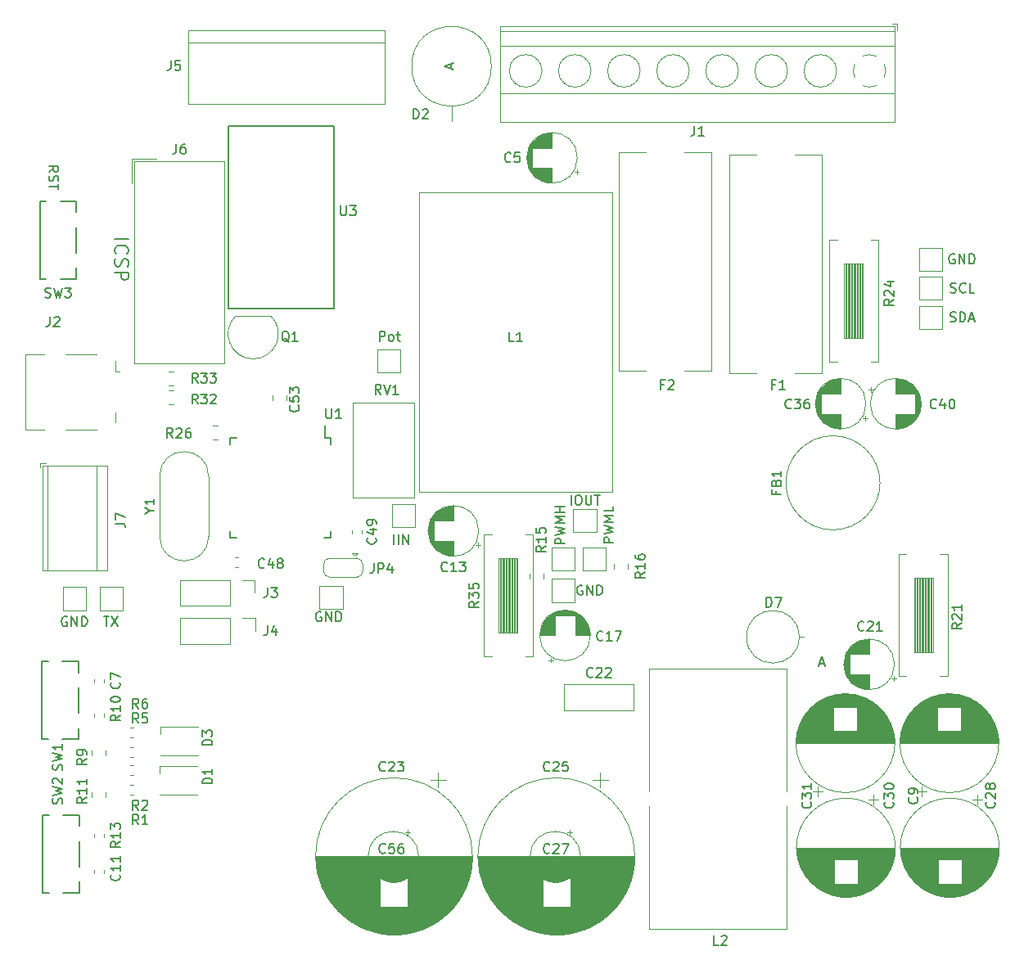
<source format=gbr>
G04 #@! TF.GenerationSoftware,KiCad,Pcbnew,5.1.5+dfsg1-2build2*
G04 #@! TF.CreationDate,2021-06-30T22:55:55+02:00*
G04 #@! TF.ProjectId,solar_mppt1,736f6c61-725f-46d7-9070-74312e6b6963,rev?*
G04 #@! TF.SameCoordinates,Original*
G04 #@! TF.FileFunction,Legend,Top*
G04 #@! TF.FilePolarity,Positive*
%FSLAX46Y46*%
G04 Gerber Fmt 4.6, Leading zero omitted, Abs format (unit mm)*
G04 Created by KiCad (PCBNEW 5.1.5+dfsg1-2build2) date 2021-06-30 22:55:55*
%MOMM*%
%LPD*%
G04 APERTURE LIST*
%ADD10C,0.150000*%
%ADD11C,0.120000*%
%ADD12C,0.152400*%
G04 APERTURE END LIST*
D10*
X3547619Y19547619D02*
X4023809Y19880952D01*
X3547619Y20119047D02*
X4547619Y20119047D01*
X4547619Y19738095D01*
X4500000Y19642857D01*
X4452380Y19595238D01*
X4357142Y19547619D01*
X4214285Y19547619D01*
X4119047Y19595238D01*
X4071428Y19642857D01*
X4023809Y19738095D01*
X4023809Y20119047D01*
X3595238Y19166666D02*
X3547619Y19023809D01*
X3547619Y18785714D01*
X3595238Y18690476D01*
X3642857Y18642857D01*
X3738095Y18595238D01*
X3833333Y18595238D01*
X3928571Y18642857D01*
X3976190Y18690476D01*
X4023809Y18785714D01*
X4071428Y18976190D01*
X4119047Y19071428D01*
X4166666Y19119047D01*
X4261904Y19166666D01*
X4357142Y19166666D01*
X4452380Y19119047D01*
X4500000Y19071428D01*
X4547619Y18976190D01*
X4547619Y18738095D01*
X4500000Y18595238D01*
X4547619Y18309523D02*
X4547619Y17738095D01*
X3547619Y18023809D02*
X4547619Y18023809D01*
X10366666Y12566666D02*
X11766666Y12566666D01*
X10500000Y11100000D02*
X10433333Y11166666D01*
X10366666Y11366666D01*
X10366666Y11500000D01*
X10433333Y11700000D01*
X10566666Y11833333D01*
X10700000Y11900000D01*
X10966666Y11966666D01*
X11166666Y11966666D01*
X11433333Y11900000D01*
X11566666Y11833333D01*
X11700000Y11700000D01*
X11766666Y11500000D01*
X11766666Y11366666D01*
X11700000Y11166666D01*
X11633333Y11100000D01*
X10433333Y10566666D02*
X10366666Y10366666D01*
X10366666Y10033333D01*
X10433333Y9900000D01*
X10500000Y9833333D01*
X10633333Y9766666D01*
X10766666Y9766666D01*
X10900000Y9833333D01*
X10966666Y9900000D01*
X11033333Y10033333D01*
X11100000Y10300000D01*
X11166666Y10433333D01*
X11233333Y10500000D01*
X11366666Y10566666D01*
X11500000Y10566666D01*
X11633333Y10500000D01*
X11700000Y10433333D01*
X11766666Y10300000D01*
X11766666Y9966666D01*
X11700000Y9766666D01*
X10366666Y9166666D02*
X11766666Y9166666D01*
X11766666Y8633333D01*
X11700000Y8500000D01*
X11633333Y8433333D01*
X11500000Y8366666D01*
X11300000Y8366666D01*
X11166666Y8433333D01*
X11100000Y8500000D01*
X11033333Y8633333D01*
X11033333Y9166666D01*
D11*
X39950000Y-1200000D02*
X37550000Y-1200000D01*
X39950000Y1200000D02*
X39950000Y-1200000D01*
X37550000Y1200000D02*
X39950000Y1200000D01*
X37550000Y-1200000D02*
X37550000Y1200000D01*
X31550000Y-23300000D02*
X33950000Y-23300000D01*
X31550000Y-25700000D02*
X31550000Y-23300000D01*
X33950000Y-25700000D02*
X31550000Y-25700000D01*
X33950000Y-23300000D02*
X33950000Y-25700000D01*
X7400000Y-23400000D02*
X7400000Y-25800000D01*
X5000000Y-23400000D02*
X7400000Y-23400000D01*
X5000000Y-25800000D02*
X5000000Y-23400000D01*
X7400000Y-25800000D02*
X5000000Y-25800000D01*
X93550000Y9300000D02*
X93550000Y11700000D01*
X95950000Y9300000D02*
X93550000Y9300000D01*
X95950000Y11700000D02*
X95950000Y9300000D01*
X93550000Y11700000D02*
X95950000Y11700000D01*
X55550000Y-22550000D02*
X57950000Y-22550000D01*
X55550000Y-24950000D02*
X55550000Y-22550000D01*
X57950000Y-24950000D02*
X55550000Y-24950000D01*
X57950000Y-22550000D02*
X57950000Y-24950000D01*
X93550000Y5700000D02*
X95950000Y5700000D01*
X93550000Y3300000D02*
X93550000Y5700000D01*
X95950000Y3300000D02*
X93550000Y3300000D01*
X95950000Y5700000D02*
X95950000Y3300000D01*
X93550000Y8700000D02*
X95950000Y8700000D01*
X93550000Y6300000D02*
X93550000Y8700000D01*
X95950000Y6300000D02*
X93550000Y6300000D01*
X95950000Y8700000D02*
X95950000Y6300000D01*
X8800000Y-23400000D02*
X11200000Y-23400000D01*
X8800000Y-25800000D02*
X8800000Y-23400000D01*
X11200000Y-25800000D02*
X8800000Y-25800000D01*
X11200000Y-23400000D02*
X11200000Y-25800000D01*
X60200000Y-15300000D02*
X60200000Y-17700000D01*
X57800000Y-15300000D02*
X60200000Y-15300000D01*
X57800000Y-17700000D02*
X57800000Y-15300000D01*
X60200000Y-17700000D02*
X57800000Y-17700000D01*
X41450000Y-17200000D02*
X39050000Y-17200000D01*
X41450000Y-14800000D02*
X41450000Y-17200000D01*
X39050000Y-14800000D02*
X41450000Y-14800000D01*
X39050000Y-17200000D02*
X39050000Y-14800000D01*
X55550000Y-19300000D02*
X57950000Y-19300000D01*
X55550000Y-21700000D02*
X55550000Y-19300000D01*
X57950000Y-21700000D02*
X55550000Y-21700000D01*
X57950000Y-19300000D02*
X57950000Y-21700000D01*
X58800000Y-19300000D02*
X61200000Y-19300000D01*
X58800000Y-21700000D02*
X58800000Y-19300000D01*
X61200000Y-21700000D02*
X58800000Y-21700000D01*
X61200000Y-19300000D02*
X61200000Y-21700000D01*
D12*
X33073700Y5383001D02*
X33073700Y24331401D01*
X22126300Y5383001D02*
X33073700Y5383001D01*
X22126300Y24331401D02*
X22126300Y5383001D01*
X33073700Y24331401D02*
X22126300Y24331401D01*
X4731140Y8474100D02*
X6379600Y8474100D01*
X3278260Y16525900D02*
X2620400Y16525900D01*
X6379600Y11181740D02*
X6379600Y13818260D01*
X6379600Y15372740D02*
X6379600Y16525900D01*
X6379600Y16525900D02*
X4731140Y16525900D01*
X6379600Y8474100D02*
X6379600Y9627260D01*
X2620400Y8474100D02*
X3278260Y8474100D01*
X2620400Y16525900D02*
X2620400Y8474100D01*
X4955140Y-39148400D02*
X6603600Y-39148400D01*
X3502260Y-31096600D02*
X2844400Y-31096600D01*
X6603600Y-36440760D02*
X6603600Y-33804240D01*
X6603600Y-32249760D02*
X6603600Y-31096600D01*
X6603600Y-31096600D02*
X4955140Y-31096600D01*
X6603600Y-39148400D02*
X6603600Y-37995240D01*
X2844400Y-39148400D02*
X3502260Y-39148400D01*
X2844400Y-31096600D02*
X2844400Y-39148400D01*
X5031140Y-55025900D02*
X6679600Y-55025900D01*
X3578260Y-46974100D02*
X2920400Y-46974100D01*
X6679600Y-52318260D02*
X6679600Y-49681740D01*
X6679600Y-48127260D02*
X6679600Y-46974100D01*
X6679600Y-46974100D02*
X5031140Y-46974100D01*
X6679600Y-55025900D02*
X6679600Y-53872740D01*
X2920400Y-55025900D02*
X3578260Y-55025900D01*
X2920400Y-46974100D02*
X2920400Y-55025900D01*
D11*
X65675000Y-58755000D02*
X65675000Y-46025000D01*
X65675000Y-44575000D02*
X65675000Y-31845000D01*
X79885000Y-58755000D02*
X79885000Y-46025000D01*
X79885000Y-44575000D02*
X79885000Y-31845000D01*
X65675000Y-58755000D02*
X79885000Y-58755000D01*
X65675000Y-31845000D02*
X79885000Y-31845000D01*
X15031000Y-18165000D02*
G75*
G03X20081000Y-18165000I2525000J0D01*
G01*
X15031000Y-11915000D02*
G75*
G02X20081000Y-11915000I2525000J0D01*
G01*
X15031000Y-11915000D02*
X15031000Y-18165000D01*
X20081000Y-11915000D02*
X20081000Y-18165000D01*
X88595225Y-2705000D02*
X88595225Y-3205000D01*
X88345225Y-2955000D02*
X88845225Y-2955000D01*
X93751000Y-4146000D02*
X93751000Y-4714000D01*
X93711000Y-3912000D02*
X93711000Y-4948000D01*
X93671000Y-3753000D02*
X93671000Y-5107000D01*
X93631000Y-3625000D02*
X93631000Y-5235000D01*
X93591000Y-3515000D02*
X93591000Y-5345000D01*
X93551000Y-3419000D02*
X93551000Y-5441000D01*
X93511000Y-3332000D02*
X93511000Y-5528000D01*
X93471000Y-3252000D02*
X93471000Y-5608000D01*
X93431000Y-3179000D02*
X93431000Y-5681000D01*
X93391000Y-3111000D02*
X93391000Y-5749000D01*
X93351000Y-3047000D02*
X93351000Y-5813000D01*
X93311000Y-2987000D02*
X93311000Y-5873000D01*
X93271000Y-2930000D02*
X93271000Y-5930000D01*
X93231000Y-2876000D02*
X93231000Y-5984000D01*
X93191000Y-2825000D02*
X93191000Y-6035000D01*
X93151000Y-5470000D02*
X93151000Y-6083000D01*
X93151000Y-2777000D02*
X93151000Y-3390000D01*
X93111000Y-5470000D02*
X93111000Y-6129000D01*
X93111000Y-2731000D02*
X93111000Y-3390000D01*
X93071000Y-5470000D02*
X93071000Y-6173000D01*
X93071000Y-2687000D02*
X93071000Y-3390000D01*
X93031000Y-5470000D02*
X93031000Y-6215000D01*
X93031000Y-2645000D02*
X93031000Y-3390000D01*
X92991000Y-5470000D02*
X92991000Y-6256000D01*
X92991000Y-2604000D02*
X92991000Y-3390000D01*
X92951000Y-5470000D02*
X92951000Y-6294000D01*
X92951000Y-2566000D02*
X92951000Y-3390000D01*
X92911000Y-5470000D02*
X92911000Y-6331000D01*
X92911000Y-2529000D02*
X92911000Y-3390000D01*
X92871000Y-5470000D02*
X92871000Y-6367000D01*
X92871000Y-2493000D02*
X92871000Y-3390000D01*
X92831000Y-5470000D02*
X92831000Y-6401000D01*
X92831000Y-2459000D02*
X92831000Y-3390000D01*
X92791000Y-5470000D02*
X92791000Y-6434000D01*
X92791000Y-2426000D02*
X92791000Y-3390000D01*
X92751000Y-5470000D02*
X92751000Y-6465000D01*
X92751000Y-2395000D02*
X92751000Y-3390000D01*
X92711000Y-5470000D02*
X92711000Y-6495000D01*
X92711000Y-2365000D02*
X92711000Y-3390000D01*
X92671000Y-5470000D02*
X92671000Y-6525000D01*
X92671000Y-2335000D02*
X92671000Y-3390000D01*
X92631000Y-5470000D02*
X92631000Y-6552000D01*
X92631000Y-2308000D02*
X92631000Y-3390000D01*
X92591000Y-5470000D02*
X92591000Y-6579000D01*
X92591000Y-2281000D02*
X92591000Y-3390000D01*
X92551000Y-5470000D02*
X92551000Y-6605000D01*
X92551000Y-2255000D02*
X92551000Y-3390000D01*
X92511000Y-5470000D02*
X92511000Y-6630000D01*
X92511000Y-2230000D02*
X92511000Y-3390000D01*
X92471000Y-5470000D02*
X92471000Y-6654000D01*
X92471000Y-2206000D02*
X92471000Y-3390000D01*
X92431000Y-5470000D02*
X92431000Y-6677000D01*
X92431000Y-2183000D02*
X92431000Y-3390000D01*
X92391000Y-5470000D02*
X92391000Y-6698000D01*
X92391000Y-2162000D02*
X92391000Y-3390000D01*
X92351000Y-5470000D02*
X92351000Y-6720000D01*
X92351000Y-2140000D02*
X92351000Y-3390000D01*
X92311000Y-5470000D02*
X92311000Y-6740000D01*
X92311000Y-2120000D02*
X92311000Y-3390000D01*
X92271000Y-5470000D02*
X92271000Y-6759000D01*
X92271000Y-2101000D02*
X92271000Y-3390000D01*
X92231000Y-5470000D02*
X92231000Y-6778000D01*
X92231000Y-2082000D02*
X92231000Y-3390000D01*
X92191000Y-5470000D02*
X92191000Y-6795000D01*
X92191000Y-2065000D02*
X92191000Y-3390000D01*
X92151000Y-5470000D02*
X92151000Y-6812000D01*
X92151000Y-2048000D02*
X92151000Y-3390000D01*
X92111000Y-5470000D02*
X92111000Y-6828000D01*
X92111000Y-2032000D02*
X92111000Y-3390000D01*
X92071000Y-5470000D02*
X92071000Y-6844000D01*
X92071000Y-2016000D02*
X92071000Y-3390000D01*
X92031000Y-5470000D02*
X92031000Y-6858000D01*
X92031000Y-2002000D02*
X92031000Y-3390000D01*
X91991000Y-5470000D02*
X91991000Y-6872000D01*
X91991000Y-1988000D02*
X91991000Y-3390000D01*
X91951000Y-5470000D02*
X91951000Y-6885000D01*
X91951000Y-1975000D02*
X91951000Y-3390000D01*
X91911000Y-5470000D02*
X91911000Y-6898000D01*
X91911000Y-1962000D02*
X91911000Y-3390000D01*
X91871000Y-5470000D02*
X91871000Y-6910000D01*
X91871000Y-1950000D02*
X91871000Y-3390000D01*
X91830000Y-5470000D02*
X91830000Y-6921000D01*
X91830000Y-1939000D02*
X91830000Y-3390000D01*
X91790000Y-5470000D02*
X91790000Y-6931000D01*
X91790000Y-1929000D02*
X91790000Y-3390000D01*
X91750000Y-5470000D02*
X91750000Y-6941000D01*
X91750000Y-1919000D02*
X91750000Y-3390000D01*
X91710000Y-5470000D02*
X91710000Y-6950000D01*
X91710000Y-1910000D02*
X91710000Y-3390000D01*
X91670000Y-5470000D02*
X91670000Y-6958000D01*
X91670000Y-1902000D02*
X91670000Y-3390000D01*
X91630000Y-5470000D02*
X91630000Y-6966000D01*
X91630000Y-1894000D02*
X91630000Y-3390000D01*
X91590000Y-5470000D02*
X91590000Y-6973000D01*
X91590000Y-1887000D02*
X91590000Y-3390000D01*
X91550000Y-5470000D02*
X91550000Y-6980000D01*
X91550000Y-1880000D02*
X91550000Y-3390000D01*
X91510000Y-5470000D02*
X91510000Y-6986000D01*
X91510000Y-1874000D02*
X91510000Y-3390000D01*
X91470000Y-5470000D02*
X91470000Y-6991000D01*
X91470000Y-1869000D02*
X91470000Y-3390000D01*
X91430000Y-5470000D02*
X91430000Y-6995000D01*
X91430000Y-1865000D02*
X91430000Y-3390000D01*
X91390000Y-5470000D02*
X91390000Y-6999000D01*
X91390000Y-1861000D02*
X91390000Y-3390000D01*
X91350000Y-5470000D02*
X91350000Y-7003000D01*
X91350000Y-1857000D02*
X91350000Y-3390000D01*
X91310000Y-5470000D02*
X91310000Y-7006000D01*
X91310000Y-1854000D02*
X91310000Y-3390000D01*
X91270000Y-5470000D02*
X91270000Y-7008000D01*
X91270000Y-1852000D02*
X91270000Y-3390000D01*
X91230000Y-5470000D02*
X91230000Y-7009000D01*
X91230000Y-1851000D02*
X91230000Y-3390000D01*
X91190000Y-1850000D02*
X91190000Y-3390000D01*
X91190000Y-5470000D02*
X91190000Y-7010000D01*
X91150000Y-1850000D02*
X91150000Y-3390000D01*
X91150000Y-5470000D02*
X91150000Y-7010000D01*
X93770000Y-4430000D02*
G75*
G03X93770000Y-4430000I-2620000J0D01*
G01*
X38291000Y26549000D02*
X38291000Y34169000D01*
X17971000Y34169000D02*
X17971000Y26549000D01*
X17971000Y32899000D02*
X38291000Y32899000D01*
X38291000Y26549000D02*
X17971000Y26549000D01*
X38291000Y34169000D02*
X17971000Y34169000D01*
X40925000Y-48745225D02*
X40425000Y-48745225D01*
X40675000Y-48495225D02*
X40675000Y-48995225D01*
X39484000Y-53901000D02*
X38916000Y-53901000D01*
X39718000Y-53861000D02*
X38682000Y-53861000D01*
X39877000Y-53821000D02*
X38523000Y-53821000D01*
X40005000Y-53781000D02*
X38395000Y-53781000D01*
X40115000Y-53741000D02*
X38285000Y-53741000D01*
X40211000Y-53701000D02*
X38189000Y-53701000D01*
X40298000Y-53661000D02*
X38102000Y-53661000D01*
X40378000Y-53621000D02*
X38022000Y-53621000D01*
X40451000Y-53581000D02*
X37949000Y-53581000D01*
X40519000Y-53541000D02*
X37881000Y-53541000D01*
X40583000Y-53501000D02*
X37817000Y-53501000D01*
X40643000Y-53461000D02*
X37757000Y-53461000D01*
X40700000Y-53421000D02*
X37700000Y-53421000D01*
X40754000Y-53381000D02*
X37646000Y-53381000D01*
X40805000Y-53341000D02*
X37595000Y-53341000D01*
X38160000Y-53301000D02*
X37547000Y-53301000D01*
X40853000Y-53301000D02*
X40240000Y-53301000D01*
X38160000Y-53261000D02*
X37501000Y-53261000D01*
X40899000Y-53261000D02*
X40240000Y-53261000D01*
X38160000Y-53221000D02*
X37457000Y-53221000D01*
X40943000Y-53221000D02*
X40240000Y-53221000D01*
X38160000Y-53181000D02*
X37415000Y-53181000D01*
X40985000Y-53181000D02*
X40240000Y-53181000D01*
X38160000Y-53141000D02*
X37374000Y-53141000D01*
X41026000Y-53141000D02*
X40240000Y-53141000D01*
X38160000Y-53101000D02*
X37336000Y-53101000D01*
X41064000Y-53101000D02*
X40240000Y-53101000D01*
X38160000Y-53061000D02*
X37299000Y-53061000D01*
X41101000Y-53061000D02*
X40240000Y-53061000D01*
X38160000Y-53021000D02*
X37263000Y-53021000D01*
X41137000Y-53021000D02*
X40240000Y-53021000D01*
X38160000Y-52981000D02*
X37229000Y-52981000D01*
X41171000Y-52981000D02*
X40240000Y-52981000D01*
X38160000Y-52941000D02*
X37196000Y-52941000D01*
X41204000Y-52941000D02*
X40240000Y-52941000D01*
X38160000Y-52901000D02*
X37165000Y-52901000D01*
X41235000Y-52901000D02*
X40240000Y-52901000D01*
X38160000Y-52861000D02*
X37135000Y-52861000D01*
X41265000Y-52861000D02*
X40240000Y-52861000D01*
X38160000Y-52821000D02*
X37105000Y-52821000D01*
X41295000Y-52821000D02*
X40240000Y-52821000D01*
X38160000Y-52781000D02*
X37078000Y-52781000D01*
X41322000Y-52781000D02*
X40240000Y-52781000D01*
X38160000Y-52741000D02*
X37051000Y-52741000D01*
X41349000Y-52741000D02*
X40240000Y-52741000D01*
X38160000Y-52701000D02*
X37025000Y-52701000D01*
X41375000Y-52701000D02*
X40240000Y-52701000D01*
X38160000Y-52661000D02*
X37000000Y-52661000D01*
X41400000Y-52661000D02*
X40240000Y-52661000D01*
X38160000Y-52621000D02*
X36976000Y-52621000D01*
X41424000Y-52621000D02*
X40240000Y-52621000D01*
X38160000Y-52581000D02*
X36953000Y-52581000D01*
X41447000Y-52581000D02*
X40240000Y-52581000D01*
X38160000Y-52541000D02*
X36932000Y-52541000D01*
X41468000Y-52541000D02*
X40240000Y-52541000D01*
X38160000Y-52501000D02*
X36910000Y-52501000D01*
X41490000Y-52501000D02*
X40240000Y-52501000D01*
X38160000Y-52461000D02*
X36890000Y-52461000D01*
X41510000Y-52461000D02*
X40240000Y-52461000D01*
X38160000Y-52421000D02*
X36871000Y-52421000D01*
X41529000Y-52421000D02*
X40240000Y-52421000D01*
X38160000Y-52381000D02*
X36852000Y-52381000D01*
X41548000Y-52381000D02*
X40240000Y-52381000D01*
X38160000Y-52341000D02*
X36835000Y-52341000D01*
X41565000Y-52341000D02*
X40240000Y-52341000D01*
X38160000Y-52301000D02*
X36818000Y-52301000D01*
X41582000Y-52301000D02*
X40240000Y-52301000D01*
X38160000Y-52261000D02*
X36802000Y-52261000D01*
X41598000Y-52261000D02*
X40240000Y-52261000D01*
X38160000Y-52221000D02*
X36786000Y-52221000D01*
X41614000Y-52221000D02*
X40240000Y-52221000D01*
X38160000Y-52181000D02*
X36772000Y-52181000D01*
X41628000Y-52181000D02*
X40240000Y-52181000D01*
X38160000Y-52141000D02*
X36758000Y-52141000D01*
X41642000Y-52141000D02*
X40240000Y-52141000D01*
X38160000Y-52101000D02*
X36745000Y-52101000D01*
X41655000Y-52101000D02*
X40240000Y-52101000D01*
X38160000Y-52061000D02*
X36732000Y-52061000D01*
X41668000Y-52061000D02*
X40240000Y-52061000D01*
X38160000Y-52021000D02*
X36720000Y-52021000D01*
X41680000Y-52021000D02*
X40240000Y-52021000D01*
X38160000Y-51980000D02*
X36709000Y-51980000D01*
X41691000Y-51980000D02*
X40240000Y-51980000D01*
X38160000Y-51940000D02*
X36699000Y-51940000D01*
X41701000Y-51940000D02*
X40240000Y-51940000D01*
X38160000Y-51900000D02*
X36689000Y-51900000D01*
X41711000Y-51900000D02*
X40240000Y-51900000D01*
X38160000Y-51860000D02*
X36680000Y-51860000D01*
X41720000Y-51860000D02*
X40240000Y-51860000D01*
X38160000Y-51820000D02*
X36672000Y-51820000D01*
X41728000Y-51820000D02*
X40240000Y-51820000D01*
X38160000Y-51780000D02*
X36664000Y-51780000D01*
X41736000Y-51780000D02*
X40240000Y-51780000D01*
X38160000Y-51740000D02*
X36657000Y-51740000D01*
X41743000Y-51740000D02*
X40240000Y-51740000D01*
X38160000Y-51700000D02*
X36650000Y-51700000D01*
X41750000Y-51700000D02*
X40240000Y-51700000D01*
X38160000Y-51660000D02*
X36644000Y-51660000D01*
X41756000Y-51660000D02*
X40240000Y-51660000D01*
X38160000Y-51620000D02*
X36639000Y-51620000D01*
X41761000Y-51620000D02*
X40240000Y-51620000D01*
X38160000Y-51580000D02*
X36635000Y-51580000D01*
X41765000Y-51580000D02*
X40240000Y-51580000D01*
X38160000Y-51540000D02*
X36631000Y-51540000D01*
X41769000Y-51540000D02*
X40240000Y-51540000D01*
X38160000Y-51500000D02*
X36627000Y-51500000D01*
X41773000Y-51500000D02*
X40240000Y-51500000D01*
X38160000Y-51460000D02*
X36624000Y-51460000D01*
X41776000Y-51460000D02*
X40240000Y-51460000D01*
X38160000Y-51420000D02*
X36622000Y-51420000D01*
X41778000Y-51420000D02*
X40240000Y-51420000D01*
X38160000Y-51380000D02*
X36621000Y-51380000D01*
X41779000Y-51380000D02*
X40240000Y-51380000D01*
X41780000Y-51340000D02*
X40240000Y-51340000D01*
X38160000Y-51340000D02*
X36620000Y-51340000D01*
X41780000Y-51300000D02*
X40240000Y-51300000D01*
X38160000Y-51300000D02*
X36620000Y-51300000D01*
X41820000Y-51300000D02*
G75*
G03X41820000Y-51300000I-2620000J0D01*
G01*
X100125000Y-45370354D02*
X99125000Y-45370354D01*
X99625000Y-44870354D02*
X99625000Y-45870354D01*
X97349000Y-55431000D02*
X96151000Y-55431000D01*
X97612000Y-55391000D02*
X95888000Y-55391000D01*
X97812000Y-55351000D02*
X95688000Y-55351000D01*
X97980000Y-55311000D02*
X95520000Y-55311000D01*
X98128000Y-55271000D02*
X95372000Y-55271000D01*
X98260000Y-55231000D02*
X95240000Y-55231000D01*
X98380000Y-55191000D02*
X95120000Y-55191000D01*
X98492000Y-55151000D02*
X95008000Y-55151000D01*
X98596000Y-55111000D02*
X94904000Y-55111000D01*
X98694000Y-55071000D02*
X94806000Y-55071000D01*
X98787000Y-55031000D02*
X94713000Y-55031000D01*
X98875000Y-54991000D02*
X94625000Y-54991000D01*
X98959000Y-54951000D02*
X94541000Y-54951000D01*
X99039000Y-54911000D02*
X94461000Y-54911000D01*
X99115000Y-54871000D02*
X94385000Y-54871000D01*
X99189000Y-54831000D02*
X94311000Y-54831000D01*
X99260000Y-54791000D02*
X94240000Y-54791000D01*
X99329000Y-54751000D02*
X94171000Y-54751000D01*
X99395000Y-54711000D02*
X94105000Y-54711000D01*
X99459000Y-54671000D02*
X94041000Y-54671000D01*
X99520000Y-54631000D02*
X93980000Y-54631000D01*
X99580000Y-54591000D02*
X93920000Y-54591000D01*
X99639000Y-54551000D02*
X93861000Y-54551000D01*
X99695000Y-54511000D02*
X93805000Y-54511000D01*
X99750000Y-54471000D02*
X93750000Y-54471000D01*
X99804000Y-54431000D02*
X93696000Y-54431000D01*
X99856000Y-54391000D02*
X93644000Y-54391000D01*
X99906000Y-54351000D02*
X93594000Y-54351000D01*
X99956000Y-54311000D02*
X93544000Y-54311000D01*
X100004000Y-54271000D02*
X93496000Y-54271000D01*
X100051000Y-54231000D02*
X93449000Y-54231000D01*
X100097000Y-54191000D02*
X93403000Y-54191000D01*
X100142000Y-54151000D02*
X93358000Y-54151000D01*
X100186000Y-54111000D02*
X93314000Y-54111000D01*
X95509000Y-54071000D02*
X93272000Y-54071000D01*
X100228000Y-54071000D02*
X97991000Y-54071000D01*
X95509000Y-54031000D02*
X93230000Y-54031000D01*
X100270000Y-54031000D02*
X97991000Y-54031000D01*
X95509000Y-53991000D02*
X93189000Y-53991000D01*
X100311000Y-53991000D02*
X97991000Y-53991000D01*
X95509000Y-53951000D02*
X93149000Y-53951000D01*
X100351000Y-53951000D02*
X97991000Y-53951000D01*
X95509000Y-53911000D02*
X93110000Y-53911000D01*
X100390000Y-53911000D02*
X97991000Y-53911000D01*
X95509000Y-53871000D02*
X93071000Y-53871000D01*
X100429000Y-53871000D02*
X97991000Y-53871000D01*
X95509000Y-53831000D02*
X93034000Y-53831000D01*
X100466000Y-53831000D02*
X97991000Y-53831000D01*
X95509000Y-53791000D02*
X92997000Y-53791000D01*
X100503000Y-53791000D02*
X97991000Y-53791000D01*
X95509000Y-53751000D02*
X92961000Y-53751000D01*
X100539000Y-53751000D02*
X97991000Y-53751000D01*
X95509000Y-53711000D02*
X92926000Y-53711000D01*
X100574000Y-53711000D02*
X97991000Y-53711000D01*
X95509000Y-53671000D02*
X92892000Y-53671000D01*
X100608000Y-53671000D02*
X97991000Y-53671000D01*
X95509000Y-53631000D02*
X92858000Y-53631000D01*
X100642000Y-53631000D02*
X97991000Y-53631000D01*
X95509000Y-53591000D02*
X92825000Y-53591000D01*
X100675000Y-53591000D02*
X97991000Y-53591000D01*
X95509000Y-53551000D02*
X92793000Y-53551000D01*
X100707000Y-53551000D02*
X97991000Y-53551000D01*
X95509000Y-53511000D02*
X92761000Y-53511000D01*
X100739000Y-53511000D02*
X97991000Y-53511000D01*
X95509000Y-53471000D02*
X92730000Y-53471000D01*
X100770000Y-53471000D02*
X97991000Y-53471000D01*
X95509000Y-53431000D02*
X92700000Y-53431000D01*
X100800000Y-53431000D02*
X97991000Y-53431000D01*
X95509000Y-53391000D02*
X92670000Y-53391000D01*
X100830000Y-53391000D02*
X97991000Y-53391000D01*
X95509000Y-53351000D02*
X92640000Y-53351000D01*
X100860000Y-53351000D02*
X97991000Y-53351000D01*
X95509000Y-53311000D02*
X92612000Y-53311000D01*
X100888000Y-53311000D02*
X97991000Y-53311000D01*
X95509000Y-53271000D02*
X92584000Y-53271000D01*
X100916000Y-53271000D02*
X97991000Y-53271000D01*
X95509000Y-53231000D02*
X92556000Y-53231000D01*
X100944000Y-53231000D02*
X97991000Y-53231000D01*
X95509000Y-53191000D02*
X92529000Y-53191000D01*
X100971000Y-53191000D02*
X97991000Y-53191000D01*
X95509000Y-53151000D02*
X92503000Y-53151000D01*
X100997000Y-53151000D02*
X97991000Y-53151000D01*
X95509000Y-53111000D02*
X92477000Y-53111000D01*
X101023000Y-53111000D02*
X97991000Y-53111000D01*
X95509000Y-53071000D02*
X92452000Y-53071000D01*
X101048000Y-53071000D02*
X97991000Y-53071000D01*
X95509000Y-53031000D02*
X92427000Y-53031000D01*
X101073000Y-53031000D02*
X97991000Y-53031000D01*
X95509000Y-52991000D02*
X92403000Y-52991000D01*
X101097000Y-52991000D02*
X97991000Y-52991000D01*
X95509000Y-52951000D02*
X92379000Y-52951000D01*
X101121000Y-52951000D02*
X97991000Y-52951000D01*
X95509000Y-52911000D02*
X92355000Y-52911000D01*
X101145000Y-52911000D02*
X97991000Y-52911000D01*
X95509000Y-52871000D02*
X92333000Y-52871000D01*
X101167000Y-52871000D02*
X97991000Y-52871000D01*
X95509000Y-52831000D02*
X92310000Y-52831000D01*
X101190000Y-52831000D02*
X97991000Y-52831000D01*
X95509000Y-52791000D02*
X92288000Y-52791000D01*
X101212000Y-52791000D02*
X97991000Y-52791000D01*
X95509000Y-52751000D02*
X92267000Y-52751000D01*
X101233000Y-52751000D02*
X97991000Y-52751000D01*
X95509000Y-52711000D02*
X92246000Y-52711000D01*
X101254000Y-52711000D02*
X97991000Y-52711000D01*
X95509000Y-52671000D02*
X92225000Y-52671000D01*
X101275000Y-52671000D02*
X97991000Y-52671000D01*
X95509000Y-52631000D02*
X92205000Y-52631000D01*
X101295000Y-52631000D02*
X97991000Y-52631000D01*
X95509000Y-52591000D02*
X92186000Y-52591000D01*
X101314000Y-52591000D02*
X97991000Y-52591000D01*
X95509000Y-52551000D02*
X92166000Y-52551000D01*
X101334000Y-52551000D02*
X97991000Y-52551000D01*
X95509000Y-52511000D02*
X92147000Y-52511000D01*
X101353000Y-52511000D02*
X97991000Y-52511000D01*
X95509000Y-52471000D02*
X92129000Y-52471000D01*
X101371000Y-52471000D02*
X97991000Y-52471000D01*
X95509000Y-52431000D02*
X92111000Y-52431000D01*
X101389000Y-52431000D02*
X97991000Y-52431000D01*
X95509000Y-52391000D02*
X92093000Y-52391000D01*
X101407000Y-52391000D02*
X97991000Y-52391000D01*
X95509000Y-52351000D02*
X92076000Y-52351000D01*
X101424000Y-52351000D02*
X97991000Y-52351000D01*
X95509000Y-52311000D02*
X92060000Y-52311000D01*
X101440000Y-52311000D02*
X97991000Y-52311000D01*
X95509000Y-52271000D02*
X92043000Y-52271000D01*
X101457000Y-52271000D02*
X97991000Y-52271000D01*
X95509000Y-52231000D02*
X92027000Y-52231000D01*
X101473000Y-52231000D02*
X97991000Y-52231000D01*
X95509000Y-52191000D02*
X92012000Y-52191000D01*
X101488000Y-52191000D02*
X97991000Y-52191000D01*
X95509000Y-52151000D02*
X91996000Y-52151000D01*
X101504000Y-52151000D02*
X97991000Y-52151000D01*
X95509000Y-52111000D02*
X91982000Y-52111000D01*
X101518000Y-52111000D02*
X97991000Y-52111000D01*
X95509000Y-52071000D02*
X91967000Y-52071000D01*
X101533000Y-52071000D02*
X97991000Y-52071000D01*
X95509000Y-52031000D02*
X91953000Y-52031000D01*
X101547000Y-52031000D02*
X97991000Y-52031000D01*
X95509000Y-51991000D02*
X91939000Y-51991000D01*
X101561000Y-51991000D02*
X97991000Y-51991000D01*
X95509000Y-51951000D02*
X91926000Y-51951000D01*
X101574000Y-51951000D02*
X97991000Y-51951000D01*
X95509000Y-51911000D02*
X91913000Y-51911000D01*
X101587000Y-51911000D02*
X97991000Y-51911000D01*
X95509000Y-51871000D02*
X91900000Y-51871000D01*
X101600000Y-51871000D02*
X97991000Y-51871000D01*
X95509000Y-51831000D02*
X91888000Y-51831000D01*
X101612000Y-51831000D02*
X97991000Y-51831000D01*
X95509000Y-51791000D02*
X91876000Y-51791000D01*
X101624000Y-51791000D02*
X97991000Y-51791000D01*
X95509000Y-51751000D02*
X91865000Y-51751000D01*
X101635000Y-51751000D02*
X97991000Y-51751000D01*
X95509000Y-51711000D02*
X91853000Y-51711000D01*
X101647000Y-51711000D02*
X97991000Y-51711000D01*
X95509000Y-51671000D02*
X91843000Y-51671000D01*
X101657000Y-51671000D02*
X97991000Y-51671000D01*
X95509000Y-51631000D02*
X91832000Y-51631000D01*
X101668000Y-51631000D02*
X97991000Y-51631000D01*
X101678000Y-51591000D02*
X91822000Y-51591000D01*
X101688000Y-51551000D02*
X91812000Y-51551000D01*
X101697000Y-51511000D02*
X91803000Y-51511000D01*
X101706000Y-51471000D02*
X91794000Y-51471000D01*
X101715000Y-51431000D02*
X91785000Y-51431000D01*
X101724000Y-51391000D02*
X91776000Y-51391000D01*
X101732000Y-51351000D02*
X91768000Y-51351000D01*
X101740000Y-51311000D02*
X91760000Y-51311000D01*
X101747000Y-51271000D02*
X91753000Y-51271000D01*
X101754000Y-51231000D02*
X91746000Y-51231000D01*
X101761000Y-51191000D02*
X91739000Y-51191000D01*
X101768000Y-51151000D02*
X91732000Y-51151000D01*
X101774000Y-51111000D02*
X91726000Y-51111000D01*
X101780000Y-51071000D02*
X91720000Y-51071000D01*
X101785000Y-51030000D02*
X91715000Y-51030000D01*
X101790000Y-50990000D02*
X91710000Y-50990000D01*
X101795000Y-50950000D02*
X91705000Y-50950000D01*
X101800000Y-50910000D02*
X91700000Y-50910000D01*
X101804000Y-50870000D02*
X91696000Y-50870000D01*
X101808000Y-50830000D02*
X91692000Y-50830000D01*
X101812000Y-50790000D02*
X91688000Y-50790000D01*
X101815000Y-50750000D02*
X91685000Y-50750000D01*
X101818000Y-50710000D02*
X91682000Y-50710000D01*
X101820000Y-50670000D02*
X91680000Y-50670000D01*
X101823000Y-50630000D02*
X91677000Y-50630000D01*
X101825000Y-50590000D02*
X91675000Y-50590000D01*
X101827000Y-50550000D02*
X91673000Y-50550000D01*
X101828000Y-50510000D02*
X91672000Y-50510000D01*
X101829000Y-50470000D02*
X91671000Y-50470000D01*
X101830000Y-50430000D02*
X91670000Y-50430000D01*
X101830000Y-50390000D02*
X91670000Y-50390000D01*
X101830000Y-50350000D02*
X91670000Y-50350000D01*
X101870000Y-50350000D02*
G75*
G03X101870000Y-50350000I-5120000J0D01*
G01*
X82575000Y-44529646D02*
X83575000Y-44529646D01*
X83075000Y-45029646D02*
X83075000Y-44029646D01*
X85351000Y-34469000D02*
X86549000Y-34469000D01*
X85088000Y-34509000D02*
X86812000Y-34509000D01*
X84888000Y-34549000D02*
X87012000Y-34549000D01*
X84720000Y-34589000D02*
X87180000Y-34589000D01*
X84572000Y-34629000D02*
X87328000Y-34629000D01*
X84440000Y-34669000D02*
X87460000Y-34669000D01*
X84320000Y-34709000D02*
X87580000Y-34709000D01*
X84208000Y-34749000D02*
X87692000Y-34749000D01*
X84104000Y-34789000D02*
X87796000Y-34789000D01*
X84006000Y-34829000D02*
X87894000Y-34829000D01*
X83913000Y-34869000D02*
X87987000Y-34869000D01*
X83825000Y-34909000D02*
X88075000Y-34909000D01*
X83741000Y-34949000D02*
X88159000Y-34949000D01*
X83661000Y-34989000D02*
X88239000Y-34989000D01*
X83585000Y-35029000D02*
X88315000Y-35029000D01*
X83511000Y-35069000D02*
X88389000Y-35069000D01*
X83440000Y-35109000D02*
X88460000Y-35109000D01*
X83371000Y-35149000D02*
X88529000Y-35149000D01*
X83305000Y-35189000D02*
X88595000Y-35189000D01*
X83241000Y-35229000D02*
X88659000Y-35229000D01*
X83180000Y-35269000D02*
X88720000Y-35269000D01*
X83120000Y-35309000D02*
X88780000Y-35309000D01*
X83061000Y-35349000D02*
X88839000Y-35349000D01*
X83005000Y-35389000D02*
X88895000Y-35389000D01*
X82950000Y-35429000D02*
X88950000Y-35429000D01*
X82896000Y-35469000D02*
X89004000Y-35469000D01*
X82844000Y-35509000D02*
X89056000Y-35509000D01*
X82794000Y-35549000D02*
X89106000Y-35549000D01*
X82744000Y-35589000D02*
X89156000Y-35589000D01*
X82696000Y-35629000D02*
X89204000Y-35629000D01*
X82649000Y-35669000D02*
X89251000Y-35669000D01*
X82603000Y-35709000D02*
X89297000Y-35709000D01*
X82558000Y-35749000D02*
X89342000Y-35749000D01*
X82514000Y-35789000D02*
X89386000Y-35789000D01*
X87191000Y-35829000D02*
X89428000Y-35829000D01*
X82472000Y-35829000D02*
X84709000Y-35829000D01*
X87191000Y-35869000D02*
X89470000Y-35869000D01*
X82430000Y-35869000D02*
X84709000Y-35869000D01*
X87191000Y-35909000D02*
X89511000Y-35909000D01*
X82389000Y-35909000D02*
X84709000Y-35909000D01*
X87191000Y-35949000D02*
X89551000Y-35949000D01*
X82349000Y-35949000D02*
X84709000Y-35949000D01*
X87191000Y-35989000D02*
X89590000Y-35989000D01*
X82310000Y-35989000D02*
X84709000Y-35989000D01*
X87191000Y-36029000D02*
X89629000Y-36029000D01*
X82271000Y-36029000D02*
X84709000Y-36029000D01*
X87191000Y-36069000D02*
X89666000Y-36069000D01*
X82234000Y-36069000D02*
X84709000Y-36069000D01*
X87191000Y-36109000D02*
X89703000Y-36109000D01*
X82197000Y-36109000D02*
X84709000Y-36109000D01*
X87191000Y-36149000D02*
X89739000Y-36149000D01*
X82161000Y-36149000D02*
X84709000Y-36149000D01*
X87191000Y-36189000D02*
X89774000Y-36189000D01*
X82126000Y-36189000D02*
X84709000Y-36189000D01*
X87191000Y-36229000D02*
X89808000Y-36229000D01*
X82092000Y-36229000D02*
X84709000Y-36229000D01*
X87191000Y-36269000D02*
X89842000Y-36269000D01*
X82058000Y-36269000D02*
X84709000Y-36269000D01*
X87191000Y-36309000D02*
X89875000Y-36309000D01*
X82025000Y-36309000D02*
X84709000Y-36309000D01*
X87191000Y-36349000D02*
X89907000Y-36349000D01*
X81993000Y-36349000D02*
X84709000Y-36349000D01*
X87191000Y-36389000D02*
X89939000Y-36389000D01*
X81961000Y-36389000D02*
X84709000Y-36389000D01*
X87191000Y-36429000D02*
X89970000Y-36429000D01*
X81930000Y-36429000D02*
X84709000Y-36429000D01*
X87191000Y-36469000D02*
X90000000Y-36469000D01*
X81900000Y-36469000D02*
X84709000Y-36469000D01*
X87191000Y-36509000D02*
X90030000Y-36509000D01*
X81870000Y-36509000D02*
X84709000Y-36509000D01*
X87191000Y-36549000D02*
X90060000Y-36549000D01*
X81840000Y-36549000D02*
X84709000Y-36549000D01*
X87191000Y-36589000D02*
X90088000Y-36589000D01*
X81812000Y-36589000D02*
X84709000Y-36589000D01*
X87191000Y-36629000D02*
X90116000Y-36629000D01*
X81784000Y-36629000D02*
X84709000Y-36629000D01*
X87191000Y-36669000D02*
X90144000Y-36669000D01*
X81756000Y-36669000D02*
X84709000Y-36669000D01*
X87191000Y-36709000D02*
X90171000Y-36709000D01*
X81729000Y-36709000D02*
X84709000Y-36709000D01*
X87191000Y-36749000D02*
X90197000Y-36749000D01*
X81703000Y-36749000D02*
X84709000Y-36749000D01*
X87191000Y-36789000D02*
X90223000Y-36789000D01*
X81677000Y-36789000D02*
X84709000Y-36789000D01*
X87191000Y-36829000D02*
X90248000Y-36829000D01*
X81652000Y-36829000D02*
X84709000Y-36829000D01*
X87191000Y-36869000D02*
X90273000Y-36869000D01*
X81627000Y-36869000D02*
X84709000Y-36869000D01*
X87191000Y-36909000D02*
X90297000Y-36909000D01*
X81603000Y-36909000D02*
X84709000Y-36909000D01*
X87191000Y-36949000D02*
X90321000Y-36949000D01*
X81579000Y-36949000D02*
X84709000Y-36949000D01*
X87191000Y-36989000D02*
X90345000Y-36989000D01*
X81555000Y-36989000D02*
X84709000Y-36989000D01*
X87191000Y-37029000D02*
X90367000Y-37029000D01*
X81533000Y-37029000D02*
X84709000Y-37029000D01*
X87191000Y-37069000D02*
X90390000Y-37069000D01*
X81510000Y-37069000D02*
X84709000Y-37069000D01*
X87191000Y-37109000D02*
X90412000Y-37109000D01*
X81488000Y-37109000D02*
X84709000Y-37109000D01*
X87191000Y-37149000D02*
X90433000Y-37149000D01*
X81467000Y-37149000D02*
X84709000Y-37149000D01*
X87191000Y-37189000D02*
X90454000Y-37189000D01*
X81446000Y-37189000D02*
X84709000Y-37189000D01*
X87191000Y-37229000D02*
X90475000Y-37229000D01*
X81425000Y-37229000D02*
X84709000Y-37229000D01*
X87191000Y-37269000D02*
X90495000Y-37269000D01*
X81405000Y-37269000D02*
X84709000Y-37269000D01*
X87191000Y-37309000D02*
X90514000Y-37309000D01*
X81386000Y-37309000D02*
X84709000Y-37309000D01*
X87191000Y-37349000D02*
X90534000Y-37349000D01*
X81366000Y-37349000D02*
X84709000Y-37349000D01*
X87191000Y-37389000D02*
X90553000Y-37389000D01*
X81347000Y-37389000D02*
X84709000Y-37389000D01*
X87191000Y-37429000D02*
X90571000Y-37429000D01*
X81329000Y-37429000D02*
X84709000Y-37429000D01*
X87191000Y-37469000D02*
X90589000Y-37469000D01*
X81311000Y-37469000D02*
X84709000Y-37469000D01*
X87191000Y-37509000D02*
X90607000Y-37509000D01*
X81293000Y-37509000D02*
X84709000Y-37509000D01*
X87191000Y-37549000D02*
X90624000Y-37549000D01*
X81276000Y-37549000D02*
X84709000Y-37549000D01*
X87191000Y-37589000D02*
X90640000Y-37589000D01*
X81260000Y-37589000D02*
X84709000Y-37589000D01*
X87191000Y-37629000D02*
X90657000Y-37629000D01*
X81243000Y-37629000D02*
X84709000Y-37629000D01*
X87191000Y-37669000D02*
X90673000Y-37669000D01*
X81227000Y-37669000D02*
X84709000Y-37669000D01*
X87191000Y-37709000D02*
X90688000Y-37709000D01*
X81212000Y-37709000D02*
X84709000Y-37709000D01*
X87191000Y-37749000D02*
X90704000Y-37749000D01*
X81196000Y-37749000D02*
X84709000Y-37749000D01*
X87191000Y-37789000D02*
X90718000Y-37789000D01*
X81182000Y-37789000D02*
X84709000Y-37789000D01*
X87191000Y-37829000D02*
X90733000Y-37829000D01*
X81167000Y-37829000D02*
X84709000Y-37829000D01*
X87191000Y-37869000D02*
X90747000Y-37869000D01*
X81153000Y-37869000D02*
X84709000Y-37869000D01*
X87191000Y-37909000D02*
X90761000Y-37909000D01*
X81139000Y-37909000D02*
X84709000Y-37909000D01*
X87191000Y-37949000D02*
X90774000Y-37949000D01*
X81126000Y-37949000D02*
X84709000Y-37949000D01*
X87191000Y-37989000D02*
X90787000Y-37989000D01*
X81113000Y-37989000D02*
X84709000Y-37989000D01*
X87191000Y-38029000D02*
X90800000Y-38029000D01*
X81100000Y-38029000D02*
X84709000Y-38029000D01*
X87191000Y-38069000D02*
X90812000Y-38069000D01*
X81088000Y-38069000D02*
X84709000Y-38069000D01*
X87191000Y-38109000D02*
X90824000Y-38109000D01*
X81076000Y-38109000D02*
X84709000Y-38109000D01*
X87191000Y-38149000D02*
X90835000Y-38149000D01*
X81065000Y-38149000D02*
X84709000Y-38149000D01*
X87191000Y-38189000D02*
X90847000Y-38189000D01*
X81053000Y-38189000D02*
X84709000Y-38189000D01*
X87191000Y-38229000D02*
X90857000Y-38229000D01*
X81043000Y-38229000D02*
X84709000Y-38229000D01*
X87191000Y-38269000D02*
X90868000Y-38269000D01*
X81032000Y-38269000D02*
X84709000Y-38269000D01*
X81022000Y-38309000D02*
X90878000Y-38309000D01*
X81012000Y-38349000D02*
X90888000Y-38349000D01*
X81003000Y-38389000D02*
X90897000Y-38389000D01*
X80994000Y-38429000D02*
X90906000Y-38429000D01*
X80985000Y-38469000D02*
X90915000Y-38469000D01*
X80976000Y-38509000D02*
X90924000Y-38509000D01*
X80968000Y-38549000D02*
X90932000Y-38549000D01*
X80960000Y-38589000D02*
X90940000Y-38589000D01*
X80953000Y-38629000D02*
X90947000Y-38629000D01*
X80946000Y-38669000D02*
X90954000Y-38669000D01*
X80939000Y-38709000D02*
X90961000Y-38709000D01*
X80932000Y-38749000D02*
X90968000Y-38749000D01*
X80926000Y-38789000D02*
X90974000Y-38789000D01*
X80920000Y-38829000D02*
X90980000Y-38829000D01*
X80915000Y-38870000D02*
X90985000Y-38870000D01*
X80910000Y-38910000D02*
X90990000Y-38910000D01*
X80905000Y-38950000D02*
X90995000Y-38950000D01*
X80900000Y-38990000D02*
X91000000Y-38990000D01*
X80896000Y-39030000D02*
X91004000Y-39030000D01*
X80892000Y-39070000D02*
X91008000Y-39070000D01*
X80888000Y-39110000D02*
X91012000Y-39110000D01*
X80885000Y-39150000D02*
X91015000Y-39150000D01*
X80882000Y-39190000D02*
X91018000Y-39190000D01*
X80880000Y-39230000D02*
X91020000Y-39230000D01*
X80877000Y-39270000D02*
X91023000Y-39270000D01*
X80875000Y-39310000D02*
X91025000Y-39310000D01*
X80873000Y-39350000D02*
X91027000Y-39350000D01*
X80872000Y-39390000D02*
X91028000Y-39390000D01*
X80871000Y-39430000D02*
X91029000Y-39430000D01*
X80870000Y-39470000D02*
X91030000Y-39470000D01*
X80870000Y-39510000D02*
X91030000Y-39510000D01*
X80870000Y-39550000D02*
X91030000Y-39550000D01*
X91070000Y-39550000D02*
G75*
G03X91070000Y-39550000I-5120000J0D01*
G01*
X89375000Y-45370354D02*
X88375000Y-45370354D01*
X88875000Y-44870354D02*
X88875000Y-45870354D01*
X86599000Y-55431000D02*
X85401000Y-55431000D01*
X86862000Y-55391000D02*
X85138000Y-55391000D01*
X87062000Y-55351000D02*
X84938000Y-55351000D01*
X87230000Y-55311000D02*
X84770000Y-55311000D01*
X87378000Y-55271000D02*
X84622000Y-55271000D01*
X87510000Y-55231000D02*
X84490000Y-55231000D01*
X87630000Y-55191000D02*
X84370000Y-55191000D01*
X87742000Y-55151000D02*
X84258000Y-55151000D01*
X87846000Y-55111000D02*
X84154000Y-55111000D01*
X87944000Y-55071000D02*
X84056000Y-55071000D01*
X88037000Y-55031000D02*
X83963000Y-55031000D01*
X88125000Y-54991000D02*
X83875000Y-54991000D01*
X88209000Y-54951000D02*
X83791000Y-54951000D01*
X88289000Y-54911000D02*
X83711000Y-54911000D01*
X88365000Y-54871000D02*
X83635000Y-54871000D01*
X88439000Y-54831000D02*
X83561000Y-54831000D01*
X88510000Y-54791000D02*
X83490000Y-54791000D01*
X88579000Y-54751000D02*
X83421000Y-54751000D01*
X88645000Y-54711000D02*
X83355000Y-54711000D01*
X88709000Y-54671000D02*
X83291000Y-54671000D01*
X88770000Y-54631000D02*
X83230000Y-54631000D01*
X88830000Y-54591000D02*
X83170000Y-54591000D01*
X88889000Y-54551000D02*
X83111000Y-54551000D01*
X88945000Y-54511000D02*
X83055000Y-54511000D01*
X89000000Y-54471000D02*
X83000000Y-54471000D01*
X89054000Y-54431000D02*
X82946000Y-54431000D01*
X89106000Y-54391000D02*
X82894000Y-54391000D01*
X89156000Y-54351000D02*
X82844000Y-54351000D01*
X89206000Y-54311000D02*
X82794000Y-54311000D01*
X89254000Y-54271000D02*
X82746000Y-54271000D01*
X89301000Y-54231000D02*
X82699000Y-54231000D01*
X89347000Y-54191000D02*
X82653000Y-54191000D01*
X89392000Y-54151000D02*
X82608000Y-54151000D01*
X89436000Y-54111000D02*
X82564000Y-54111000D01*
X84759000Y-54071000D02*
X82522000Y-54071000D01*
X89478000Y-54071000D02*
X87241000Y-54071000D01*
X84759000Y-54031000D02*
X82480000Y-54031000D01*
X89520000Y-54031000D02*
X87241000Y-54031000D01*
X84759000Y-53991000D02*
X82439000Y-53991000D01*
X89561000Y-53991000D02*
X87241000Y-53991000D01*
X84759000Y-53951000D02*
X82399000Y-53951000D01*
X89601000Y-53951000D02*
X87241000Y-53951000D01*
X84759000Y-53911000D02*
X82360000Y-53911000D01*
X89640000Y-53911000D02*
X87241000Y-53911000D01*
X84759000Y-53871000D02*
X82321000Y-53871000D01*
X89679000Y-53871000D02*
X87241000Y-53871000D01*
X84759000Y-53831000D02*
X82284000Y-53831000D01*
X89716000Y-53831000D02*
X87241000Y-53831000D01*
X84759000Y-53791000D02*
X82247000Y-53791000D01*
X89753000Y-53791000D02*
X87241000Y-53791000D01*
X84759000Y-53751000D02*
X82211000Y-53751000D01*
X89789000Y-53751000D02*
X87241000Y-53751000D01*
X84759000Y-53711000D02*
X82176000Y-53711000D01*
X89824000Y-53711000D02*
X87241000Y-53711000D01*
X84759000Y-53671000D02*
X82142000Y-53671000D01*
X89858000Y-53671000D02*
X87241000Y-53671000D01*
X84759000Y-53631000D02*
X82108000Y-53631000D01*
X89892000Y-53631000D02*
X87241000Y-53631000D01*
X84759000Y-53591000D02*
X82075000Y-53591000D01*
X89925000Y-53591000D02*
X87241000Y-53591000D01*
X84759000Y-53551000D02*
X82043000Y-53551000D01*
X89957000Y-53551000D02*
X87241000Y-53551000D01*
X84759000Y-53511000D02*
X82011000Y-53511000D01*
X89989000Y-53511000D02*
X87241000Y-53511000D01*
X84759000Y-53471000D02*
X81980000Y-53471000D01*
X90020000Y-53471000D02*
X87241000Y-53471000D01*
X84759000Y-53431000D02*
X81950000Y-53431000D01*
X90050000Y-53431000D02*
X87241000Y-53431000D01*
X84759000Y-53391000D02*
X81920000Y-53391000D01*
X90080000Y-53391000D02*
X87241000Y-53391000D01*
X84759000Y-53351000D02*
X81890000Y-53351000D01*
X90110000Y-53351000D02*
X87241000Y-53351000D01*
X84759000Y-53311000D02*
X81862000Y-53311000D01*
X90138000Y-53311000D02*
X87241000Y-53311000D01*
X84759000Y-53271000D02*
X81834000Y-53271000D01*
X90166000Y-53271000D02*
X87241000Y-53271000D01*
X84759000Y-53231000D02*
X81806000Y-53231000D01*
X90194000Y-53231000D02*
X87241000Y-53231000D01*
X84759000Y-53191000D02*
X81779000Y-53191000D01*
X90221000Y-53191000D02*
X87241000Y-53191000D01*
X84759000Y-53151000D02*
X81753000Y-53151000D01*
X90247000Y-53151000D02*
X87241000Y-53151000D01*
X84759000Y-53111000D02*
X81727000Y-53111000D01*
X90273000Y-53111000D02*
X87241000Y-53111000D01*
X84759000Y-53071000D02*
X81702000Y-53071000D01*
X90298000Y-53071000D02*
X87241000Y-53071000D01*
X84759000Y-53031000D02*
X81677000Y-53031000D01*
X90323000Y-53031000D02*
X87241000Y-53031000D01*
X84759000Y-52991000D02*
X81653000Y-52991000D01*
X90347000Y-52991000D02*
X87241000Y-52991000D01*
X84759000Y-52951000D02*
X81629000Y-52951000D01*
X90371000Y-52951000D02*
X87241000Y-52951000D01*
X84759000Y-52911000D02*
X81605000Y-52911000D01*
X90395000Y-52911000D02*
X87241000Y-52911000D01*
X84759000Y-52871000D02*
X81583000Y-52871000D01*
X90417000Y-52871000D02*
X87241000Y-52871000D01*
X84759000Y-52831000D02*
X81560000Y-52831000D01*
X90440000Y-52831000D02*
X87241000Y-52831000D01*
X84759000Y-52791000D02*
X81538000Y-52791000D01*
X90462000Y-52791000D02*
X87241000Y-52791000D01*
X84759000Y-52751000D02*
X81517000Y-52751000D01*
X90483000Y-52751000D02*
X87241000Y-52751000D01*
X84759000Y-52711000D02*
X81496000Y-52711000D01*
X90504000Y-52711000D02*
X87241000Y-52711000D01*
X84759000Y-52671000D02*
X81475000Y-52671000D01*
X90525000Y-52671000D02*
X87241000Y-52671000D01*
X84759000Y-52631000D02*
X81455000Y-52631000D01*
X90545000Y-52631000D02*
X87241000Y-52631000D01*
X84759000Y-52591000D02*
X81436000Y-52591000D01*
X90564000Y-52591000D02*
X87241000Y-52591000D01*
X84759000Y-52551000D02*
X81416000Y-52551000D01*
X90584000Y-52551000D02*
X87241000Y-52551000D01*
X84759000Y-52511000D02*
X81397000Y-52511000D01*
X90603000Y-52511000D02*
X87241000Y-52511000D01*
X84759000Y-52471000D02*
X81379000Y-52471000D01*
X90621000Y-52471000D02*
X87241000Y-52471000D01*
X84759000Y-52431000D02*
X81361000Y-52431000D01*
X90639000Y-52431000D02*
X87241000Y-52431000D01*
X84759000Y-52391000D02*
X81343000Y-52391000D01*
X90657000Y-52391000D02*
X87241000Y-52391000D01*
X84759000Y-52351000D02*
X81326000Y-52351000D01*
X90674000Y-52351000D02*
X87241000Y-52351000D01*
X84759000Y-52311000D02*
X81310000Y-52311000D01*
X90690000Y-52311000D02*
X87241000Y-52311000D01*
X84759000Y-52271000D02*
X81293000Y-52271000D01*
X90707000Y-52271000D02*
X87241000Y-52271000D01*
X84759000Y-52231000D02*
X81277000Y-52231000D01*
X90723000Y-52231000D02*
X87241000Y-52231000D01*
X84759000Y-52191000D02*
X81262000Y-52191000D01*
X90738000Y-52191000D02*
X87241000Y-52191000D01*
X84759000Y-52151000D02*
X81246000Y-52151000D01*
X90754000Y-52151000D02*
X87241000Y-52151000D01*
X84759000Y-52111000D02*
X81232000Y-52111000D01*
X90768000Y-52111000D02*
X87241000Y-52111000D01*
X84759000Y-52071000D02*
X81217000Y-52071000D01*
X90783000Y-52071000D02*
X87241000Y-52071000D01*
X84759000Y-52031000D02*
X81203000Y-52031000D01*
X90797000Y-52031000D02*
X87241000Y-52031000D01*
X84759000Y-51991000D02*
X81189000Y-51991000D01*
X90811000Y-51991000D02*
X87241000Y-51991000D01*
X84759000Y-51951000D02*
X81176000Y-51951000D01*
X90824000Y-51951000D02*
X87241000Y-51951000D01*
X84759000Y-51911000D02*
X81163000Y-51911000D01*
X90837000Y-51911000D02*
X87241000Y-51911000D01*
X84759000Y-51871000D02*
X81150000Y-51871000D01*
X90850000Y-51871000D02*
X87241000Y-51871000D01*
X84759000Y-51831000D02*
X81138000Y-51831000D01*
X90862000Y-51831000D02*
X87241000Y-51831000D01*
X84759000Y-51791000D02*
X81126000Y-51791000D01*
X90874000Y-51791000D02*
X87241000Y-51791000D01*
X84759000Y-51751000D02*
X81115000Y-51751000D01*
X90885000Y-51751000D02*
X87241000Y-51751000D01*
X84759000Y-51711000D02*
X81103000Y-51711000D01*
X90897000Y-51711000D02*
X87241000Y-51711000D01*
X84759000Y-51671000D02*
X81093000Y-51671000D01*
X90907000Y-51671000D02*
X87241000Y-51671000D01*
X84759000Y-51631000D02*
X81082000Y-51631000D01*
X90918000Y-51631000D02*
X87241000Y-51631000D01*
X90928000Y-51591000D02*
X81072000Y-51591000D01*
X90938000Y-51551000D02*
X81062000Y-51551000D01*
X90947000Y-51511000D02*
X81053000Y-51511000D01*
X90956000Y-51471000D02*
X81044000Y-51471000D01*
X90965000Y-51431000D02*
X81035000Y-51431000D01*
X90974000Y-51391000D02*
X81026000Y-51391000D01*
X90982000Y-51351000D02*
X81018000Y-51351000D01*
X90990000Y-51311000D02*
X81010000Y-51311000D01*
X90997000Y-51271000D02*
X81003000Y-51271000D01*
X91004000Y-51231000D02*
X80996000Y-51231000D01*
X91011000Y-51191000D02*
X80989000Y-51191000D01*
X91018000Y-51151000D02*
X80982000Y-51151000D01*
X91024000Y-51111000D02*
X80976000Y-51111000D01*
X91030000Y-51071000D02*
X80970000Y-51071000D01*
X91035000Y-51030000D02*
X80965000Y-51030000D01*
X91040000Y-50990000D02*
X80960000Y-50990000D01*
X91045000Y-50950000D02*
X80955000Y-50950000D01*
X91050000Y-50910000D02*
X80950000Y-50910000D01*
X91054000Y-50870000D02*
X80946000Y-50870000D01*
X91058000Y-50830000D02*
X80942000Y-50830000D01*
X91062000Y-50790000D02*
X80938000Y-50790000D01*
X91065000Y-50750000D02*
X80935000Y-50750000D01*
X91068000Y-50710000D02*
X80932000Y-50710000D01*
X91070000Y-50670000D02*
X80930000Y-50670000D01*
X91073000Y-50630000D02*
X80927000Y-50630000D01*
X91075000Y-50590000D02*
X80925000Y-50590000D01*
X91077000Y-50550000D02*
X80923000Y-50550000D01*
X91078000Y-50510000D02*
X80922000Y-50510000D01*
X91079000Y-50470000D02*
X80921000Y-50470000D01*
X91080000Y-50430000D02*
X80920000Y-50430000D01*
X91080000Y-50390000D02*
X80920000Y-50390000D01*
X91080000Y-50350000D02*
X80920000Y-50350000D01*
X91120000Y-50350000D02*
G75*
G03X91120000Y-50350000I-5120000J0D01*
G01*
X93325000Y-44529646D02*
X94325000Y-44529646D01*
X93825000Y-45029646D02*
X93825000Y-44029646D01*
X96101000Y-34469000D02*
X97299000Y-34469000D01*
X95838000Y-34509000D02*
X97562000Y-34509000D01*
X95638000Y-34549000D02*
X97762000Y-34549000D01*
X95470000Y-34589000D02*
X97930000Y-34589000D01*
X95322000Y-34629000D02*
X98078000Y-34629000D01*
X95190000Y-34669000D02*
X98210000Y-34669000D01*
X95070000Y-34709000D02*
X98330000Y-34709000D01*
X94958000Y-34749000D02*
X98442000Y-34749000D01*
X94854000Y-34789000D02*
X98546000Y-34789000D01*
X94756000Y-34829000D02*
X98644000Y-34829000D01*
X94663000Y-34869000D02*
X98737000Y-34869000D01*
X94575000Y-34909000D02*
X98825000Y-34909000D01*
X94491000Y-34949000D02*
X98909000Y-34949000D01*
X94411000Y-34989000D02*
X98989000Y-34989000D01*
X94335000Y-35029000D02*
X99065000Y-35029000D01*
X94261000Y-35069000D02*
X99139000Y-35069000D01*
X94190000Y-35109000D02*
X99210000Y-35109000D01*
X94121000Y-35149000D02*
X99279000Y-35149000D01*
X94055000Y-35189000D02*
X99345000Y-35189000D01*
X93991000Y-35229000D02*
X99409000Y-35229000D01*
X93930000Y-35269000D02*
X99470000Y-35269000D01*
X93870000Y-35309000D02*
X99530000Y-35309000D01*
X93811000Y-35349000D02*
X99589000Y-35349000D01*
X93755000Y-35389000D02*
X99645000Y-35389000D01*
X93700000Y-35429000D02*
X99700000Y-35429000D01*
X93646000Y-35469000D02*
X99754000Y-35469000D01*
X93594000Y-35509000D02*
X99806000Y-35509000D01*
X93544000Y-35549000D02*
X99856000Y-35549000D01*
X93494000Y-35589000D02*
X99906000Y-35589000D01*
X93446000Y-35629000D02*
X99954000Y-35629000D01*
X93399000Y-35669000D02*
X100001000Y-35669000D01*
X93353000Y-35709000D02*
X100047000Y-35709000D01*
X93308000Y-35749000D02*
X100092000Y-35749000D01*
X93264000Y-35789000D02*
X100136000Y-35789000D01*
X97941000Y-35829000D02*
X100178000Y-35829000D01*
X93222000Y-35829000D02*
X95459000Y-35829000D01*
X97941000Y-35869000D02*
X100220000Y-35869000D01*
X93180000Y-35869000D02*
X95459000Y-35869000D01*
X97941000Y-35909000D02*
X100261000Y-35909000D01*
X93139000Y-35909000D02*
X95459000Y-35909000D01*
X97941000Y-35949000D02*
X100301000Y-35949000D01*
X93099000Y-35949000D02*
X95459000Y-35949000D01*
X97941000Y-35989000D02*
X100340000Y-35989000D01*
X93060000Y-35989000D02*
X95459000Y-35989000D01*
X97941000Y-36029000D02*
X100379000Y-36029000D01*
X93021000Y-36029000D02*
X95459000Y-36029000D01*
X97941000Y-36069000D02*
X100416000Y-36069000D01*
X92984000Y-36069000D02*
X95459000Y-36069000D01*
X97941000Y-36109000D02*
X100453000Y-36109000D01*
X92947000Y-36109000D02*
X95459000Y-36109000D01*
X97941000Y-36149000D02*
X100489000Y-36149000D01*
X92911000Y-36149000D02*
X95459000Y-36149000D01*
X97941000Y-36189000D02*
X100524000Y-36189000D01*
X92876000Y-36189000D02*
X95459000Y-36189000D01*
X97941000Y-36229000D02*
X100558000Y-36229000D01*
X92842000Y-36229000D02*
X95459000Y-36229000D01*
X97941000Y-36269000D02*
X100592000Y-36269000D01*
X92808000Y-36269000D02*
X95459000Y-36269000D01*
X97941000Y-36309000D02*
X100625000Y-36309000D01*
X92775000Y-36309000D02*
X95459000Y-36309000D01*
X97941000Y-36349000D02*
X100657000Y-36349000D01*
X92743000Y-36349000D02*
X95459000Y-36349000D01*
X97941000Y-36389000D02*
X100689000Y-36389000D01*
X92711000Y-36389000D02*
X95459000Y-36389000D01*
X97941000Y-36429000D02*
X100720000Y-36429000D01*
X92680000Y-36429000D02*
X95459000Y-36429000D01*
X97941000Y-36469000D02*
X100750000Y-36469000D01*
X92650000Y-36469000D02*
X95459000Y-36469000D01*
X97941000Y-36509000D02*
X100780000Y-36509000D01*
X92620000Y-36509000D02*
X95459000Y-36509000D01*
X97941000Y-36549000D02*
X100810000Y-36549000D01*
X92590000Y-36549000D02*
X95459000Y-36549000D01*
X97941000Y-36589000D02*
X100838000Y-36589000D01*
X92562000Y-36589000D02*
X95459000Y-36589000D01*
X97941000Y-36629000D02*
X100866000Y-36629000D01*
X92534000Y-36629000D02*
X95459000Y-36629000D01*
X97941000Y-36669000D02*
X100894000Y-36669000D01*
X92506000Y-36669000D02*
X95459000Y-36669000D01*
X97941000Y-36709000D02*
X100921000Y-36709000D01*
X92479000Y-36709000D02*
X95459000Y-36709000D01*
X97941000Y-36749000D02*
X100947000Y-36749000D01*
X92453000Y-36749000D02*
X95459000Y-36749000D01*
X97941000Y-36789000D02*
X100973000Y-36789000D01*
X92427000Y-36789000D02*
X95459000Y-36789000D01*
X97941000Y-36829000D02*
X100998000Y-36829000D01*
X92402000Y-36829000D02*
X95459000Y-36829000D01*
X97941000Y-36869000D02*
X101023000Y-36869000D01*
X92377000Y-36869000D02*
X95459000Y-36869000D01*
X97941000Y-36909000D02*
X101047000Y-36909000D01*
X92353000Y-36909000D02*
X95459000Y-36909000D01*
X97941000Y-36949000D02*
X101071000Y-36949000D01*
X92329000Y-36949000D02*
X95459000Y-36949000D01*
X97941000Y-36989000D02*
X101095000Y-36989000D01*
X92305000Y-36989000D02*
X95459000Y-36989000D01*
X97941000Y-37029000D02*
X101117000Y-37029000D01*
X92283000Y-37029000D02*
X95459000Y-37029000D01*
X97941000Y-37069000D02*
X101140000Y-37069000D01*
X92260000Y-37069000D02*
X95459000Y-37069000D01*
X97941000Y-37109000D02*
X101162000Y-37109000D01*
X92238000Y-37109000D02*
X95459000Y-37109000D01*
X97941000Y-37149000D02*
X101183000Y-37149000D01*
X92217000Y-37149000D02*
X95459000Y-37149000D01*
X97941000Y-37189000D02*
X101204000Y-37189000D01*
X92196000Y-37189000D02*
X95459000Y-37189000D01*
X97941000Y-37229000D02*
X101225000Y-37229000D01*
X92175000Y-37229000D02*
X95459000Y-37229000D01*
X97941000Y-37269000D02*
X101245000Y-37269000D01*
X92155000Y-37269000D02*
X95459000Y-37269000D01*
X97941000Y-37309000D02*
X101264000Y-37309000D01*
X92136000Y-37309000D02*
X95459000Y-37309000D01*
X97941000Y-37349000D02*
X101284000Y-37349000D01*
X92116000Y-37349000D02*
X95459000Y-37349000D01*
X97941000Y-37389000D02*
X101303000Y-37389000D01*
X92097000Y-37389000D02*
X95459000Y-37389000D01*
X97941000Y-37429000D02*
X101321000Y-37429000D01*
X92079000Y-37429000D02*
X95459000Y-37429000D01*
X97941000Y-37469000D02*
X101339000Y-37469000D01*
X92061000Y-37469000D02*
X95459000Y-37469000D01*
X97941000Y-37509000D02*
X101357000Y-37509000D01*
X92043000Y-37509000D02*
X95459000Y-37509000D01*
X97941000Y-37549000D02*
X101374000Y-37549000D01*
X92026000Y-37549000D02*
X95459000Y-37549000D01*
X97941000Y-37589000D02*
X101390000Y-37589000D01*
X92010000Y-37589000D02*
X95459000Y-37589000D01*
X97941000Y-37629000D02*
X101407000Y-37629000D01*
X91993000Y-37629000D02*
X95459000Y-37629000D01*
X97941000Y-37669000D02*
X101423000Y-37669000D01*
X91977000Y-37669000D02*
X95459000Y-37669000D01*
X97941000Y-37709000D02*
X101438000Y-37709000D01*
X91962000Y-37709000D02*
X95459000Y-37709000D01*
X97941000Y-37749000D02*
X101454000Y-37749000D01*
X91946000Y-37749000D02*
X95459000Y-37749000D01*
X97941000Y-37789000D02*
X101468000Y-37789000D01*
X91932000Y-37789000D02*
X95459000Y-37789000D01*
X97941000Y-37829000D02*
X101483000Y-37829000D01*
X91917000Y-37829000D02*
X95459000Y-37829000D01*
X97941000Y-37869000D02*
X101497000Y-37869000D01*
X91903000Y-37869000D02*
X95459000Y-37869000D01*
X97941000Y-37909000D02*
X101511000Y-37909000D01*
X91889000Y-37909000D02*
X95459000Y-37909000D01*
X97941000Y-37949000D02*
X101524000Y-37949000D01*
X91876000Y-37949000D02*
X95459000Y-37949000D01*
X97941000Y-37989000D02*
X101537000Y-37989000D01*
X91863000Y-37989000D02*
X95459000Y-37989000D01*
X97941000Y-38029000D02*
X101550000Y-38029000D01*
X91850000Y-38029000D02*
X95459000Y-38029000D01*
X97941000Y-38069000D02*
X101562000Y-38069000D01*
X91838000Y-38069000D02*
X95459000Y-38069000D01*
X97941000Y-38109000D02*
X101574000Y-38109000D01*
X91826000Y-38109000D02*
X95459000Y-38109000D01*
X97941000Y-38149000D02*
X101585000Y-38149000D01*
X91815000Y-38149000D02*
X95459000Y-38149000D01*
X97941000Y-38189000D02*
X101597000Y-38189000D01*
X91803000Y-38189000D02*
X95459000Y-38189000D01*
X97941000Y-38229000D02*
X101607000Y-38229000D01*
X91793000Y-38229000D02*
X95459000Y-38229000D01*
X97941000Y-38269000D02*
X101618000Y-38269000D01*
X91782000Y-38269000D02*
X95459000Y-38269000D01*
X91772000Y-38309000D02*
X101628000Y-38309000D01*
X91762000Y-38349000D02*
X101638000Y-38349000D01*
X91753000Y-38389000D02*
X101647000Y-38389000D01*
X91744000Y-38429000D02*
X101656000Y-38429000D01*
X91735000Y-38469000D02*
X101665000Y-38469000D01*
X91726000Y-38509000D02*
X101674000Y-38509000D01*
X91718000Y-38549000D02*
X101682000Y-38549000D01*
X91710000Y-38589000D02*
X101690000Y-38589000D01*
X91703000Y-38629000D02*
X101697000Y-38629000D01*
X91696000Y-38669000D02*
X101704000Y-38669000D01*
X91689000Y-38709000D02*
X101711000Y-38709000D01*
X91682000Y-38749000D02*
X101718000Y-38749000D01*
X91676000Y-38789000D02*
X101724000Y-38789000D01*
X91670000Y-38829000D02*
X101730000Y-38829000D01*
X91665000Y-38870000D02*
X101735000Y-38870000D01*
X91660000Y-38910000D02*
X101740000Y-38910000D01*
X91655000Y-38950000D02*
X101745000Y-38950000D01*
X91650000Y-38990000D02*
X101750000Y-38990000D01*
X91646000Y-39030000D02*
X101754000Y-39030000D01*
X91642000Y-39070000D02*
X101758000Y-39070000D01*
X91638000Y-39110000D02*
X101762000Y-39110000D01*
X91635000Y-39150000D02*
X101765000Y-39150000D01*
X91632000Y-39190000D02*
X101768000Y-39190000D01*
X91630000Y-39230000D02*
X101770000Y-39230000D01*
X91627000Y-39270000D02*
X101773000Y-39270000D01*
X91625000Y-39310000D02*
X101775000Y-39310000D01*
X91623000Y-39350000D02*
X101777000Y-39350000D01*
X91622000Y-39390000D02*
X101778000Y-39390000D01*
X91621000Y-39430000D02*
X101779000Y-39430000D01*
X91620000Y-39470000D02*
X101780000Y-39470000D01*
X91620000Y-39510000D02*
X101780000Y-39510000D01*
X91620000Y-39550000D02*
X101780000Y-39550000D01*
X101820000Y-39550000D02*
G75*
G03X101820000Y-39550000I-5120000J0D01*
G01*
X50094000Y-20422000D02*
X52014000Y-20422000D01*
X50094000Y-28102000D02*
X52014000Y-28102000D01*
X52014000Y-28102000D02*
X52014000Y-20422000D01*
X51894000Y-28102000D02*
X51894000Y-20422000D01*
X51774000Y-28102000D02*
X51774000Y-20422000D01*
X51654000Y-28102000D02*
X51654000Y-20422000D01*
X51534000Y-28102000D02*
X51534000Y-20422000D01*
X51414000Y-28102000D02*
X51414000Y-20422000D01*
X51294000Y-28102000D02*
X51294000Y-20422000D01*
X51174000Y-28102000D02*
X51174000Y-20422000D01*
X51054000Y-28102000D02*
X51054000Y-20422000D01*
X50934000Y-28102000D02*
X50934000Y-20422000D01*
X50814000Y-28102000D02*
X50814000Y-20422000D01*
X50694000Y-28102000D02*
X50694000Y-20422000D01*
X50574000Y-28102000D02*
X50574000Y-20422000D01*
X50454000Y-28102000D02*
X50454000Y-20422000D01*
X50334000Y-28102000D02*
X50334000Y-20422000D01*
X50214000Y-28102000D02*
X50214000Y-20422000D01*
X50094000Y-28102000D02*
X50094000Y-20422000D01*
X53614000Y-17942000D02*
X52834000Y-17942000D01*
X53614000Y-30582000D02*
X53614000Y-17942000D01*
X52834000Y-30582000D02*
X53614000Y-30582000D01*
X48574000Y-17942000D02*
X49354000Y-17942000D01*
X48574000Y-30582000D02*
X48574000Y-17942000D01*
X49354000Y-30582000D02*
X48574000Y-30582000D01*
X72110000Y-1000000D02*
X69310000Y-1000000D01*
X72110000Y-1000000D02*
X72110000Y21600000D01*
X62510000Y-1000000D02*
X62510000Y21600000D01*
X65310000Y-1000000D02*
X62510000Y-1000000D01*
X65310000Y21600000D02*
X62510000Y21600000D01*
X72110000Y21600000D02*
X69310000Y21600000D01*
X83540000Y-1270000D02*
X80740000Y-1270000D01*
X83540000Y-1270000D02*
X83540000Y21330000D01*
X73940000Y-1270000D02*
X73940000Y21330000D01*
X76740000Y-1270000D02*
X73940000Y-1270000D01*
X76740000Y21330000D02*
X73940000Y21330000D01*
X83540000Y21330000D02*
X80740000Y21330000D01*
X15109000Y-40833000D02*
X19009000Y-40833000D01*
X15109000Y-37833000D02*
X19009000Y-37833000D01*
X15109000Y-38633000D02*
X15109000Y-37833000D01*
X15050000Y-44896000D02*
X18950000Y-44896000D01*
X15050000Y-41896000D02*
X18950000Y-41896000D01*
X15050000Y-42696000D02*
X15050000Y-41896000D01*
X2638000Y-10597000D02*
X2638000Y-10997000D01*
X3278000Y-10597000D02*
X2638000Y-10597000D01*
X9618000Y-21698000D02*
X2878000Y-21698000D01*
X9618000Y-10837000D02*
X2878000Y-10837000D01*
X2878000Y-10837000D02*
X2878000Y-21698000D01*
X9618000Y-10837000D02*
X9618000Y-21698000D01*
X8498000Y-10837000D02*
X8498000Y-21698000D01*
X3398000Y-10837000D02*
X3398000Y-21698000D01*
X41840000Y-13554000D02*
X41840000Y17446000D01*
X61840000Y-13554000D02*
X41840000Y-13554000D01*
X61840000Y17446000D02*
X61840000Y-13554000D01*
X41840000Y17446000D02*
X61840000Y17446000D01*
X81170000Y-28550000D02*
X81630000Y-28550000D01*
X81170000Y-28550000D02*
G75*
G03X81170000Y-28550000I-2720000J0D01*
G01*
X12145000Y20880000D02*
X14685000Y20880000D01*
X12145000Y20880000D02*
X12145000Y18340000D01*
X12395000Y20630000D02*
X21745000Y20630000D01*
X12395000Y-230000D02*
X12395000Y20630000D01*
X21745000Y-230000D02*
X12395000Y-230000D01*
X21745000Y20630000D02*
X21745000Y-230000D01*
X36050000Y-21700000D02*
G75*
G02X35350000Y-22400000I-700000J0D01*
G01*
X35350000Y-20400000D02*
G75*
G02X36050000Y-21100000I0J-700000D01*
G01*
X31950000Y-21100000D02*
G75*
G02X32650000Y-20400000I700000J0D01*
G01*
X32650000Y-22400000D02*
G75*
G02X31950000Y-21700000I0J700000D01*
G01*
X35400000Y-22400000D02*
X32600000Y-22400000D01*
X31950000Y-21700000D02*
X31950000Y-21100000D01*
X32600000Y-20400000D02*
X35400000Y-20400000D01*
X36050000Y-21100000D02*
X36050000Y-21700000D01*
X35200000Y-20200000D02*
X35500000Y-19900000D01*
X35500000Y-19900000D02*
X34900000Y-19900000D01*
X35200000Y-20200000D02*
X34900000Y-19900000D01*
D10*
X32108000Y-7985000D02*
X32108000Y-6710000D01*
X32683000Y-18335000D02*
X32683000Y-17660000D01*
X22333000Y-18335000D02*
X22333000Y-17660000D01*
X22333000Y-7985000D02*
X22333000Y-8660000D01*
X32683000Y-7985000D02*
X32683000Y-8660000D01*
X22333000Y-7985000D02*
X23008000Y-7985000D01*
X22333000Y-18335000D02*
X23008000Y-18335000D01*
X32683000Y-18335000D02*
X32008000Y-18335000D01*
X32683000Y-7985000D02*
X32108000Y-7985000D01*
D11*
X16486252Y-1090000D02*
X15963748Y-1090000D01*
X16486252Y-2510000D02*
X15963748Y-2510000D01*
X16486252Y-3090000D02*
X15963748Y-3090000D01*
X16486252Y-4510000D02*
X15963748Y-4510000D01*
X1090000Y710000D02*
X3040000Y710000D01*
X5260000Y710000D02*
X8490000Y710000D01*
X10410000Y-10000D02*
X10410000Y-1090000D01*
X10410000Y-5310000D02*
X10410000Y-6390000D01*
X5260000Y-7110000D02*
X8490000Y-7110000D01*
X1090000Y-7110000D02*
X3040000Y-7110000D01*
X10410000Y-1090000D02*
X10840000Y-1090000D01*
X1090000Y-7110000D02*
X1090000Y710000D01*
X28110000Y-4061252D02*
X28110000Y-3538748D01*
X26690000Y-4061252D02*
X26690000Y-3538748D01*
X35910000Y-17846267D02*
X35910000Y-17503733D01*
X34890000Y-17846267D02*
X34890000Y-17503733D01*
X23184267Y-20290000D02*
X22841733Y-20290000D01*
X23184267Y-21310000D02*
X22841733Y-21310000D01*
X8224000Y-48925733D02*
X8224000Y-49268267D01*
X9244000Y-48925733D02*
X9244000Y-49268267D01*
X9244000Y-36822267D02*
X9244000Y-36479733D01*
X8224000Y-36822267D02*
X8224000Y-36479733D01*
X12277267Y-37934000D02*
X11934733Y-37934000D01*
X12277267Y-38954000D02*
X11934733Y-38954000D01*
X12277267Y-39966000D02*
X11934733Y-39966000D01*
X12277267Y-40986000D02*
X11934733Y-40986000D01*
X12277267Y-41870000D02*
X11934733Y-41870000D01*
X12277267Y-42890000D02*
X11934733Y-42890000D01*
X12277267Y-43902000D02*
X11934733Y-43902000D01*
X12277267Y-44922000D02*
X11934733Y-44922000D01*
X45212000Y26360000D02*
X45212000Y24760000D01*
X49332000Y30480000D02*
G75*
G03X49332000Y30480000I-4120000J0D01*
G01*
X58154775Y19275000D02*
X58154775Y19775000D01*
X58404775Y19525000D02*
X57904775Y19525000D01*
X52999000Y20716000D02*
X52999000Y21284000D01*
X53039000Y20482000D02*
X53039000Y21518000D01*
X53079000Y20323000D02*
X53079000Y21677000D01*
X53119000Y20195000D02*
X53119000Y21805000D01*
X53159000Y20085000D02*
X53159000Y21915000D01*
X53199000Y19989000D02*
X53199000Y22011000D01*
X53239000Y19902000D02*
X53239000Y22098000D01*
X53279000Y19822000D02*
X53279000Y22178000D01*
X53319000Y19749000D02*
X53319000Y22251000D01*
X53359000Y19681000D02*
X53359000Y22319000D01*
X53399000Y19617000D02*
X53399000Y22383000D01*
X53439000Y19557000D02*
X53439000Y22443000D01*
X53479000Y19500000D02*
X53479000Y22500000D01*
X53519000Y19446000D02*
X53519000Y22554000D01*
X53559000Y19395000D02*
X53559000Y22605000D01*
X53599000Y22040000D02*
X53599000Y22653000D01*
X53599000Y19347000D02*
X53599000Y19960000D01*
X53639000Y22040000D02*
X53639000Y22699000D01*
X53639000Y19301000D02*
X53639000Y19960000D01*
X53679000Y22040000D02*
X53679000Y22743000D01*
X53679000Y19257000D02*
X53679000Y19960000D01*
X53719000Y22040000D02*
X53719000Y22785000D01*
X53719000Y19215000D02*
X53719000Y19960000D01*
X53759000Y22040000D02*
X53759000Y22826000D01*
X53759000Y19174000D02*
X53759000Y19960000D01*
X53799000Y22040000D02*
X53799000Y22864000D01*
X53799000Y19136000D02*
X53799000Y19960000D01*
X53839000Y22040000D02*
X53839000Y22901000D01*
X53839000Y19099000D02*
X53839000Y19960000D01*
X53879000Y22040000D02*
X53879000Y22937000D01*
X53879000Y19063000D02*
X53879000Y19960000D01*
X53919000Y22040000D02*
X53919000Y22971000D01*
X53919000Y19029000D02*
X53919000Y19960000D01*
X53959000Y22040000D02*
X53959000Y23004000D01*
X53959000Y18996000D02*
X53959000Y19960000D01*
X53999000Y22040000D02*
X53999000Y23035000D01*
X53999000Y18965000D02*
X53999000Y19960000D01*
X54039000Y22040000D02*
X54039000Y23065000D01*
X54039000Y18935000D02*
X54039000Y19960000D01*
X54079000Y22040000D02*
X54079000Y23095000D01*
X54079000Y18905000D02*
X54079000Y19960000D01*
X54119000Y22040000D02*
X54119000Y23122000D01*
X54119000Y18878000D02*
X54119000Y19960000D01*
X54159000Y22040000D02*
X54159000Y23149000D01*
X54159000Y18851000D02*
X54159000Y19960000D01*
X54199000Y22040000D02*
X54199000Y23175000D01*
X54199000Y18825000D02*
X54199000Y19960000D01*
X54239000Y22040000D02*
X54239000Y23200000D01*
X54239000Y18800000D02*
X54239000Y19960000D01*
X54279000Y22040000D02*
X54279000Y23224000D01*
X54279000Y18776000D02*
X54279000Y19960000D01*
X54319000Y22040000D02*
X54319000Y23247000D01*
X54319000Y18753000D02*
X54319000Y19960000D01*
X54359000Y22040000D02*
X54359000Y23268000D01*
X54359000Y18732000D02*
X54359000Y19960000D01*
X54399000Y22040000D02*
X54399000Y23290000D01*
X54399000Y18710000D02*
X54399000Y19960000D01*
X54439000Y22040000D02*
X54439000Y23310000D01*
X54439000Y18690000D02*
X54439000Y19960000D01*
X54479000Y22040000D02*
X54479000Y23329000D01*
X54479000Y18671000D02*
X54479000Y19960000D01*
X54519000Y22040000D02*
X54519000Y23348000D01*
X54519000Y18652000D02*
X54519000Y19960000D01*
X54559000Y22040000D02*
X54559000Y23365000D01*
X54559000Y18635000D02*
X54559000Y19960000D01*
X54599000Y22040000D02*
X54599000Y23382000D01*
X54599000Y18618000D02*
X54599000Y19960000D01*
X54639000Y22040000D02*
X54639000Y23398000D01*
X54639000Y18602000D02*
X54639000Y19960000D01*
X54679000Y22040000D02*
X54679000Y23414000D01*
X54679000Y18586000D02*
X54679000Y19960000D01*
X54719000Y22040000D02*
X54719000Y23428000D01*
X54719000Y18572000D02*
X54719000Y19960000D01*
X54759000Y22040000D02*
X54759000Y23442000D01*
X54759000Y18558000D02*
X54759000Y19960000D01*
X54799000Y22040000D02*
X54799000Y23455000D01*
X54799000Y18545000D02*
X54799000Y19960000D01*
X54839000Y22040000D02*
X54839000Y23468000D01*
X54839000Y18532000D02*
X54839000Y19960000D01*
X54879000Y22040000D02*
X54879000Y23480000D01*
X54879000Y18520000D02*
X54879000Y19960000D01*
X54920000Y22040000D02*
X54920000Y23491000D01*
X54920000Y18509000D02*
X54920000Y19960000D01*
X54960000Y22040000D02*
X54960000Y23501000D01*
X54960000Y18499000D02*
X54960000Y19960000D01*
X55000000Y22040000D02*
X55000000Y23511000D01*
X55000000Y18489000D02*
X55000000Y19960000D01*
X55040000Y22040000D02*
X55040000Y23520000D01*
X55040000Y18480000D02*
X55040000Y19960000D01*
X55080000Y22040000D02*
X55080000Y23528000D01*
X55080000Y18472000D02*
X55080000Y19960000D01*
X55120000Y22040000D02*
X55120000Y23536000D01*
X55120000Y18464000D02*
X55120000Y19960000D01*
X55160000Y22040000D02*
X55160000Y23543000D01*
X55160000Y18457000D02*
X55160000Y19960000D01*
X55200000Y22040000D02*
X55200000Y23550000D01*
X55200000Y18450000D02*
X55200000Y19960000D01*
X55240000Y22040000D02*
X55240000Y23556000D01*
X55240000Y18444000D02*
X55240000Y19960000D01*
X55280000Y22040000D02*
X55280000Y23561000D01*
X55280000Y18439000D02*
X55280000Y19960000D01*
X55320000Y22040000D02*
X55320000Y23565000D01*
X55320000Y18435000D02*
X55320000Y19960000D01*
X55360000Y22040000D02*
X55360000Y23569000D01*
X55360000Y18431000D02*
X55360000Y19960000D01*
X55400000Y22040000D02*
X55400000Y23573000D01*
X55400000Y18427000D02*
X55400000Y19960000D01*
X55440000Y22040000D02*
X55440000Y23576000D01*
X55440000Y18424000D02*
X55440000Y19960000D01*
X55480000Y22040000D02*
X55480000Y23578000D01*
X55480000Y18422000D02*
X55480000Y19960000D01*
X55520000Y22040000D02*
X55520000Y23579000D01*
X55520000Y18421000D02*
X55520000Y19960000D01*
X55560000Y18420000D02*
X55560000Y19960000D01*
X55560000Y22040000D02*
X55560000Y23580000D01*
X55600000Y18420000D02*
X55600000Y19960000D01*
X55600000Y22040000D02*
X55600000Y23580000D01*
X58220000Y21000000D02*
G75*
G03X58220000Y21000000I-2620000J0D01*
G01*
X9244000Y-33266267D02*
X9244000Y-32923733D01*
X8224000Y-33266267D02*
X8224000Y-32923733D01*
X8224000Y-52707733D02*
X8224000Y-53050267D01*
X9244000Y-52707733D02*
X9244000Y-53050267D01*
X47954775Y-19325000D02*
X47954775Y-18825000D01*
X48204775Y-19075000D02*
X47704775Y-19075000D01*
X42799000Y-17884000D02*
X42799000Y-17316000D01*
X42839000Y-18118000D02*
X42839000Y-17082000D01*
X42879000Y-18277000D02*
X42879000Y-16923000D01*
X42919000Y-18405000D02*
X42919000Y-16795000D01*
X42959000Y-18515000D02*
X42959000Y-16685000D01*
X42999000Y-18611000D02*
X42999000Y-16589000D01*
X43039000Y-18698000D02*
X43039000Y-16502000D01*
X43079000Y-18778000D02*
X43079000Y-16422000D01*
X43119000Y-18851000D02*
X43119000Y-16349000D01*
X43159000Y-18919000D02*
X43159000Y-16281000D01*
X43199000Y-18983000D02*
X43199000Y-16217000D01*
X43239000Y-19043000D02*
X43239000Y-16157000D01*
X43279000Y-19100000D02*
X43279000Y-16100000D01*
X43319000Y-19154000D02*
X43319000Y-16046000D01*
X43359000Y-19205000D02*
X43359000Y-15995000D01*
X43399000Y-16560000D02*
X43399000Y-15947000D01*
X43399000Y-19253000D02*
X43399000Y-18640000D01*
X43439000Y-16560000D02*
X43439000Y-15901000D01*
X43439000Y-19299000D02*
X43439000Y-18640000D01*
X43479000Y-16560000D02*
X43479000Y-15857000D01*
X43479000Y-19343000D02*
X43479000Y-18640000D01*
X43519000Y-16560000D02*
X43519000Y-15815000D01*
X43519000Y-19385000D02*
X43519000Y-18640000D01*
X43559000Y-16560000D02*
X43559000Y-15774000D01*
X43559000Y-19426000D02*
X43559000Y-18640000D01*
X43599000Y-16560000D02*
X43599000Y-15736000D01*
X43599000Y-19464000D02*
X43599000Y-18640000D01*
X43639000Y-16560000D02*
X43639000Y-15699000D01*
X43639000Y-19501000D02*
X43639000Y-18640000D01*
X43679000Y-16560000D02*
X43679000Y-15663000D01*
X43679000Y-19537000D02*
X43679000Y-18640000D01*
X43719000Y-16560000D02*
X43719000Y-15629000D01*
X43719000Y-19571000D02*
X43719000Y-18640000D01*
X43759000Y-16560000D02*
X43759000Y-15596000D01*
X43759000Y-19604000D02*
X43759000Y-18640000D01*
X43799000Y-16560000D02*
X43799000Y-15565000D01*
X43799000Y-19635000D02*
X43799000Y-18640000D01*
X43839000Y-16560000D02*
X43839000Y-15535000D01*
X43839000Y-19665000D02*
X43839000Y-18640000D01*
X43879000Y-16560000D02*
X43879000Y-15505000D01*
X43879000Y-19695000D02*
X43879000Y-18640000D01*
X43919000Y-16560000D02*
X43919000Y-15478000D01*
X43919000Y-19722000D02*
X43919000Y-18640000D01*
X43959000Y-16560000D02*
X43959000Y-15451000D01*
X43959000Y-19749000D02*
X43959000Y-18640000D01*
X43999000Y-16560000D02*
X43999000Y-15425000D01*
X43999000Y-19775000D02*
X43999000Y-18640000D01*
X44039000Y-16560000D02*
X44039000Y-15400000D01*
X44039000Y-19800000D02*
X44039000Y-18640000D01*
X44079000Y-16560000D02*
X44079000Y-15376000D01*
X44079000Y-19824000D02*
X44079000Y-18640000D01*
X44119000Y-16560000D02*
X44119000Y-15353000D01*
X44119000Y-19847000D02*
X44119000Y-18640000D01*
X44159000Y-16560000D02*
X44159000Y-15332000D01*
X44159000Y-19868000D02*
X44159000Y-18640000D01*
X44199000Y-16560000D02*
X44199000Y-15310000D01*
X44199000Y-19890000D02*
X44199000Y-18640000D01*
X44239000Y-16560000D02*
X44239000Y-15290000D01*
X44239000Y-19910000D02*
X44239000Y-18640000D01*
X44279000Y-16560000D02*
X44279000Y-15271000D01*
X44279000Y-19929000D02*
X44279000Y-18640000D01*
X44319000Y-16560000D02*
X44319000Y-15252000D01*
X44319000Y-19948000D02*
X44319000Y-18640000D01*
X44359000Y-16560000D02*
X44359000Y-15235000D01*
X44359000Y-19965000D02*
X44359000Y-18640000D01*
X44399000Y-16560000D02*
X44399000Y-15218000D01*
X44399000Y-19982000D02*
X44399000Y-18640000D01*
X44439000Y-16560000D02*
X44439000Y-15202000D01*
X44439000Y-19998000D02*
X44439000Y-18640000D01*
X44479000Y-16560000D02*
X44479000Y-15186000D01*
X44479000Y-20014000D02*
X44479000Y-18640000D01*
X44519000Y-16560000D02*
X44519000Y-15172000D01*
X44519000Y-20028000D02*
X44519000Y-18640000D01*
X44559000Y-16560000D02*
X44559000Y-15158000D01*
X44559000Y-20042000D02*
X44559000Y-18640000D01*
X44599000Y-16560000D02*
X44599000Y-15145000D01*
X44599000Y-20055000D02*
X44599000Y-18640000D01*
X44639000Y-16560000D02*
X44639000Y-15132000D01*
X44639000Y-20068000D02*
X44639000Y-18640000D01*
X44679000Y-16560000D02*
X44679000Y-15120000D01*
X44679000Y-20080000D02*
X44679000Y-18640000D01*
X44720000Y-16560000D02*
X44720000Y-15109000D01*
X44720000Y-20091000D02*
X44720000Y-18640000D01*
X44760000Y-16560000D02*
X44760000Y-15099000D01*
X44760000Y-20101000D02*
X44760000Y-18640000D01*
X44800000Y-16560000D02*
X44800000Y-15089000D01*
X44800000Y-20111000D02*
X44800000Y-18640000D01*
X44840000Y-16560000D02*
X44840000Y-15080000D01*
X44840000Y-20120000D02*
X44840000Y-18640000D01*
X44880000Y-16560000D02*
X44880000Y-15072000D01*
X44880000Y-20128000D02*
X44880000Y-18640000D01*
X44920000Y-16560000D02*
X44920000Y-15064000D01*
X44920000Y-20136000D02*
X44920000Y-18640000D01*
X44960000Y-16560000D02*
X44960000Y-15057000D01*
X44960000Y-20143000D02*
X44960000Y-18640000D01*
X45000000Y-16560000D02*
X45000000Y-15050000D01*
X45000000Y-20150000D02*
X45000000Y-18640000D01*
X45040000Y-16560000D02*
X45040000Y-15044000D01*
X45040000Y-20156000D02*
X45040000Y-18640000D01*
X45080000Y-16560000D02*
X45080000Y-15039000D01*
X45080000Y-20161000D02*
X45080000Y-18640000D01*
X45120000Y-16560000D02*
X45120000Y-15035000D01*
X45120000Y-20165000D02*
X45120000Y-18640000D01*
X45160000Y-16560000D02*
X45160000Y-15031000D01*
X45160000Y-20169000D02*
X45160000Y-18640000D01*
X45200000Y-16560000D02*
X45200000Y-15027000D01*
X45200000Y-20173000D02*
X45200000Y-18640000D01*
X45240000Y-16560000D02*
X45240000Y-15024000D01*
X45240000Y-20176000D02*
X45240000Y-18640000D01*
X45280000Y-16560000D02*
X45280000Y-15022000D01*
X45280000Y-20178000D02*
X45280000Y-18640000D01*
X45320000Y-16560000D02*
X45320000Y-15021000D01*
X45320000Y-20179000D02*
X45320000Y-18640000D01*
X45360000Y-20180000D02*
X45360000Y-18640000D01*
X45360000Y-16560000D02*
X45360000Y-15020000D01*
X45400000Y-20180000D02*
X45400000Y-18640000D01*
X45400000Y-16560000D02*
X45400000Y-15020000D01*
X48020000Y-17600000D02*
G75*
G03X48020000Y-17600000I-2620000J0D01*
G01*
X55225000Y-30954775D02*
X55725000Y-30954775D01*
X55475000Y-31204775D02*
X55475000Y-30704775D01*
X56666000Y-25799000D02*
X57234000Y-25799000D01*
X56432000Y-25839000D02*
X57468000Y-25839000D01*
X56273000Y-25879000D02*
X57627000Y-25879000D01*
X56145000Y-25919000D02*
X57755000Y-25919000D01*
X56035000Y-25959000D02*
X57865000Y-25959000D01*
X55939000Y-25999000D02*
X57961000Y-25999000D01*
X55852000Y-26039000D02*
X58048000Y-26039000D01*
X55772000Y-26079000D02*
X58128000Y-26079000D01*
X55699000Y-26119000D02*
X58201000Y-26119000D01*
X55631000Y-26159000D02*
X58269000Y-26159000D01*
X55567000Y-26199000D02*
X58333000Y-26199000D01*
X55507000Y-26239000D02*
X58393000Y-26239000D01*
X55450000Y-26279000D02*
X58450000Y-26279000D01*
X55396000Y-26319000D02*
X58504000Y-26319000D01*
X55345000Y-26359000D02*
X58555000Y-26359000D01*
X57990000Y-26399000D02*
X58603000Y-26399000D01*
X55297000Y-26399000D02*
X55910000Y-26399000D01*
X57990000Y-26439000D02*
X58649000Y-26439000D01*
X55251000Y-26439000D02*
X55910000Y-26439000D01*
X57990000Y-26479000D02*
X58693000Y-26479000D01*
X55207000Y-26479000D02*
X55910000Y-26479000D01*
X57990000Y-26519000D02*
X58735000Y-26519000D01*
X55165000Y-26519000D02*
X55910000Y-26519000D01*
X57990000Y-26559000D02*
X58776000Y-26559000D01*
X55124000Y-26559000D02*
X55910000Y-26559000D01*
X57990000Y-26599000D02*
X58814000Y-26599000D01*
X55086000Y-26599000D02*
X55910000Y-26599000D01*
X57990000Y-26639000D02*
X58851000Y-26639000D01*
X55049000Y-26639000D02*
X55910000Y-26639000D01*
X57990000Y-26679000D02*
X58887000Y-26679000D01*
X55013000Y-26679000D02*
X55910000Y-26679000D01*
X57990000Y-26719000D02*
X58921000Y-26719000D01*
X54979000Y-26719000D02*
X55910000Y-26719000D01*
X57990000Y-26759000D02*
X58954000Y-26759000D01*
X54946000Y-26759000D02*
X55910000Y-26759000D01*
X57990000Y-26799000D02*
X58985000Y-26799000D01*
X54915000Y-26799000D02*
X55910000Y-26799000D01*
X57990000Y-26839000D02*
X59015000Y-26839000D01*
X54885000Y-26839000D02*
X55910000Y-26839000D01*
X57990000Y-26879000D02*
X59045000Y-26879000D01*
X54855000Y-26879000D02*
X55910000Y-26879000D01*
X57990000Y-26919000D02*
X59072000Y-26919000D01*
X54828000Y-26919000D02*
X55910000Y-26919000D01*
X57990000Y-26959000D02*
X59099000Y-26959000D01*
X54801000Y-26959000D02*
X55910000Y-26959000D01*
X57990000Y-26999000D02*
X59125000Y-26999000D01*
X54775000Y-26999000D02*
X55910000Y-26999000D01*
X57990000Y-27039000D02*
X59150000Y-27039000D01*
X54750000Y-27039000D02*
X55910000Y-27039000D01*
X57990000Y-27079000D02*
X59174000Y-27079000D01*
X54726000Y-27079000D02*
X55910000Y-27079000D01*
X57990000Y-27119000D02*
X59197000Y-27119000D01*
X54703000Y-27119000D02*
X55910000Y-27119000D01*
X57990000Y-27159000D02*
X59218000Y-27159000D01*
X54682000Y-27159000D02*
X55910000Y-27159000D01*
X57990000Y-27199000D02*
X59240000Y-27199000D01*
X54660000Y-27199000D02*
X55910000Y-27199000D01*
X57990000Y-27239000D02*
X59260000Y-27239000D01*
X54640000Y-27239000D02*
X55910000Y-27239000D01*
X57990000Y-27279000D02*
X59279000Y-27279000D01*
X54621000Y-27279000D02*
X55910000Y-27279000D01*
X57990000Y-27319000D02*
X59298000Y-27319000D01*
X54602000Y-27319000D02*
X55910000Y-27319000D01*
X57990000Y-27359000D02*
X59315000Y-27359000D01*
X54585000Y-27359000D02*
X55910000Y-27359000D01*
X57990000Y-27399000D02*
X59332000Y-27399000D01*
X54568000Y-27399000D02*
X55910000Y-27399000D01*
X57990000Y-27439000D02*
X59348000Y-27439000D01*
X54552000Y-27439000D02*
X55910000Y-27439000D01*
X57990000Y-27479000D02*
X59364000Y-27479000D01*
X54536000Y-27479000D02*
X55910000Y-27479000D01*
X57990000Y-27519000D02*
X59378000Y-27519000D01*
X54522000Y-27519000D02*
X55910000Y-27519000D01*
X57990000Y-27559000D02*
X59392000Y-27559000D01*
X54508000Y-27559000D02*
X55910000Y-27559000D01*
X57990000Y-27599000D02*
X59405000Y-27599000D01*
X54495000Y-27599000D02*
X55910000Y-27599000D01*
X57990000Y-27639000D02*
X59418000Y-27639000D01*
X54482000Y-27639000D02*
X55910000Y-27639000D01*
X57990000Y-27679000D02*
X59430000Y-27679000D01*
X54470000Y-27679000D02*
X55910000Y-27679000D01*
X57990000Y-27720000D02*
X59441000Y-27720000D01*
X54459000Y-27720000D02*
X55910000Y-27720000D01*
X57990000Y-27760000D02*
X59451000Y-27760000D01*
X54449000Y-27760000D02*
X55910000Y-27760000D01*
X57990000Y-27800000D02*
X59461000Y-27800000D01*
X54439000Y-27800000D02*
X55910000Y-27800000D01*
X57990000Y-27840000D02*
X59470000Y-27840000D01*
X54430000Y-27840000D02*
X55910000Y-27840000D01*
X57990000Y-27880000D02*
X59478000Y-27880000D01*
X54422000Y-27880000D02*
X55910000Y-27880000D01*
X57990000Y-27920000D02*
X59486000Y-27920000D01*
X54414000Y-27920000D02*
X55910000Y-27920000D01*
X57990000Y-27960000D02*
X59493000Y-27960000D01*
X54407000Y-27960000D02*
X55910000Y-27960000D01*
X57990000Y-28000000D02*
X59500000Y-28000000D01*
X54400000Y-28000000D02*
X55910000Y-28000000D01*
X57990000Y-28040000D02*
X59506000Y-28040000D01*
X54394000Y-28040000D02*
X55910000Y-28040000D01*
X57990000Y-28080000D02*
X59511000Y-28080000D01*
X54389000Y-28080000D02*
X55910000Y-28080000D01*
X57990000Y-28120000D02*
X59515000Y-28120000D01*
X54385000Y-28120000D02*
X55910000Y-28120000D01*
X57990000Y-28160000D02*
X59519000Y-28160000D01*
X54381000Y-28160000D02*
X55910000Y-28160000D01*
X57990000Y-28200000D02*
X59523000Y-28200000D01*
X54377000Y-28200000D02*
X55910000Y-28200000D01*
X57990000Y-28240000D02*
X59526000Y-28240000D01*
X54374000Y-28240000D02*
X55910000Y-28240000D01*
X57990000Y-28280000D02*
X59528000Y-28280000D01*
X54372000Y-28280000D02*
X55910000Y-28280000D01*
X57990000Y-28320000D02*
X59529000Y-28320000D01*
X54371000Y-28320000D02*
X55910000Y-28320000D01*
X54370000Y-28360000D02*
X55910000Y-28360000D01*
X57990000Y-28360000D02*
X59530000Y-28360000D01*
X54370000Y-28400000D02*
X55910000Y-28400000D01*
X57990000Y-28400000D02*
X59530000Y-28400000D01*
X59570000Y-28400000D02*
G75*
G03X59570000Y-28400000I-2620000J0D01*
G01*
X90954775Y-33125000D02*
X90954775Y-32625000D01*
X91204775Y-32875000D02*
X90704775Y-32875000D01*
X85799000Y-31684000D02*
X85799000Y-31116000D01*
X85839000Y-31918000D02*
X85839000Y-30882000D01*
X85879000Y-32077000D02*
X85879000Y-30723000D01*
X85919000Y-32205000D02*
X85919000Y-30595000D01*
X85959000Y-32315000D02*
X85959000Y-30485000D01*
X85999000Y-32411000D02*
X85999000Y-30389000D01*
X86039000Y-32498000D02*
X86039000Y-30302000D01*
X86079000Y-32578000D02*
X86079000Y-30222000D01*
X86119000Y-32651000D02*
X86119000Y-30149000D01*
X86159000Y-32719000D02*
X86159000Y-30081000D01*
X86199000Y-32783000D02*
X86199000Y-30017000D01*
X86239000Y-32843000D02*
X86239000Y-29957000D01*
X86279000Y-32900000D02*
X86279000Y-29900000D01*
X86319000Y-32954000D02*
X86319000Y-29846000D01*
X86359000Y-33005000D02*
X86359000Y-29795000D01*
X86399000Y-30360000D02*
X86399000Y-29747000D01*
X86399000Y-33053000D02*
X86399000Y-32440000D01*
X86439000Y-30360000D02*
X86439000Y-29701000D01*
X86439000Y-33099000D02*
X86439000Y-32440000D01*
X86479000Y-30360000D02*
X86479000Y-29657000D01*
X86479000Y-33143000D02*
X86479000Y-32440000D01*
X86519000Y-30360000D02*
X86519000Y-29615000D01*
X86519000Y-33185000D02*
X86519000Y-32440000D01*
X86559000Y-30360000D02*
X86559000Y-29574000D01*
X86559000Y-33226000D02*
X86559000Y-32440000D01*
X86599000Y-30360000D02*
X86599000Y-29536000D01*
X86599000Y-33264000D02*
X86599000Y-32440000D01*
X86639000Y-30360000D02*
X86639000Y-29499000D01*
X86639000Y-33301000D02*
X86639000Y-32440000D01*
X86679000Y-30360000D02*
X86679000Y-29463000D01*
X86679000Y-33337000D02*
X86679000Y-32440000D01*
X86719000Y-30360000D02*
X86719000Y-29429000D01*
X86719000Y-33371000D02*
X86719000Y-32440000D01*
X86759000Y-30360000D02*
X86759000Y-29396000D01*
X86759000Y-33404000D02*
X86759000Y-32440000D01*
X86799000Y-30360000D02*
X86799000Y-29365000D01*
X86799000Y-33435000D02*
X86799000Y-32440000D01*
X86839000Y-30360000D02*
X86839000Y-29335000D01*
X86839000Y-33465000D02*
X86839000Y-32440000D01*
X86879000Y-30360000D02*
X86879000Y-29305000D01*
X86879000Y-33495000D02*
X86879000Y-32440000D01*
X86919000Y-30360000D02*
X86919000Y-29278000D01*
X86919000Y-33522000D02*
X86919000Y-32440000D01*
X86959000Y-30360000D02*
X86959000Y-29251000D01*
X86959000Y-33549000D02*
X86959000Y-32440000D01*
X86999000Y-30360000D02*
X86999000Y-29225000D01*
X86999000Y-33575000D02*
X86999000Y-32440000D01*
X87039000Y-30360000D02*
X87039000Y-29200000D01*
X87039000Y-33600000D02*
X87039000Y-32440000D01*
X87079000Y-30360000D02*
X87079000Y-29176000D01*
X87079000Y-33624000D02*
X87079000Y-32440000D01*
X87119000Y-30360000D02*
X87119000Y-29153000D01*
X87119000Y-33647000D02*
X87119000Y-32440000D01*
X87159000Y-30360000D02*
X87159000Y-29132000D01*
X87159000Y-33668000D02*
X87159000Y-32440000D01*
X87199000Y-30360000D02*
X87199000Y-29110000D01*
X87199000Y-33690000D02*
X87199000Y-32440000D01*
X87239000Y-30360000D02*
X87239000Y-29090000D01*
X87239000Y-33710000D02*
X87239000Y-32440000D01*
X87279000Y-30360000D02*
X87279000Y-29071000D01*
X87279000Y-33729000D02*
X87279000Y-32440000D01*
X87319000Y-30360000D02*
X87319000Y-29052000D01*
X87319000Y-33748000D02*
X87319000Y-32440000D01*
X87359000Y-30360000D02*
X87359000Y-29035000D01*
X87359000Y-33765000D02*
X87359000Y-32440000D01*
X87399000Y-30360000D02*
X87399000Y-29018000D01*
X87399000Y-33782000D02*
X87399000Y-32440000D01*
X87439000Y-30360000D02*
X87439000Y-29002000D01*
X87439000Y-33798000D02*
X87439000Y-32440000D01*
X87479000Y-30360000D02*
X87479000Y-28986000D01*
X87479000Y-33814000D02*
X87479000Y-32440000D01*
X87519000Y-30360000D02*
X87519000Y-28972000D01*
X87519000Y-33828000D02*
X87519000Y-32440000D01*
X87559000Y-30360000D02*
X87559000Y-28958000D01*
X87559000Y-33842000D02*
X87559000Y-32440000D01*
X87599000Y-30360000D02*
X87599000Y-28945000D01*
X87599000Y-33855000D02*
X87599000Y-32440000D01*
X87639000Y-30360000D02*
X87639000Y-28932000D01*
X87639000Y-33868000D02*
X87639000Y-32440000D01*
X87679000Y-30360000D02*
X87679000Y-28920000D01*
X87679000Y-33880000D02*
X87679000Y-32440000D01*
X87720000Y-30360000D02*
X87720000Y-28909000D01*
X87720000Y-33891000D02*
X87720000Y-32440000D01*
X87760000Y-30360000D02*
X87760000Y-28899000D01*
X87760000Y-33901000D02*
X87760000Y-32440000D01*
X87800000Y-30360000D02*
X87800000Y-28889000D01*
X87800000Y-33911000D02*
X87800000Y-32440000D01*
X87840000Y-30360000D02*
X87840000Y-28880000D01*
X87840000Y-33920000D02*
X87840000Y-32440000D01*
X87880000Y-30360000D02*
X87880000Y-28872000D01*
X87880000Y-33928000D02*
X87880000Y-32440000D01*
X87920000Y-30360000D02*
X87920000Y-28864000D01*
X87920000Y-33936000D02*
X87920000Y-32440000D01*
X87960000Y-30360000D02*
X87960000Y-28857000D01*
X87960000Y-33943000D02*
X87960000Y-32440000D01*
X88000000Y-30360000D02*
X88000000Y-28850000D01*
X88000000Y-33950000D02*
X88000000Y-32440000D01*
X88040000Y-30360000D02*
X88040000Y-28844000D01*
X88040000Y-33956000D02*
X88040000Y-32440000D01*
X88080000Y-30360000D02*
X88080000Y-28839000D01*
X88080000Y-33961000D02*
X88080000Y-32440000D01*
X88120000Y-30360000D02*
X88120000Y-28835000D01*
X88120000Y-33965000D02*
X88120000Y-32440000D01*
X88160000Y-30360000D02*
X88160000Y-28831000D01*
X88160000Y-33969000D02*
X88160000Y-32440000D01*
X88200000Y-30360000D02*
X88200000Y-28827000D01*
X88200000Y-33973000D02*
X88200000Y-32440000D01*
X88240000Y-30360000D02*
X88240000Y-28824000D01*
X88240000Y-33976000D02*
X88240000Y-32440000D01*
X88280000Y-30360000D02*
X88280000Y-28822000D01*
X88280000Y-33978000D02*
X88280000Y-32440000D01*
X88320000Y-30360000D02*
X88320000Y-28821000D01*
X88320000Y-33979000D02*
X88320000Y-32440000D01*
X88360000Y-33980000D02*
X88360000Y-32440000D01*
X88360000Y-30360000D02*
X88360000Y-28820000D01*
X88400000Y-33980000D02*
X88400000Y-32440000D01*
X88400000Y-30360000D02*
X88400000Y-28820000D01*
X91020000Y-31400000D02*
G75*
G03X91020000Y-31400000I-2620000J0D01*
G01*
X64070000Y-33430000D02*
X64070000Y-36170000D01*
X56830000Y-33430000D02*
X56830000Y-36170000D01*
X56830000Y-36170000D02*
X64070000Y-36170000D01*
X56830000Y-33430000D02*
X64070000Y-33430000D01*
X44617000Y-43358509D02*
X43017000Y-43358509D01*
X43817000Y-42558509D02*
X43817000Y-44158509D01*
X40027000Y-59329000D02*
X38497000Y-59329000D01*
X40360000Y-59289000D02*
X38164000Y-59289000D01*
X40613000Y-59249000D02*
X37911000Y-59249000D01*
X40826000Y-59209000D02*
X37698000Y-59209000D01*
X41014000Y-59169000D02*
X37510000Y-59169000D01*
X41182000Y-59129000D02*
X37342000Y-59129000D01*
X41336000Y-59089000D02*
X37188000Y-59089000D01*
X41480000Y-59049000D02*
X37044000Y-59049000D01*
X41613000Y-59009000D02*
X36911000Y-59009000D01*
X41740000Y-58969000D02*
X36784000Y-58969000D01*
X41859000Y-58929000D02*
X36665000Y-58929000D01*
X41973000Y-58889000D02*
X36551000Y-58889000D01*
X42082000Y-58849000D02*
X36442000Y-58849000D01*
X42186000Y-58809000D02*
X36338000Y-58809000D01*
X42286000Y-58769000D02*
X36238000Y-58769000D01*
X42382000Y-58729000D02*
X36142000Y-58729000D01*
X42475000Y-58689000D02*
X36049000Y-58689000D01*
X42565000Y-58649000D02*
X35959000Y-58649000D01*
X42652000Y-58609000D02*
X35872000Y-58609000D01*
X42737000Y-58569000D02*
X35787000Y-58569000D01*
X42819000Y-58529000D02*
X35705000Y-58529000D01*
X42899000Y-58489000D02*
X35625000Y-58489000D01*
X42977000Y-58449000D02*
X35547000Y-58449000D01*
X43052000Y-58409000D02*
X35472000Y-58409000D01*
X43126000Y-58369000D02*
X35398000Y-58369000D01*
X43198000Y-58329000D02*
X35326000Y-58329000D01*
X43269000Y-58289000D02*
X35255000Y-58289000D01*
X43338000Y-58249000D02*
X35186000Y-58249000D01*
X43405000Y-58209000D02*
X35119000Y-58209000D01*
X43471000Y-58169000D02*
X35053000Y-58169000D01*
X43535000Y-58129000D02*
X34989000Y-58129000D01*
X43598000Y-58089000D02*
X34926000Y-58089000D01*
X43660000Y-58049000D02*
X34864000Y-58049000D01*
X43721000Y-58009000D02*
X34803000Y-58009000D01*
X43781000Y-57969000D02*
X34743000Y-57969000D01*
X43839000Y-57929000D02*
X34685000Y-57929000D01*
X43896000Y-57889000D02*
X34628000Y-57889000D01*
X43953000Y-57849000D02*
X34571000Y-57849000D01*
X44008000Y-57809000D02*
X34516000Y-57809000D01*
X44062000Y-57769000D02*
X34462000Y-57769000D01*
X44116000Y-57729000D02*
X34408000Y-57729000D01*
X44168000Y-57689000D02*
X34356000Y-57689000D01*
X44220000Y-57649000D02*
X34304000Y-57649000D01*
X44271000Y-57609000D02*
X34253000Y-57609000D01*
X44321000Y-57569000D02*
X34203000Y-57569000D01*
X44370000Y-57529000D02*
X34154000Y-57529000D01*
X44418000Y-57489000D02*
X34106000Y-57489000D01*
X44466000Y-57449000D02*
X34058000Y-57449000D01*
X44513000Y-57409000D02*
X34011000Y-57409000D01*
X44559000Y-57369000D02*
X33965000Y-57369000D01*
X44605000Y-57329000D02*
X33919000Y-57329000D01*
X44650000Y-57289000D02*
X33874000Y-57289000D01*
X44694000Y-57249000D02*
X33830000Y-57249000D01*
X44737000Y-57209000D02*
X33787000Y-57209000D01*
X44780000Y-57169000D02*
X33744000Y-57169000D01*
X44822000Y-57129000D02*
X33702000Y-57129000D01*
X44864000Y-57089000D02*
X33660000Y-57089000D01*
X44905000Y-57049000D02*
X33619000Y-57049000D01*
X44946000Y-57009000D02*
X33578000Y-57009000D01*
X44986000Y-56969000D02*
X33538000Y-56969000D01*
X45025000Y-56929000D02*
X33499000Y-56929000D01*
X45064000Y-56889000D02*
X33460000Y-56889000D01*
X45102000Y-56849000D02*
X33422000Y-56849000D01*
X45140000Y-56809000D02*
X33384000Y-56809000D01*
X45178000Y-56769000D02*
X33346000Y-56769000D01*
X45214000Y-56729000D02*
X33310000Y-56729000D01*
X45251000Y-56689000D02*
X33273000Y-56689000D01*
X45287000Y-56649000D02*
X33237000Y-56649000D01*
X45322000Y-56609000D02*
X33202000Y-56609000D01*
X45357000Y-56569000D02*
X33167000Y-56569000D01*
X45391000Y-56529000D02*
X33133000Y-56529000D01*
X45425000Y-56489000D02*
X33099000Y-56489000D01*
X45459000Y-56449000D02*
X33065000Y-56449000D01*
X37822000Y-56409000D02*
X33032000Y-56409000D01*
X45492000Y-56409000D02*
X40702000Y-56409000D01*
X37822000Y-56369000D02*
X32999000Y-56369000D01*
X45525000Y-56369000D02*
X40702000Y-56369000D01*
X37822000Y-56329000D02*
X32967000Y-56329000D01*
X45557000Y-56329000D02*
X40702000Y-56329000D01*
X37822000Y-56289000D02*
X32935000Y-56289000D01*
X45589000Y-56289000D02*
X40702000Y-56289000D01*
X37822000Y-56249000D02*
X32904000Y-56249000D01*
X45620000Y-56249000D02*
X40702000Y-56249000D01*
X37822000Y-56209000D02*
X32872000Y-56209000D01*
X45652000Y-56209000D02*
X40702000Y-56209000D01*
X37822000Y-56169000D02*
X32842000Y-56169000D01*
X45682000Y-56169000D02*
X40702000Y-56169000D01*
X37822000Y-56129000D02*
X32812000Y-56129000D01*
X45712000Y-56129000D02*
X40702000Y-56129000D01*
X37822000Y-56089000D02*
X32782000Y-56089000D01*
X45742000Y-56089000D02*
X40702000Y-56089000D01*
X37822000Y-56049000D02*
X32752000Y-56049000D01*
X45772000Y-56049000D02*
X40702000Y-56049000D01*
X37822000Y-56009000D02*
X32723000Y-56009000D01*
X45801000Y-56009000D02*
X40702000Y-56009000D01*
X37822000Y-55969000D02*
X32694000Y-55969000D01*
X45830000Y-55969000D02*
X40702000Y-55969000D01*
X37822000Y-55929000D02*
X32666000Y-55929000D01*
X45858000Y-55929000D02*
X40702000Y-55929000D01*
X37822000Y-55889000D02*
X32638000Y-55889000D01*
X45886000Y-55889000D02*
X40702000Y-55889000D01*
X37822000Y-55849000D02*
X32610000Y-55849000D01*
X45914000Y-55849000D02*
X40702000Y-55849000D01*
X37822000Y-55809000D02*
X32583000Y-55809000D01*
X45941000Y-55809000D02*
X40702000Y-55809000D01*
X37822000Y-55769000D02*
X32556000Y-55769000D01*
X45968000Y-55769000D02*
X40702000Y-55769000D01*
X37822000Y-55729000D02*
X32529000Y-55729000D01*
X45995000Y-55729000D02*
X40702000Y-55729000D01*
X37822000Y-55689000D02*
X32503000Y-55689000D01*
X46021000Y-55689000D02*
X40702000Y-55689000D01*
X37822000Y-55649000D02*
X32477000Y-55649000D01*
X46047000Y-55649000D02*
X40702000Y-55649000D01*
X37822000Y-55609000D02*
X32451000Y-55609000D01*
X46073000Y-55609000D02*
X40702000Y-55609000D01*
X37822000Y-55569000D02*
X32426000Y-55569000D01*
X46098000Y-55569000D02*
X40702000Y-55569000D01*
X37822000Y-55529000D02*
X32401000Y-55529000D01*
X46123000Y-55529000D02*
X40702000Y-55529000D01*
X37822000Y-55489000D02*
X32376000Y-55489000D01*
X46148000Y-55489000D02*
X40702000Y-55489000D01*
X37822000Y-55449000D02*
X32352000Y-55449000D01*
X46172000Y-55449000D02*
X40702000Y-55449000D01*
X37822000Y-55409000D02*
X32328000Y-55409000D01*
X46196000Y-55409000D02*
X40702000Y-55409000D01*
X37822000Y-55369000D02*
X32304000Y-55369000D01*
X46220000Y-55369000D02*
X40702000Y-55369000D01*
X37822000Y-55329000D02*
X32281000Y-55329000D01*
X46243000Y-55329000D02*
X40702000Y-55329000D01*
X37822000Y-55289000D02*
X32258000Y-55289000D01*
X46266000Y-55289000D02*
X40702000Y-55289000D01*
X37822000Y-55249000D02*
X32235000Y-55249000D01*
X46289000Y-55249000D02*
X40702000Y-55249000D01*
X37822000Y-55209000D02*
X32213000Y-55209000D01*
X46311000Y-55209000D02*
X40702000Y-55209000D01*
X37822000Y-55169000D02*
X32190000Y-55169000D01*
X46334000Y-55169000D02*
X40702000Y-55169000D01*
X37822000Y-55129000D02*
X32168000Y-55129000D01*
X46356000Y-55129000D02*
X40702000Y-55129000D01*
X37822000Y-55089000D02*
X32147000Y-55089000D01*
X46377000Y-55089000D02*
X40702000Y-55089000D01*
X37822000Y-55049000D02*
X32126000Y-55049000D01*
X46398000Y-55049000D02*
X40702000Y-55049000D01*
X37822000Y-55009000D02*
X32105000Y-55009000D01*
X46419000Y-55009000D02*
X40702000Y-55009000D01*
X37822000Y-54969000D02*
X32084000Y-54969000D01*
X46440000Y-54969000D02*
X40702000Y-54969000D01*
X37822000Y-54929000D02*
X32063000Y-54929000D01*
X46461000Y-54929000D02*
X40702000Y-54929000D01*
X37822000Y-54889000D02*
X32043000Y-54889000D01*
X46481000Y-54889000D02*
X40702000Y-54889000D01*
X37822000Y-54849000D02*
X32023000Y-54849000D01*
X46501000Y-54849000D02*
X40702000Y-54849000D01*
X37822000Y-54809000D02*
X32004000Y-54809000D01*
X46520000Y-54809000D02*
X40702000Y-54809000D01*
X37822000Y-54769000D02*
X31984000Y-54769000D01*
X46540000Y-54769000D02*
X40702000Y-54769000D01*
X37822000Y-54729000D02*
X31965000Y-54729000D01*
X46559000Y-54729000D02*
X40702000Y-54729000D01*
X37822000Y-54689000D02*
X31946000Y-54689000D01*
X46578000Y-54689000D02*
X40702000Y-54689000D01*
X37822000Y-54649000D02*
X31928000Y-54649000D01*
X46596000Y-54649000D02*
X40702000Y-54649000D01*
X37822000Y-54609000D02*
X31909000Y-54609000D01*
X46615000Y-54609000D02*
X40702000Y-54609000D01*
X37822000Y-54569000D02*
X31891000Y-54569000D01*
X46633000Y-54569000D02*
X40702000Y-54569000D01*
X37822000Y-54529000D02*
X31873000Y-54529000D01*
X46651000Y-54529000D02*
X40702000Y-54529000D01*
X37822000Y-54489000D02*
X31856000Y-54489000D01*
X46668000Y-54489000D02*
X40702000Y-54489000D01*
X37822000Y-54449000D02*
X31839000Y-54449000D01*
X46685000Y-54449000D02*
X40702000Y-54449000D01*
X37822000Y-54409000D02*
X31822000Y-54409000D01*
X46702000Y-54409000D02*
X40702000Y-54409000D01*
X37822000Y-54369000D02*
X31805000Y-54369000D01*
X46719000Y-54369000D02*
X40702000Y-54369000D01*
X37822000Y-54329000D02*
X31788000Y-54329000D01*
X46736000Y-54329000D02*
X40702000Y-54329000D01*
X37822000Y-54289000D02*
X31772000Y-54289000D01*
X46752000Y-54289000D02*
X40702000Y-54289000D01*
X37822000Y-54249000D02*
X31756000Y-54249000D01*
X46768000Y-54249000D02*
X40702000Y-54249000D01*
X37822000Y-54209000D02*
X31740000Y-54209000D01*
X46784000Y-54209000D02*
X40702000Y-54209000D01*
X37822000Y-54169000D02*
X31725000Y-54169000D01*
X46799000Y-54169000D02*
X40702000Y-54169000D01*
X37822000Y-54129000D02*
X31709000Y-54129000D01*
X46815000Y-54129000D02*
X40702000Y-54129000D01*
X37822000Y-54089000D02*
X31694000Y-54089000D01*
X46830000Y-54089000D02*
X40702000Y-54089000D01*
X37822000Y-54049000D02*
X31680000Y-54049000D01*
X46844000Y-54049000D02*
X40702000Y-54049000D01*
X37822000Y-54009000D02*
X31665000Y-54009000D01*
X46859000Y-54009000D02*
X40702000Y-54009000D01*
X37822000Y-53969000D02*
X31651000Y-53969000D01*
X46873000Y-53969000D02*
X40702000Y-53969000D01*
X37822000Y-53929000D02*
X31637000Y-53929000D01*
X46887000Y-53929000D02*
X40702000Y-53929000D01*
X37822000Y-53889000D02*
X31623000Y-53889000D01*
X46901000Y-53889000D02*
X40702000Y-53889000D01*
X37822000Y-53849000D02*
X31609000Y-53849000D01*
X46915000Y-53849000D02*
X40702000Y-53849000D01*
X37822000Y-53809000D02*
X31596000Y-53809000D01*
X46928000Y-53809000D02*
X40702000Y-53809000D01*
X37822000Y-53769000D02*
X31582000Y-53769000D01*
X46942000Y-53769000D02*
X40702000Y-53769000D01*
X37822000Y-53729000D02*
X31569000Y-53729000D01*
X46955000Y-53729000D02*
X40702000Y-53729000D01*
X37822000Y-53689000D02*
X31557000Y-53689000D01*
X46967000Y-53689000D02*
X40702000Y-53689000D01*
X37822000Y-53649000D02*
X31544000Y-53649000D01*
X46980000Y-53649000D02*
X40702000Y-53649000D01*
X37822000Y-53609000D02*
X31532000Y-53609000D01*
X46992000Y-53609000D02*
X40702000Y-53609000D01*
X37822000Y-53569000D02*
X31520000Y-53569000D01*
X47004000Y-53569000D02*
X40702000Y-53569000D01*
X47016000Y-53529000D02*
X31508000Y-53529000D01*
X47027000Y-53489000D02*
X31497000Y-53489000D01*
X47039000Y-53449000D02*
X31485000Y-53449000D01*
X47050000Y-53409000D02*
X31474000Y-53409000D01*
X47061000Y-53369000D02*
X31463000Y-53369000D01*
X47072000Y-53329000D02*
X31452000Y-53329000D01*
X47082000Y-53289000D02*
X31442000Y-53289000D01*
X47092000Y-53249000D02*
X31432000Y-53249000D01*
X47102000Y-53209000D02*
X31422000Y-53209000D01*
X47112000Y-53169000D02*
X31412000Y-53169000D01*
X47122000Y-53129000D02*
X31402000Y-53129000D01*
X47131000Y-53089000D02*
X31393000Y-53089000D01*
X47140000Y-53049000D02*
X31384000Y-53049000D01*
X47149000Y-53009000D02*
X31375000Y-53009000D01*
X47158000Y-52969000D02*
X31366000Y-52969000D01*
X47167000Y-52929000D02*
X31357000Y-52929000D01*
X47175000Y-52889000D02*
X31349000Y-52889000D01*
X47183000Y-52849000D02*
X31341000Y-52849000D01*
X47191000Y-52809000D02*
X31333000Y-52809000D01*
X47199000Y-52769000D02*
X31325000Y-52769000D01*
X47206000Y-52729000D02*
X31318000Y-52729000D01*
X47214000Y-52689000D02*
X31310000Y-52689000D01*
X47221000Y-52649000D02*
X31303000Y-52649000D01*
X47228000Y-52609000D02*
X31296000Y-52609000D01*
X47234000Y-52569000D02*
X31290000Y-52569000D01*
X47241000Y-52529000D02*
X31283000Y-52529000D01*
X47247000Y-52489000D02*
X31277000Y-52489000D01*
X47253000Y-52449000D02*
X31271000Y-52449000D01*
X47259000Y-52409000D02*
X31265000Y-52409000D01*
X47265000Y-52369000D02*
X31259000Y-52369000D01*
X47270000Y-52329000D02*
X31254000Y-52329000D01*
X47276000Y-52289000D02*
X31248000Y-52289000D01*
X47281000Y-52249000D02*
X31243000Y-52249000D01*
X47286000Y-52209000D02*
X31238000Y-52209000D01*
X47290000Y-52169000D02*
X31234000Y-52169000D01*
X47295000Y-52129000D02*
X31229000Y-52129000D01*
X47299000Y-52089000D02*
X31225000Y-52089000D01*
X47303000Y-52049000D02*
X31221000Y-52049000D01*
X47307000Y-52009000D02*
X31217000Y-52009000D01*
X47311000Y-51969000D02*
X31213000Y-51969000D01*
X47314000Y-51928000D02*
X31210000Y-51928000D01*
X47317000Y-51888000D02*
X31207000Y-51888000D01*
X47320000Y-51848000D02*
X31204000Y-51848000D01*
X47323000Y-51808000D02*
X31201000Y-51808000D01*
X47326000Y-51768000D02*
X31198000Y-51768000D01*
X47328000Y-51728000D02*
X31196000Y-51728000D01*
X47331000Y-51688000D02*
X31193000Y-51688000D01*
X47333000Y-51648000D02*
X31191000Y-51648000D01*
X47335000Y-51608000D02*
X31189000Y-51608000D01*
X47336000Y-51568000D02*
X31188000Y-51568000D01*
X47338000Y-51528000D02*
X31186000Y-51528000D01*
X47339000Y-51488000D02*
X31185000Y-51488000D01*
X47340000Y-51448000D02*
X31184000Y-51448000D01*
X47341000Y-51408000D02*
X31183000Y-51408000D01*
X47342000Y-51368000D02*
X31182000Y-51368000D01*
X47342000Y-51328000D02*
X31182000Y-51328000D01*
X47342000Y-51288000D02*
X31182000Y-51288000D01*
X47343000Y-51248000D02*
X31181000Y-51248000D01*
X47382000Y-51248000D02*
G75*
G03X47382000Y-51248000I-8120000J0D01*
G01*
X61405000Y-43358509D02*
X59805000Y-43358509D01*
X60605000Y-42558509D02*
X60605000Y-44158509D01*
X56815000Y-59329000D02*
X55285000Y-59329000D01*
X57148000Y-59289000D02*
X54952000Y-59289000D01*
X57401000Y-59249000D02*
X54699000Y-59249000D01*
X57614000Y-59209000D02*
X54486000Y-59209000D01*
X57802000Y-59169000D02*
X54298000Y-59169000D01*
X57970000Y-59129000D02*
X54130000Y-59129000D01*
X58124000Y-59089000D02*
X53976000Y-59089000D01*
X58268000Y-59049000D02*
X53832000Y-59049000D01*
X58401000Y-59009000D02*
X53699000Y-59009000D01*
X58528000Y-58969000D02*
X53572000Y-58969000D01*
X58647000Y-58929000D02*
X53453000Y-58929000D01*
X58761000Y-58889000D02*
X53339000Y-58889000D01*
X58870000Y-58849000D02*
X53230000Y-58849000D01*
X58974000Y-58809000D02*
X53126000Y-58809000D01*
X59074000Y-58769000D02*
X53026000Y-58769000D01*
X59170000Y-58729000D02*
X52930000Y-58729000D01*
X59263000Y-58689000D02*
X52837000Y-58689000D01*
X59353000Y-58649000D02*
X52747000Y-58649000D01*
X59440000Y-58609000D02*
X52660000Y-58609000D01*
X59525000Y-58569000D02*
X52575000Y-58569000D01*
X59607000Y-58529000D02*
X52493000Y-58529000D01*
X59687000Y-58489000D02*
X52413000Y-58489000D01*
X59765000Y-58449000D02*
X52335000Y-58449000D01*
X59840000Y-58409000D02*
X52260000Y-58409000D01*
X59914000Y-58369000D02*
X52186000Y-58369000D01*
X59986000Y-58329000D02*
X52114000Y-58329000D01*
X60057000Y-58289000D02*
X52043000Y-58289000D01*
X60126000Y-58249000D02*
X51974000Y-58249000D01*
X60193000Y-58209000D02*
X51907000Y-58209000D01*
X60259000Y-58169000D02*
X51841000Y-58169000D01*
X60323000Y-58129000D02*
X51777000Y-58129000D01*
X60386000Y-58089000D02*
X51714000Y-58089000D01*
X60448000Y-58049000D02*
X51652000Y-58049000D01*
X60509000Y-58009000D02*
X51591000Y-58009000D01*
X60569000Y-57969000D02*
X51531000Y-57969000D01*
X60627000Y-57929000D02*
X51473000Y-57929000D01*
X60684000Y-57889000D02*
X51416000Y-57889000D01*
X60741000Y-57849000D02*
X51359000Y-57849000D01*
X60796000Y-57809000D02*
X51304000Y-57809000D01*
X60850000Y-57769000D02*
X51250000Y-57769000D01*
X60904000Y-57729000D02*
X51196000Y-57729000D01*
X60956000Y-57689000D02*
X51144000Y-57689000D01*
X61008000Y-57649000D02*
X51092000Y-57649000D01*
X61059000Y-57609000D02*
X51041000Y-57609000D01*
X61109000Y-57569000D02*
X50991000Y-57569000D01*
X61158000Y-57529000D02*
X50942000Y-57529000D01*
X61206000Y-57489000D02*
X50894000Y-57489000D01*
X61254000Y-57449000D02*
X50846000Y-57449000D01*
X61301000Y-57409000D02*
X50799000Y-57409000D01*
X61347000Y-57369000D02*
X50753000Y-57369000D01*
X61393000Y-57329000D02*
X50707000Y-57329000D01*
X61438000Y-57289000D02*
X50662000Y-57289000D01*
X61482000Y-57249000D02*
X50618000Y-57249000D01*
X61525000Y-57209000D02*
X50575000Y-57209000D01*
X61568000Y-57169000D02*
X50532000Y-57169000D01*
X61610000Y-57129000D02*
X50490000Y-57129000D01*
X61652000Y-57089000D02*
X50448000Y-57089000D01*
X61693000Y-57049000D02*
X50407000Y-57049000D01*
X61734000Y-57009000D02*
X50366000Y-57009000D01*
X61774000Y-56969000D02*
X50326000Y-56969000D01*
X61813000Y-56929000D02*
X50287000Y-56929000D01*
X61852000Y-56889000D02*
X50248000Y-56889000D01*
X61890000Y-56849000D02*
X50210000Y-56849000D01*
X61928000Y-56809000D02*
X50172000Y-56809000D01*
X61966000Y-56769000D02*
X50134000Y-56769000D01*
X62002000Y-56729000D02*
X50098000Y-56729000D01*
X62039000Y-56689000D02*
X50061000Y-56689000D01*
X62075000Y-56649000D02*
X50025000Y-56649000D01*
X62110000Y-56609000D02*
X49990000Y-56609000D01*
X62145000Y-56569000D02*
X49955000Y-56569000D01*
X62179000Y-56529000D02*
X49921000Y-56529000D01*
X62213000Y-56489000D02*
X49887000Y-56489000D01*
X62247000Y-56449000D02*
X49853000Y-56449000D01*
X54610000Y-56409000D02*
X49820000Y-56409000D01*
X62280000Y-56409000D02*
X57490000Y-56409000D01*
X54610000Y-56369000D02*
X49787000Y-56369000D01*
X62313000Y-56369000D02*
X57490000Y-56369000D01*
X54610000Y-56329000D02*
X49755000Y-56329000D01*
X62345000Y-56329000D02*
X57490000Y-56329000D01*
X54610000Y-56289000D02*
X49723000Y-56289000D01*
X62377000Y-56289000D02*
X57490000Y-56289000D01*
X54610000Y-56249000D02*
X49692000Y-56249000D01*
X62408000Y-56249000D02*
X57490000Y-56249000D01*
X54610000Y-56209000D02*
X49660000Y-56209000D01*
X62440000Y-56209000D02*
X57490000Y-56209000D01*
X54610000Y-56169000D02*
X49630000Y-56169000D01*
X62470000Y-56169000D02*
X57490000Y-56169000D01*
X54610000Y-56129000D02*
X49600000Y-56129000D01*
X62500000Y-56129000D02*
X57490000Y-56129000D01*
X54610000Y-56089000D02*
X49570000Y-56089000D01*
X62530000Y-56089000D02*
X57490000Y-56089000D01*
X54610000Y-56049000D02*
X49540000Y-56049000D01*
X62560000Y-56049000D02*
X57490000Y-56049000D01*
X54610000Y-56009000D02*
X49511000Y-56009000D01*
X62589000Y-56009000D02*
X57490000Y-56009000D01*
X54610000Y-55969000D02*
X49482000Y-55969000D01*
X62618000Y-55969000D02*
X57490000Y-55969000D01*
X54610000Y-55929000D02*
X49454000Y-55929000D01*
X62646000Y-55929000D02*
X57490000Y-55929000D01*
X54610000Y-55889000D02*
X49426000Y-55889000D01*
X62674000Y-55889000D02*
X57490000Y-55889000D01*
X54610000Y-55849000D02*
X49398000Y-55849000D01*
X62702000Y-55849000D02*
X57490000Y-55849000D01*
X54610000Y-55809000D02*
X49371000Y-55809000D01*
X62729000Y-55809000D02*
X57490000Y-55809000D01*
X54610000Y-55769000D02*
X49344000Y-55769000D01*
X62756000Y-55769000D02*
X57490000Y-55769000D01*
X54610000Y-55729000D02*
X49317000Y-55729000D01*
X62783000Y-55729000D02*
X57490000Y-55729000D01*
X54610000Y-55689000D02*
X49291000Y-55689000D01*
X62809000Y-55689000D02*
X57490000Y-55689000D01*
X54610000Y-55649000D02*
X49265000Y-55649000D01*
X62835000Y-55649000D02*
X57490000Y-55649000D01*
X54610000Y-55609000D02*
X49239000Y-55609000D01*
X62861000Y-55609000D02*
X57490000Y-55609000D01*
X54610000Y-55569000D02*
X49214000Y-55569000D01*
X62886000Y-55569000D02*
X57490000Y-55569000D01*
X54610000Y-55529000D02*
X49189000Y-55529000D01*
X62911000Y-55529000D02*
X57490000Y-55529000D01*
X54610000Y-55489000D02*
X49164000Y-55489000D01*
X62936000Y-55489000D02*
X57490000Y-55489000D01*
X54610000Y-55449000D02*
X49140000Y-55449000D01*
X62960000Y-55449000D02*
X57490000Y-55449000D01*
X54610000Y-55409000D02*
X49116000Y-55409000D01*
X62984000Y-55409000D02*
X57490000Y-55409000D01*
X54610000Y-55369000D02*
X49092000Y-55369000D01*
X63008000Y-55369000D02*
X57490000Y-55369000D01*
X54610000Y-55329000D02*
X49069000Y-55329000D01*
X63031000Y-55329000D02*
X57490000Y-55329000D01*
X54610000Y-55289000D02*
X49046000Y-55289000D01*
X63054000Y-55289000D02*
X57490000Y-55289000D01*
X54610000Y-55249000D02*
X49023000Y-55249000D01*
X63077000Y-55249000D02*
X57490000Y-55249000D01*
X54610000Y-55209000D02*
X49001000Y-55209000D01*
X63099000Y-55209000D02*
X57490000Y-55209000D01*
X54610000Y-55169000D02*
X48978000Y-55169000D01*
X63122000Y-55169000D02*
X57490000Y-55169000D01*
X54610000Y-55129000D02*
X48956000Y-55129000D01*
X63144000Y-55129000D02*
X57490000Y-55129000D01*
X54610000Y-55089000D02*
X48935000Y-55089000D01*
X63165000Y-55089000D02*
X57490000Y-55089000D01*
X54610000Y-55049000D02*
X48914000Y-55049000D01*
X63186000Y-55049000D02*
X57490000Y-55049000D01*
X54610000Y-55009000D02*
X48893000Y-55009000D01*
X63207000Y-55009000D02*
X57490000Y-55009000D01*
X54610000Y-54969000D02*
X48872000Y-54969000D01*
X63228000Y-54969000D02*
X57490000Y-54969000D01*
X54610000Y-54929000D02*
X48851000Y-54929000D01*
X63249000Y-54929000D02*
X57490000Y-54929000D01*
X54610000Y-54889000D02*
X48831000Y-54889000D01*
X63269000Y-54889000D02*
X57490000Y-54889000D01*
X54610000Y-54849000D02*
X48811000Y-54849000D01*
X63289000Y-54849000D02*
X57490000Y-54849000D01*
X54610000Y-54809000D02*
X48792000Y-54809000D01*
X63308000Y-54809000D02*
X57490000Y-54809000D01*
X54610000Y-54769000D02*
X48772000Y-54769000D01*
X63328000Y-54769000D02*
X57490000Y-54769000D01*
X54610000Y-54729000D02*
X48753000Y-54729000D01*
X63347000Y-54729000D02*
X57490000Y-54729000D01*
X54610000Y-54689000D02*
X48734000Y-54689000D01*
X63366000Y-54689000D02*
X57490000Y-54689000D01*
X54610000Y-54649000D02*
X48716000Y-54649000D01*
X63384000Y-54649000D02*
X57490000Y-54649000D01*
X54610000Y-54609000D02*
X48697000Y-54609000D01*
X63403000Y-54609000D02*
X57490000Y-54609000D01*
X54610000Y-54569000D02*
X48679000Y-54569000D01*
X63421000Y-54569000D02*
X57490000Y-54569000D01*
X54610000Y-54529000D02*
X48661000Y-54529000D01*
X63439000Y-54529000D02*
X57490000Y-54529000D01*
X54610000Y-54489000D02*
X48644000Y-54489000D01*
X63456000Y-54489000D02*
X57490000Y-54489000D01*
X54610000Y-54449000D02*
X48627000Y-54449000D01*
X63473000Y-54449000D02*
X57490000Y-54449000D01*
X54610000Y-54409000D02*
X48610000Y-54409000D01*
X63490000Y-54409000D02*
X57490000Y-54409000D01*
X54610000Y-54369000D02*
X48593000Y-54369000D01*
X63507000Y-54369000D02*
X57490000Y-54369000D01*
X54610000Y-54329000D02*
X48576000Y-54329000D01*
X63524000Y-54329000D02*
X57490000Y-54329000D01*
X54610000Y-54289000D02*
X48560000Y-54289000D01*
X63540000Y-54289000D02*
X57490000Y-54289000D01*
X54610000Y-54249000D02*
X48544000Y-54249000D01*
X63556000Y-54249000D02*
X57490000Y-54249000D01*
X54610000Y-54209000D02*
X48528000Y-54209000D01*
X63572000Y-54209000D02*
X57490000Y-54209000D01*
X54610000Y-54169000D02*
X48513000Y-54169000D01*
X63587000Y-54169000D02*
X57490000Y-54169000D01*
X54610000Y-54129000D02*
X48497000Y-54129000D01*
X63603000Y-54129000D02*
X57490000Y-54129000D01*
X54610000Y-54089000D02*
X48482000Y-54089000D01*
X63618000Y-54089000D02*
X57490000Y-54089000D01*
X54610000Y-54049000D02*
X48468000Y-54049000D01*
X63632000Y-54049000D02*
X57490000Y-54049000D01*
X54610000Y-54009000D02*
X48453000Y-54009000D01*
X63647000Y-54009000D02*
X57490000Y-54009000D01*
X54610000Y-53969000D02*
X48439000Y-53969000D01*
X63661000Y-53969000D02*
X57490000Y-53969000D01*
X54610000Y-53929000D02*
X48425000Y-53929000D01*
X63675000Y-53929000D02*
X57490000Y-53929000D01*
X54610000Y-53889000D02*
X48411000Y-53889000D01*
X63689000Y-53889000D02*
X57490000Y-53889000D01*
X54610000Y-53849000D02*
X48397000Y-53849000D01*
X63703000Y-53849000D02*
X57490000Y-53849000D01*
X54610000Y-53809000D02*
X48384000Y-53809000D01*
X63716000Y-53809000D02*
X57490000Y-53809000D01*
X54610000Y-53769000D02*
X48370000Y-53769000D01*
X63730000Y-53769000D02*
X57490000Y-53769000D01*
X54610000Y-53729000D02*
X48357000Y-53729000D01*
X63743000Y-53729000D02*
X57490000Y-53729000D01*
X54610000Y-53689000D02*
X48345000Y-53689000D01*
X63755000Y-53689000D02*
X57490000Y-53689000D01*
X54610000Y-53649000D02*
X48332000Y-53649000D01*
X63768000Y-53649000D02*
X57490000Y-53649000D01*
X54610000Y-53609000D02*
X48320000Y-53609000D01*
X63780000Y-53609000D02*
X57490000Y-53609000D01*
X54610000Y-53569000D02*
X48308000Y-53569000D01*
X63792000Y-53569000D02*
X57490000Y-53569000D01*
X63804000Y-53529000D02*
X48296000Y-53529000D01*
X63815000Y-53489000D02*
X48285000Y-53489000D01*
X63827000Y-53449000D02*
X48273000Y-53449000D01*
X63838000Y-53409000D02*
X48262000Y-53409000D01*
X63849000Y-53369000D02*
X48251000Y-53369000D01*
X63860000Y-53329000D02*
X48240000Y-53329000D01*
X63870000Y-53289000D02*
X48230000Y-53289000D01*
X63880000Y-53249000D02*
X48220000Y-53249000D01*
X63890000Y-53209000D02*
X48210000Y-53209000D01*
X63900000Y-53169000D02*
X48200000Y-53169000D01*
X63910000Y-53129000D02*
X48190000Y-53129000D01*
X63919000Y-53089000D02*
X48181000Y-53089000D01*
X63928000Y-53049000D02*
X48172000Y-53049000D01*
X63937000Y-53009000D02*
X48163000Y-53009000D01*
X63946000Y-52969000D02*
X48154000Y-52969000D01*
X63955000Y-52929000D02*
X48145000Y-52929000D01*
X63963000Y-52889000D02*
X48137000Y-52889000D01*
X63971000Y-52849000D02*
X48129000Y-52849000D01*
X63979000Y-52809000D02*
X48121000Y-52809000D01*
X63987000Y-52769000D02*
X48113000Y-52769000D01*
X63994000Y-52729000D02*
X48106000Y-52729000D01*
X64002000Y-52689000D02*
X48098000Y-52689000D01*
X64009000Y-52649000D02*
X48091000Y-52649000D01*
X64016000Y-52609000D02*
X48084000Y-52609000D01*
X64022000Y-52569000D02*
X48078000Y-52569000D01*
X64029000Y-52529000D02*
X48071000Y-52529000D01*
X64035000Y-52489000D02*
X48065000Y-52489000D01*
X64041000Y-52449000D02*
X48059000Y-52449000D01*
X64047000Y-52409000D02*
X48053000Y-52409000D01*
X64053000Y-52369000D02*
X48047000Y-52369000D01*
X64058000Y-52329000D02*
X48042000Y-52329000D01*
X64064000Y-52289000D02*
X48036000Y-52289000D01*
X64069000Y-52249000D02*
X48031000Y-52249000D01*
X64074000Y-52209000D02*
X48026000Y-52209000D01*
X64078000Y-52169000D02*
X48022000Y-52169000D01*
X64083000Y-52129000D02*
X48017000Y-52129000D01*
X64087000Y-52089000D02*
X48013000Y-52089000D01*
X64091000Y-52049000D02*
X48009000Y-52049000D01*
X64095000Y-52009000D02*
X48005000Y-52009000D01*
X64099000Y-51969000D02*
X48001000Y-51969000D01*
X64102000Y-51928000D02*
X47998000Y-51928000D01*
X64105000Y-51888000D02*
X47995000Y-51888000D01*
X64108000Y-51848000D02*
X47992000Y-51848000D01*
X64111000Y-51808000D02*
X47989000Y-51808000D01*
X64114000Y-51768000D02*
X47986000Y-51768000D01*
X64116000Y-51728000D02*
X47984000Y-51728000D01*
X64119000Y-51688000D02*
X47981000Y-51688000D01*
X64121000Y-51648000D02*
X47979000Y-51648000D01*
X64123000Y-51608000D02*
X47977000Y-51608000D01*
X64124000Y-51568000D02*
X47976000Y-51568000D01*
X64126000Y-51528000D02*
X47974000Y-51528000D01*
X64127000Y-51488000D02*
X47973000Y-51488000D01*
X64128000Y-51448000D02*
X47972000Y-51448000D01*
X64129000Y-51408000D02*
X47971000Y-51408000D01*
X64130000Y-51368000D02*
X47970000Y-51368000D01*
X64130000Y-51328000D02*
X47970000Y-51328000D01*
X64130000Y-51288000D02*
X47970000Y-51288000D01*
X64131000Y-51248000D02*
X47969000Y-51248000D01*
X64170000Y-51248000D02*
G75*
G03X64170000Y-51248000I-8120000J0D01*
G01*
X57675000Y-48745225D02*
X57175000Y-48745225D01*
X57425000Y-48495225D02*
X57425000Y-48995225D01*
X56234000Y-53901000D02*
X55666000Y-53901000D01*
X56468000Y-53861000D02*
X55432000Y-53861000D01*
X56627000Y-53821000D02*
X55273000Y-53821000D01*
X56755000Y-53781000D02*
X55145000Y-53781000D01*
X56865000Y-53741000D02*
X55035000Y-53741000D01*
X56961000Y-53701000D02*
X54939000Y-53701000D01*
X57048000Y-53661000D02*
X54852000Y-53661000D01*
X57128000Y-53621000D02*
X54772000Y-53621000D01*
X57201000Y-53581000D02*
X54699000Y-53581000D01*
X57269000Y-53541000D02*
X54631000Y-53541000D01*
X57333000Y-53501000D02*
X54567000Y-53501000D01*
X57393000Y-53461000D02*
X54507000Y-53461000D01*
X57450000Y-53421000D02*
X54450000Y-53421000D01*
X57504000Y-53381000D02*
X54396000Y-53381000D01*
X57555000Y-53341000D02*
X54345000Y-53341000D01*
X54910000Y-53301000D02*
X54297000Y-53301000D01*
X57603000Y-53301000D02*
X56990000Y-53301000D01*
X54910000Y-53261000D02*
X54251000Y-53261000D01*
X57649000Y-53261000D02*
X56990000Y-53261000D01*
X54910000Y-53221000D02*
X54207000Y-53221000D01*
X57693000Y-53221000D02*
X56990000Y-53221000D01*
X54910000Y-53181000D02*
X54165000Y-53181000D01*
X57735000Y-53181000D02*
X56990000Y-53181000D01*
X54910000Y-53141000D02*
X54124000Y-53141000D01*
X57776000Y-53141000D02*
X56990000Y-53141000D01*
X54910000Y-53101000D02*
X54086000Y-53101000D01*
X57814000Y-53101000D02*
X56990000Y-53101000D01*
X54910000Y-53061000D02*
X54049000Y-53061000D01*
X57851000Y-53061000D02*
X56990000Y-53061000D01*
X54910000Y-53021000D02*
X54013000Y-53021000D01*
X57887000Y-53021000D02*
X56990000Y-53021000D01*
X54910000Y-52981000D02*
X53979000Y-52981000D01*
X57921000Y-52981000D02*
X56990000Y-52981000D01*
X54910000Y-52941000D02*
X53946000Y-52941000D01*
X57954000Y-52941000D02*
X56990000Y-52941000D01*
X54910000Y-52901000D02*
X53915000Y-52901000D01*
X57985000Y-52901000D02*
X56990000Y-52901000D01*
X54910000Y-52861000D02*
X53885000Y-52861000D01*
X58015000Y-52861000D02*
X56990000Y-52861000D01*
X54910000Y-52821000D02*
X53855000Y-52821000D01*
X58045000Y-52821000D02*
X56990000Y-52821000D01*
X54910000Y-52781000D02*
X53828000Y-52781000D01*
X58072000Y-52781000D02*
X56990000Y-52781000D01*
X54910000Y-52741000D02*
X53801000Y-52741000D01*
X58099000Y-52741000D02*
X56990000Y-52741000D01*
X54910000Y-52701000D02*
X53775000Y-52701000D01*
X58125000Y-52701000D02*
X56990000Y-52701000D01*
X54910000Y-52661000D02*
X53750000Y-52661000D01*
X58150000Y-52661000D02*
X56990000Y-52661000D01*
X54910000Y-52621000D02*
X53726000Y-52621000D01*
X58174000Y-52621000D02*
X56990000Y-52621000D01*
X54910000Y-52581000D02*
X53703000Y-52581000D01*
X58197000Y-52581000D02*
X56990000Y-52581000D01*
X54910000Y-52541000D02*
X53682000Y-52541000D01*
X58218000Y-52541000D02*
X56990000Y-52541000D01*
X54910000Y-52501000D02*
X53660000Y-52501000D01*
X58240000Y-52501000D02*
X56990000Y-52501000D01*
X54910000Y-52461000D02*
X53640000Y-52461000D01*
X58260000Y-52461000D02*
X56990000Y-52461000D01*
X54910000Y-52421000D02*
X53621000Y-52421000D01*
X58279000Y-52421000D02*
X56990000Y-52421000D01*
X54910000Y-52381000D02*
X53602000Y-52381000D01*
X58298000Y-52381000D02*
X56990000Y-52381000D01*
X54910000Y-52341000D02*
X53585000Y-52341000D01*
X58315000Y-52341000D02*
X56990000Y-52341000D01*
X54910000Y-52301000D02*
X53568000Y-52301000D01*
X58332000Y-52301000D02*
X56990000Y-52301000D01*
X54910000Y-52261000D02*
X53552000Y-52261000D01*
X58348000Y-52261000D02*
X56990000Y-52261000D01*
X54910000Y-52221000D02*
X53536000Y-52221000D01*
X58364000Y-52221000D02*
X56990000Y-52221000D01*
X54910000Y-52181000D02*
X53522000Y-52181000D01*
X58378000Y-52181000D02*
X56990000Y-52181000D01*
X54910000Y-52141000D02*
X53508000Y-52141000D01*
X58392000Y-52141000D02*
X56990000Y-52141000D01*
X54910000Y-52101000D02*
X53495000Y-52101000D01*
X58405000Y-52101000D02*
X56990000Y-52101000D01*
X54910000Y-52061000D02*
X53482000Y-52061000D01*
X58418000Y-52061000D02*
X56990000Y-52061000D01*
X54910000Y-52021000D02*
X53470000Y-52021000D01*
X58430000Y-52021000D02*
X56990000Y-52021000D01*
X54910000Y-51980000D02*
X53459000Y-51980000D01*
X58441000Y-51980000D02*
X56990000Y-51980000D01*
X54910000Y-51940000D02*
X53449000Y-51940000D01*
X58451000Y-51940000D02*
X56990000Y-51940000D01*
X54910000Y-51900000D02*
X53439000Y-51900000D01*
X58461000Y-51900000D02*
X56990000Y-51900000D01*
X54910000Y-51860000D02*
X53430000Y-51860000D01*
X58470000Y-51860000D02*
X56990000Y-51860000D01*
X54910000Y-51820000D02*
X53422000Y-51820000D01*
X58478000Y-51820000D02*
X56990000Y-51820000D01*
X54910000Y-51780000D02*
X53414000Y-51780000D01*
X58486000Y-51780000D02*
X56990000Y-51780000D01*
X54910000Y-51740000D02*
X53407000Y-51740000D01*
X58493000Y-51740000D02*
X56990000Y-51740000D01*
X54910000Y-51700000D02*
X53400000Y-51700000D01*
X58500000Y-51700000D02*
X56990000Y-51700000D01*
X54910000Y-51660000D02*
X53394000Y-51660000D01*
X58506000Y-51660000D02*
X56990000Y-51660000D01*
X54910000Y-51620000D02*
X53389000Y-51620000D01*
X58511000Y-51620000D02*
X56990000Y-51620000D01*
X54910000Y-51580000D02*
X53385000Y-51580000D01*
X58515000Y-51580000D02*
X56990000Y-51580000D01*
X54910000Y-51540000D02*
X53381000Y-51540000D01*
X58519000Y-51540000D02*
X56990000Y-51540000D01*
X54910000Y-51500000D02*
X53377000Y-51500000D01*
X58523000Y-51500000D02*
X56990000Y-51500000D01*
X54910000Y-51460000D02*
X53374000Y-51460000D01*
X58526000Y-51460000D02*
X56990000Y-51460000D01*
X54910000Y-51420000D02*
X53372000Y-51420000D01*
X58528000Y-51420000D02*
X56990000Y-51420000D01*
X54910000Y-51380000D02*
X53371000Y-51380000D01*
X58529000Y-51380000D02*
X56990000Y-51380000D01*
X58530000Y-51340000D02*
X56990000Y-51340000D01*
X54910000Y-51340000D02*
X53370000Y-51340000D01*
X58530000Y-51300000D02*
X56990000Y-51300000D01*
X54910000Y-51300000D02*
X53370000Y-51300000D01*
X58570000Y-51300000D02*
G75*
G03X58570000Y-51300000I-2620000J0D01*
G01*
X88004775Y-6155000D02*
X88004775Y-5655000D01*
X88254775Y-5905000D02*
X87754775Y-5905000D01*
X82849000Y-4714000D02*
X82849000Y-4146000D01*
X82889000Y-4948000D02*
X82889000Y-3912000D01*
X82929000Y-5107000D02*
X82929000Y-3753000D01*
X82969000Y-5235000D02*
X82969000Y-3625000D01*
X83009000Y-5345000D02*
X83009000Y-3515000D01*
X83049000Y-5441000D02*
X83049000Y-3419000D01*
X83089000Y-5528000D02*
X83089000Y-3332000D01*
X83129000Y-5608000D02*
X83129000Y-3252000D01*
X83169000Y-5681000D02*
X83169000Y-3179000D01*
X83209000Y-5749000D02*
X83209000Y-3111000D01*
X83249000Y-5813000D02*
X83249000Y-3047000D01*
X83289000Y-5873000D02*
X83289000Y-2987000D01*
X83329000Y-5930000D02*
X83329000Y-2930000D01*
X83369000Y-5984000D02*
X83369000Y-2876000D01*
X83409000Y-6035000D02*
X83409000Y-2825000D01*
X83449000Y-3390000D02*
X83449000Y-2777000D01*
X83449000Y-6083000D02*
X83449000Y-5470000D01*
X83489000Y-3390000D02*
X83489000Y-2731000D01*
X83489000Y-6129000D02*
X83489000Y-5470000D01*
X83529000Y-3390000D02*
X83529000Y-2687000D01*
X83529000Y-6173000D02*
X83529000Y-5470000D01*
X83569000Y-3390000D02*
X83569000Y-2645000D01*
X83569000Y-6215000D02*
X83569000Y-5470000D01*
X83609000Y-3390000D02*
X83609000Y-2604000D01*
X83609000Y-6256000D02*
X83609000Y-5470000D01*
X83649000Y-3390000D02*
X83649000Y-2566000D01*
X83649000Y-6294000D02*
X83649000Y-5470000D01*
X83689000Y-3390000D02*
X83689000Y-2529000D01*
X83689000Y-6331000D02*
X83689000Y-5470000D01*
X83729000Y-3390000D02*
X83729000Y-2493000D01*
X83729000Y-6367000D02*
X83729000Y-5470000D01*
X83769000Y-3390000D02*
X83769000Y-2459000D01*
X83769000Y-6401000D02*
X83769000Y-5470000D01*
X83809000Y-3390000D02*
X83809000Y-2426000D01*
X83809000Y-6434000D02*
X83809000Y-5470000D01*
X83849000Y-3390000D02*
X83849000Y-2395000D01*
X83849000Y-6465000D02*
X83849000Y-5470000D01*
X83889000Y-3390000D02*
X83889000Y-2365000D01*
X83889000Y-6495000D02*
X83889000Y-5470000D01*
X83929000Y-3390000D02*
X83929000Y-2335000D01*
X83929000Y-6525000D02*
X83929000Y-5470000D01*
X83969000Y-3390000D02*
X83969000Y-2308000D01*
X83969000Y-6552000D02*
X83969000Y-5470000D01*
X84009000Y-3390000D02*
X84009000Y-2281000D01*
X84009000Y-6579000D02*
X84009000Y-5470000D01*
X84049000Y-3390000D02*
X84049000Y-2255000D01*
X84049000Y-6605000D02*
X84049000Y-5470000D01*
X84089000Y-3390000D02*
X84089000Y-2230000D01*
X84089000Y-6630000D02*
X84089000Y-5470000D01*
X84129000Y-3390000D02*
X84129000Y-2206000D01*
X84129000Y-6654000D02*
X84129000Y-5470000D01*
X84169000Y-3390000D02*
X84169000Y-2183000D01*
X84169000Y-6677000D02*
X84169000Y-5470000D01*
X84209000Y-3390000D02*
X84209000Y-2162000D01*
X84209000Y-6698000D02*
X84209000Y-5470000D01*
X84249000Y-3390000D02*
X84249000Y-2140000D01*
X84249000Y-6720000D02*
X84249000Y-5470000D01*
X84289000Y-3390000D02*
X84289000Y-2120000D01*
X84289000Y-6740000D02*
X84289000Y-5470000D01*
X84329000Y-3390000D02*
X84329000Y-2101000D01*
X84329000Y-6759000D02*
X84329000Y-5470000D01*
X84369000Y-3390000D02*
X84369000Y-2082000D01*
X84369000Y-6778000D02*
X84369000Y-5470000D01*
X84409000Y-3390000D02*
X84409000Y-2065000D01*
X84409000Y-6795000D02*
X84409000Y-5470000D01*
X84449000Y-3390000D02*
X84449000Y-2048000D01*
X84449000Y-6812000D02*
X84449000Y-5470000D01*
X84489000Y-3390000D02*
X84489000Y-2032000D01*
X84489000Y-6828000D02*
X84489000Y-5470000D01*
X84529000Y-3390000D02*
X84529000Y-2016000D01*
X84529000Y-6844000D02*
X84529000Y-5470000D01*
X84569000Y-3390000D02*
X84569000Y-2002000D01*
X84569000Y-6858000D02*
X84569000Y-5470000D01*
X84609000Y-3390000D02*
X84609000Y-1988000D01*
X84609000Y-6872000D02*
X84609000Y-5470000D01*
X84649000Y-3390000D02*
X84649000Y-1975000D01*
X84649000Y-6885000D02*
X84649000Y-5470000D01*
X84689000Y-3390000D02*
X84689000Y-1962000D01*
X84689000Y-6898000D02*
X84689000Y-5470000D01*
X84729000Y-3390000D02*
X84729000Y-1950000D01*
X84729000Y-6910000D02*
X84729000Y-5470000D01*
X84770000Y-3390000D02*
X84770000Y-1939000D01*
X84770000Y-6921000D02*
X84770000Y-5470000D01*
X84810000Y-3390000D02*
X84810000Y-1929000D01*
X84810000Y-6931000D02*
X84810000Y-5470000D01*
X84850000Y-3390000D02*
X84850000Y-1919000D01*
X84850000Y-6941000D02*
X84850000Y-5470000D01*
X84890000Y-3390000D02*
X84890000Y-1910000D01*
X84890000Y-6950000D02*
X84890000Y-5470000D01*
X84930000Y-3390000D02*
X84930000Y-1902000D01*
X84930000Y-6958000D02*
X84930000Y-5470000D01*
X84970000Y-3390000D02*
X84970000Y-1894000D01*
X84970000Y-6966000D02*
X84970000Y-5470000D01*
X85010000Y-3390000D02*
X85010000Y-1887000D01*
X85010000Y-6973000D02*
X85010000Y-5470000D01*
X85050000Y-3390000D02*
X85050000Y-1880000D01*
X85050000Y-6980000D02*
X85050000Y-5470000D01*
X85090000Y-3390000D02*
X85090000Y-1874000D01*
X85090000Y-6986000D02*
X85090000Y-5470000D01*
X85130000Y-3390000D02*
X85130000Y-1869000D01*
X85130000Y-6991000D02*
X85130000Y-5470000D01*
X85170000Y-3390000D02*
X85170000Y-1865000D01*
X85170000Y-6995000D02*
X85170000Y-5470000D01*
X85210000Y-3390000D02*
X85210000Y-1861000D01*
X85210000Y-6999000D02*
X85210000Y-5470000D01*
X85250000Y-3390000D02*
X85250000Y-1857000D01*
X85250000Y-7003000D02*
X85250000Y-5470000D01*
X85290000Y-3390000D02*
X85290000Y-1854000D01*
X85290000Y-7006000D02*
X85290000Y-5470000D01*
X85330000Y-3390000D02*
X85330000Y-1852000D01*
X85330000Y-7008000D02*
X85330000Y-5470000D01*
X85370000Y-3390000D02*
X85370000Y-1851000D01*
X85370000Y-7009000D02*
X85370000Y-5470000D01*
X85410000Y-7010000D02*
X85410000Y-5470000D01*
X85410000Y-3390000D02*
X85410000Y-1850000D01*
X85450000Y-7010000D02*
X85450000Y-5470000D01*
X85450000Y-3390000D02*
X85450000Y-1850000D01*
X88070000Y-4430000D02*
G75*
G03X88070000Y-4430000I-2620000J0D01*
G01*
X89532000Y-12618000D02*
G75*
G03X89532000Y-12618000I-4870000J0D01*
G01*
X91280000Y34900000D02*
X90780000Y34900000D01*
X91280000Y34160000D02*
X91280000Y34900000D01*
X54107000Y31023000D02*
X54154000Y31069000D01*
X51810000Y28725000D02*
X51845000Y28761000D01*
X53914000Y31239000D02*
X53949000Y31274000D01*
X51605000Y28931000D02*
X51652000Y28977000D01*
X59187000Y31023000D02*
X59234000Y31069000D01*
X56890000Y28725000D02*
X56925000Y28761000D01*
X58994000Y31239000D02*
X59029000Y31274000D01*
X56685000Y28931000D02*
X56732000Y28977000D01*
X64267000Y31023000D02*
X64314000Y31069000D01*
X61970000Y28725000D02*
X62005000Y28761000D01*
X64074000Y31239000D02*
X64109000Y31274000D01*
X61765000Y28931000D02*
X61812000Y28977000D01*
X69347000Y31023000D02*
X69394000Y31069000D01*
X67050000Y28725000D02*
X67085000Y28761000D01*
X69154000Y31239000D02*
X69189000Y31274000D01*
X66845000Y28931000D02*
X66892000Y28977000D01*
X74427000Y31023000D02*
X74474000Y31069000D01*
X72130000Y28725000D02*
X72165000Y28761000D01*
X74234000Y31239000D02*
X74269000Y31274000D01*
X71925000Y28931000D02*
X71972000Y28977000D01*
X79507000Y31023000D02*
X79554000Y31069000D01*
X77210000Y28725000D02*
X77245000Y28761000D01*
X79314000Y31239000D02*
X79349000Y31274000D01*
X77005000Y28931000D02*
X77052000Y28977000D01*
X84587000Y31023000D02*
X84634000Y31069000D01*
X82290000Y28725000D02*
X82325000Y28761000D01*
X84394000Y31239000D02*
X84429000Y31274000D01*
X82085000Y28931000D02*
X82132000Y28977000D01*
X50280000Y24739000D02*
X50280000Y34660000D01*
X91040000Y24739000D02*
X91040000Y34660000D01*
X91040000Y34660000D02*
X50280000Y34660000D01*
X91040000Y24739000D02*
X50280000Y24739000D01*
X91040000Y27699000D02*
X50280000Y27699000D01*
X91040000Y32600000D02*
X50280000Y32600000D01*
X91040000Y34100000D02*
X50280000Y34100000D01*
X54560000Y30000000D02*
G75*
G03X54560000Y30000000I-1680000J0D01*
G01*
X59640000Y30000000D02*
G75*
G03X59640000Y30000000I-1680000J0D01*
G01*
X64720000Y30000000D02*
G75*
G03X64720000Y30000000I-1680000J0D01*
G01*
X69800000Y30000000D02*
G75*
G03X69800000Y30000000I-1680000J0D01*
G01*
X74880000Y30000000D02*
G75*
G03X74880000Y30000000I-1680000J0D01*
G01*
X79960000Y30000000D02*
G75*
G03X79960000Y30000000I-1680000J0D01*
G01*
X85040000Y30000000D02*
G75*
G03X85040000Y30000000I-1680000J0D01*
G01*
X88411195Y31680253D02*
G75*
G02X89124000Y31535000I28805J-1680253D01*
G01*
X89975426Y30683042D02*
G75*
G02X89975000Y29316000I-1535426J-683042D01*
G01*
X89123042Y28464574D02*
G75*
G02X87756000Y28465000I-683042J1535426D01*
G01*
X86904574Y29316958D02*
G75*
G02X86905000Y30684000I1535426J683042D01*
G01*
X87756682Y31534756D02*
G75*
G02X88440000Y31680000I683318J-1534756D01*
G01*
X24870000Y-22670000D02*
X24870000Y-24000000D01*
X23540000Y-22670000D02*
X24870000Y-22670000D01*
X22270000Y-22670000D02*
X22270000Y-25330000D01*
X22270000Y-25330000D02*
X17130000Y-25330000D01*
X22270000Y-22670000D02*
X17130000Y-22670000D01*
X17130000Y-22670000D02*
X17130000Y-25330000D01*
X24910000Y-26610000D02*
X24910000Y-27940000D01*
X23580000Y-26610000D02*
X24910000Y-26610000D01*
X22310000Y-26610000D02*
X22310000Y-29270000D01*
X22310000Y-29270000D02*
X17170000Y-29270000D01*
X22310000Y-26610000D02*
X17170000Y-26610000D01*
X17170000Y-26610000D02*
X17170000Y-29270000D01*
X22861522Y4638478D02*
G75*
G03X24700000Y200000I1838478J-1838478D01*
G01*
X26538478Y4638478D02*
G75*
G02X24700000Y200000I-1838478J-1838478D01*
G01*
X26500000Y4650000D02*
X22900000Y4650000D01*
X8024000Y-40303748D02*
X8024000Y-40826252D01*
X9444000Y-40303748D02*
X9444000Y-40826252D01*
X9444000Y-45153252D02*
X9444000Y-44630748D01*
X8024000Y-45153252D02*
X8024000Y-44630748D01*
X53290000Y-21988748D02*
X53290000Y-22511252D01*
X54710000Y-21988748D02*
X54710000Y-22511252D01*
X62040000Y-21013748D02*
X62040000Y-21536252D01*
X63460000Y-21013748D02*
X63460000Y-21536252D01*
X95000000Y-30140000D02*
X93080000Y-30140000D01*
X95000000Y-22460000D02*
X93080000Y-22460000D01*
X93080000Y-22460000D02*
X93080000Y-30140000D01*
X93200000Y-22460000D02*
X93200000Y-30140000D01*
X93320000Y-22460000D02*
X93320000Y-30140000D01*
X93440000Y-22460000D02*
X93440000Y-30140000D01*
X93560000Y-22460000D02*
X93560000Y-30140000D01*
X93680000Y-22460000D02*
X93680000Y-30140000D01*
X93800000Y-22460000D02*
X93800000Y-30140000D01*
X93920000Y-22460000D02*
X93920000Y-30140000D01*
X94040000Y-22460000D02*
X94040000Y-30140000D01*
X94160000Y-22460000D02*
X94160000Y-30140000D01*
X94280000Y-22460000D02*
X94280000Y-30140000D01*
X94400000Y-22460000D02*
X94400000Y-30140000D01*
X94520000Y-22460000D02*
X94520000Y-30140000D01*
X94640000Y-22460000D02*
X94640000Y-30140000D01*
X94760000Y-22460000D02*
X94760000Y-30140000D01*
X94880000Y-22460000D02*
X94880000Y-30140000D01*
X95000000Y-22460000D02*
X95000000Y-30140000D01*
X91480000Y-32620000D02*
X92260000Y-32620000D01*
X91480000Y-19980000D02*
X91480000Y-32620000D01*
X92260000Y-19980000D02*
X91480000Y-19980000D01*
X96520000Y-32620000D02*
X95740000Y-32620000D01*
X96520000Y-19980000D02*
X96520000Y-32620000D01*
X95740000Y-19980000D02*
X96520000Y-19980000D01*
X85823000Y10050000D02*
X87743000Y10050000D01*
X85823000Y2370000D02*
X87743000Y2370000D01*
X87743000Y2370000D02*
X87743000Y10050000D01*
X87623000Y2370000D02*
X87623000Y10050000D01*
X87503000Y2370000D02*
X87503000Y10050000D01*
X87383000Y2370000D02*
X87383000Y10050000D01*
X87263000Y2370000D02*
X87263000Y10050000D01*
X87143000Y2370000D02*
X87143000Y10050000D01*
X87023000Y2370000D02*
X87023000Y10050000D01*
X86903000Y2370000D02*
X86903000Y10050000D01*
X86783000Y2370000D02*
X86783000Y10050000D01*
X86663000Y2370000D02*
X86663000Y10050000D01*
X86543000Y2370000D02*
X86543000Y10050000D01*
X86423000Y2370000D02*
X86423000Y10050000D01*
X86303000Y2370000D02*
X86303000Y10050000D01*
X86183000Y2370000D02*
X86183000Y10050000D01*
X86063000Y2370000D02*
X86063000Y10050000D01*
X85943000Y2370000D02*
X85943000Y10050000D01*
X85823000Y2370000D02*
X85823000Y10050000D01*
X89343000Y12530000D02*
X88563000Y12530000D01*
X89343000Y-110000D02*
X89343000Y12530000D01*
X88563000Y-110000D02*
X89343000Y-110000D01*
X84303000Y12530000D02*
X85083000Y12530000D01*
X84303000Y-110000D02*
X84303000Y12530000D01*
X85083000Y-110000D02*
X84303000Y-110000D01*
X21036252Y-6690000D02*
X20513748Y-6690000D01*
X21036252Y-8110000D02*
X20513748Y-8110000D01*
X41316000Y-14111000D02*
X34976000Y-14111000D01*
X41316000Y-4341000D02*
X34976000Y-4341000D01*
X34976000Y-4341000D02*
X34976000Y-14111000D01*
X41316000Y-4341000D02*
X41316000Y-14111000D01*
D10*
X37750000Y2047619D02*
X37750000Y3047619D01*
X38130952Y3047619D01*
X38226190Y3000000D01*
X38273809Y2952380D01*
X38321428Y2857142D01*
X38321428Y2714285D01*
X38273809Y2619047D01*
X38226190Y2571428D01*
X38130952Y2523809D01*
X37750000Y2523809D01*
X38892857Y2047619D02*
X38797619Y2095238D01*
X38750000Y2142857D01*
X38702380Y2238095D01*
X38702380Y2523809D01*
X38750000Y2619047D01*
X38797619Y2666666D01*
X38892857Y2714285D01*
X39035714Y2714285D01*
X39130952Y2666666D01*
X39178571Y2619047D01*
X39226190Y2523809D01*
X39226190Y2238095D01*
X39178571Y2142857D01*
X39130952Y2095238D01*
X39035714Y2047619D01*
X38892857Y2047619D01*
X39511904Y2714285D02*
X39892857Y2714285D01*
X39654761Y3047619D02*
X39654761Y2190476D01*
X39702380Y2095238D01*
X39797619Y2047619D01*
X39892857Y2047619D01*
X31738095Y-26000000D02*
X31642857Y-25952380D01*
X31500000Y-25952380D01*
X31357142Y-26000000D01*
X31261904Y-26095238D01*
X31214285Y-26190476D01*
X31166666Y-26380952D01*
X31166666Y-26523809D01*
X31214285Y-26714285D01*
X31261904Y-26809523D01*
X31357142Y-26904761D01*
X31500000Y-26952380D01*
X31595238Y-26952380D01*
X31738095Y-26904761D01*
X31785714Y-26857142D01*
X31785714Y-26523809D01*
X31595238Y-26523809D01*
X32214285Y-26952380D02*
X32214285Y-25952380D01*
X32785714Y-26952380D01*
X32785714Y-25952380D01*
X33261904Y-26952380D02*
X33261904Y-25952380D01*
X33500000Y-25952380D01*
X33642857Y-26000000D01*
X33738095Y-26095238D01*
X33785714Y-26190476D01*
X33833333Y-26380952D01*
X33833333Y-26523809D01*
X33785714Y-26714285D01*
X33738095Y-26809523D01*
X33642857Y-26904761D01*
X33500000Y-26952380D01*
X33261904Y-26952380D01*
X5438095Y-26500000D02*
X5342857Y-26452380D01*
X5199999Y-26452380D01*
X5057142Y-26500000D01*
X4961904Y-26595238D01*
X4914285Y-26690476D01*
X4866666Y-26880952D01*
X4866666Y-27023809D01*
X4914285Y-27214285D01*
X4961904Y-27309523D01*
X5057142Y-27404761D01*
X5199999Y-27452380D01*
X5295238Y-27452380D01*
X5438095Y-27404761D01*
X5485714Y-27357142D01*
X5485714Y-27023809D01*
X5295238Y-27023809D01*
X5914285Y-27452380D02*
X5914285Y-26452380D01*
X6485714Y-27452380D01*
X6485714Y-26452380D01*
X6961904Y-27452380D02*
X6961904Y-26452380D01*
X7200000Y-26452380D01*
X7342857Y-26500000D01*
X7438095Y-26595238D01*
X7485714Y-26690476D01*
X7533333Y-26880952D01*
X7533333Y-27023809D01*
X7485714Y-27214285D01*
X7438095Y-27309523D01*
X7342857Y-27404761D01*
X7200000Y-27452380D01*
X6961904Y-27452380D01*
X97238095Y11000000D02*
X97142857Y11047619D01*
X97000000Y11047619D01*
X96857142Y11000000D01*
X96761904Y10904761D01*
X96714285Y10809523D01*
X96666666Y10619047D01*
X96666666Y10476190D01*
X96714285Y10285714D01*
X96761904Y10190476D01*
X96857142Y10095238D01*
X97000000Y10047619D01*
X97095238Y10047619D01*
X97238095Y10095238D01*
X97285714Y10142857D01*
X97285714Y10476190D01*
X97095238Y10476190D01*
X97714285Y10047619D02*
X97714285Y11047619D01*
X98285714Y10047619D01*
X98285714Y11047619D01*
X98761904Y10047619D02*
X98761904Y11047619D01*
X99000000Y11047619D01*
X99142857Y11000000D01*
X99238095Y10904761D01*
X99285714Y10809523D01*
X99333333Y10619047D01*
X99333333Y10476190D01*
X99285714Y10285714D01*
X99238095Y10190476D01*
X99142857Y10095238D01*
X99000000Y10047619D01*
X98761904Y10047619D01*
X58738095Y-23250000D02*
X58642857Y-23202380D01*
X58500000Y-23202380D01*
X58357142Y-23250000D01*
X58261904Y-23345238D01*
X58214285Y-23440476D01*
X58166666Y-23630952D01*
X58166666Y-23773809D01*
X58214285Y-23964285D01*
X58261904Y-24059523D01*
X58357142Y-24154761D01*
X58500000Y-24202380D01*
X58595238Y-24202380D01*
X58738095Y-24154761D01*
X58785714Y-24107142D01*
X58785714Y-23773809D01*
X58595238Y-23773809D01*
X59214285Y-24202380D02*
X59214285Y-23202380D01*
X59785714Y-24202380D01*
X59785714Y-23202380D01*
X60261904Y-24202380D02*
X60261904Y-23202380D01*
X60500000Y-23202380D01*
X60642857Y-23250000D01*
X60738095Y-23345238D01*
X60785714Y-23440476D01*
X60833333Y-23630952D01*
X60833333Y-23773809D01*
X60785714Y-23964285D01*
X60738095Y-24059523D01*
X60642857Y-24154761D01*
X60500000Y-24202380D01*
X60261904Y-24202380D01*
X96785714Y4095238D02*
X96928571Y4047619D01*
X97166666Y4047619D01*
X97261904Y4095238D01*
X97309523Y4142857D01*
X97357142Y4238095D01*
X97357142Y4333333D01*
X97309523Y4428571D01*
X97261904Y4476190D01*
X97166666Y4523809D01*
X96976190Y4571428D01*
X96880952Y4619047D01*
X96833333Y4666666D01*
X96785714Y4761904D01*
X96785714Y4857142D01*
X96833333Y4952380D01*
X96880952Y5000000D01*
X96976190Y5047619D01*
X97214285Y5047619D01*
X97357142Y5000000D01*
X97785714Y4047619D02*
X97785714Y5047619D01*
X98023809Y5047619D01*
X98166666Y5000000D01*
X98261904Y4904761D01*
X98309523Y4809523D01*
X98357142Y4619047D01*
X98357142Y4476190D01*
X98309523Y4285714D01*
X98261904Y4190476D01*
X98166666Y4095238D01*
X98023809Y4047619D01*
X97785714Y4047619D01*
X98738095Y4333333D02*
X99214285Y4333333D01*
X98642857Y4047619D02*
X98976190Y5047619D01*
X99309523Y4047619D01*
X96809523Y7095238D02*
X96952380Y7047619D01*
X97190476Y7047619D01*
X97285714Y7095238D01*
X97333333Y7142857D01*
X97380952Y7238095D01*
X97380952Y7333333D01*
X97333333Y7428571D01*
X97285714Y7476190D01*
X97190476Y7523809D01*
X97000000Y7571428D01*
X96904761Y7619047D01*
X96857142Y7666666D01*
X96809523Y7761904D01*
X96809523Y7857142D01*
X96857142Y7952380D01*
X96904761Y8000000D01*
X97000000Y8047619D01*
X97238095Y8047619D01*
X97380952Y8000000D01*
X98380952Y7142857D02*
X98333333Y7095238D01*
X98190476Y7047619D01*
X98095238Y7047619D01*
X97952380Y7095238D01*
X97857142Y7190476D01*
X97809523Y7285714D01*
X97761904Y7476190D01*
X97761904Y7619047D01*
X97809523Y7809523D01*
X97857142Y7904761D01*
X97952380Y8000000D01*
X98095238Y8047619D01*
X98190476Y8047619D01*
X98333333Y8000000D01*
X98380952Y7952380D01*
X99285714Y7047619D02*
X98809523Y7047619D01*
X98809523Y8047619D01*
X9238095Y-26452380D02*
X9809523Y-26452380D01*
X9523809Y-27452380D02*
X9523809Y-26452380D01*
X10047619Y-26452380D02*
X10714285Y-27452380D01*
X10714285Y-26452380D02*
X10047619Y-27452380D01*
X57571428Y-14902380D02*
X57571428Y-13902380D01*
X58238095Y-13902380D02*
X58428571Y-13902380D01*
X58523809Y-13950000D01*
X58619047Y-14045238D01*
X58666666Y-14235714D01*
X58666666Y-14569047D01*
X58619047Y-14759523D01*
X58523809Y-14854761D01*
X58428571Y-14902380D01*
X58238095Y-14902380D01*
X58142857Y-14854761D01*
X58047619Y-14759523D01*
X58000000Y-14569047D01*
X58000000Y-14235714D01*
X58047619Y-14045238D01*
X58142857Y-13950000D01*
X58238095Y-13902380D01*
X59095238Y-13902380D02*
X59095238Y-14711904D01*
X59142857Y-14807142D01*
X59190476Y-14854761D01*
X59285714Y-14902380D01*
X59476190Y-14902380D01*
X59571428Y-14854761D01*
X59619047Y-14807142D01*
X59666666Y-14711904D01*
X59666666Y-13902380D01*
X60000000Y-13902380D02*
X60571428Y-13902380D01*
X60285714Y-14902380D02*
X60285714Y-13902380D01*
X39238095Y-18952380D02*
X39238095Y-17952380D01*
X39714285Y-18952380D02*
X39714285Y-17952380D01*
X40190476Y-18952380D02*
X40190476Y-17952380D01*
X40761904Y-18952380D01*
X40761904Y-17952380D01*
X56952380Y-18928571D02*
X55952380Y-18928571D01*
X55952380Y-18547619D01*
X56000000Y-18452380D01*
X56047619Y-18404761D01*
X56142857Y-18357142D01*
X56285714Y-18357142D01*
X56380952Y-18404761D01*
X56428571Y-18452380D01*
X56476190Y-18547619D01*
X56476190Y-18928571D01*
X55952380Y-18023809D02*
X56952380Y-17785714D01*
X56238095Y-17595238D01*
X56952380Y-17404761D01*
X55952380Y-17166666D01*
X56952380Y-16785714D02*
X55952380Y-16785714D01*
X56666666Y-16452380D01*
X55952380Y-16119047D01*
X56952380Y-16119047D01*
X56952380Y-15642857D02*
X55952380Y-15642857D01*
X56428571Y-15642857D02*
X56428571Y-15071428D01*
X56952380Y-15071428D02*
X55952380Y-15071428D01*
X61952380Y-18809523D02*
X60952380Y-18809523D01*
X60952380Y-18428571D01*
X61000000Y-18333333D01*
X61047619Y-18285714D01*
X61142857Y-18238095D01*
X61285714Y-18238095D01*
X61380952Y-18285714D01*
X61428571Y-18333333D01*
X61476190Y-18428571D01*
X61476190Y-18809523D01*
X60952380Y-17904761D02*
X61952380Y-17666666D01*
X61238095Y-17476190D01*
X61952380Y-17285714D01*
X60952380Y-17047619D01*
X61952380Y-16666666D02*
X60952380Y-16666666D01*
X61666666Y-16333333D01*
X60952380Y-16000000D01*
X61952380Y-16000000D01*
X61952380Y-15047619D02*
X61952380Y-15523809D01*
X60952380Y-15523809D01*
X33738095Y16047619D02*
X33738095Y15238095D01*
X33785714Y15142857D01*
X33833333Y15095238D01*
X33928571Y15047619D01*
X34119047Y15047619D01*
X34214285Y15095238D01*
X34261904Y15142857D01*
X34309523Y15238095D01*
X34309523Y16047619D01*
X34690476Y16047619D02*
X35309523Y16047619D01*
X34976190Y15666666D01*
X35119047Y15666666D01*
X35214285Y15619047D01*
X35261904Y15571428D01*
X35309523Y15476190D01*
X35309523Y15238095D01*
X35261904Y15142857D01*
X35214285Y15095238D01*
X35119047Y15047619D01*
X34833333Y15047619D01*
X34738095Y15095238D01*
X34690476Y15142857D01*
X3166666Y6595238D02*
X3309523Y6547619D01*
X3547619Y6547619D01*
X3642857Y6595238D01*
X3690476Y6642857D01*
X3738095Y6738095D01*
X3738095Y6833333D01*
X3690476Y6928571D01*
X3642857Y6976190D01*
X3547619Y7023809D01*
X3357142Y7071428D01*
X3261904Y7119047D01*
X3214285Y7166666D01*
X3166666Y7261904D01*
X3166666Y7357142D01*
X3214285Y7452380D01*
X3261904Y7500000D01*
X3357142Y7547619D01*
X3595238Y7547619D01*
X3738095Y7500000D01*
X4071428Y7547619D02*
X4309523Y6547619D01*
X4500000Y7261904D01*
X4690476Y6547619D01*
X4928571Y7547619D01*
X5214285Y7547619D02*
X5833333Y7547619D01*
X5500000Y7166666D01*
X5642857Y7166666D01*
X5738095Y7119047D01*
X5785714Y7071428D01*
X5833333Y6976190D01*
X5833333Y6738095D01*
X5785714Y6642857D01*
X5738095Y6595238D01*
X5642857Y6547619D01*
X5357142Y6547619D01*
X5261904Y6595238D01*
X5214285Y6642857D01*
X4904761Y-42333333D02*
X4952380Y-42190476D01*
X4952380Y-41952380D01*
X4904761Y-41857142D01*
X4857142Y-41809523D01*
X4761904Y-41761904D01*
X4666666Y-41761904D01*
X4571428Y-41809523D01*
X4523809Y-41857142D01*
X4476190Y-41952380D01*
X4428571Y-42142857D01*
X4380952Y-42238095D01*
X4333333Y-42285714D01*
X4238095Y-42333333D01*
X4142857Y-42333333D01*
X4047619Y-42285714D01*
X4000000Y-42238095D01*
X3952380Y-42142857D01*
X3952380Y-41904761D01*
X4000000Y-41761904D01*
X3952380Y-41428571D02*
X4952380Y-41190476D01*
X4238095Y-41000000D01*
X4952380Y-40809523D01*
X3952380Y-40571428D01*
X4952380Y-39666666D02*
X4952380Y-40238095D01*
X4952380Y-39952380D02*
X3952380Y-39952380D01*
X4095238Y-40047619D01*
X4190476Y-40142857D01*
X4238095Y-40238095D01*
X4904761Y-45833333D02*
X4952380Y-45690476D01*
X4952380Y-45452380D01*
X4904761Y-45357142D01*
X4857142Y-45309523D01*
X4761904Y-45261904D01*
X4666666Y-45261904D01*
X4571428Y-45309523D01*
X4523809Y-45357142D01*
X4476190Y-45452380D01*
X4428571Y-45642857D01*
X4380952Y-45738095D01*
X4333333Y-45785714D01*
X4238095Y-45833333D01*
X4142857Y-45833333D01*
X4047619Y-45785714D01*
X4000000Y-45738095D01*
X3952380Y-45642857D01*
X3952380Y-45404761D01*
X4000000Y-45261904D01*
X3952380Y-44928571D02*
X4952380Y-44690476D01*
X4238095Y-44500000D01*
X4952380Y-44309523D01*
X3952380Y-44071428D01*
X4047619Y-43738095D02*
X4000000Y-43690476D01*
X3952380Y-43595238D01*
X3952380Y-43357142D01*
X4000000Y-43261904D01*
X4047619Y-43214285D01*
X4142857Y-43166666D01*
X4238095Y-43166666D01*
X4380952Y-43214285D01*
X4952380Y-43785714D01*
X4952380Y-43166666D01*
X72833333Y-60452380D02*
X72357142Y-60452380D01*
X72357142Y-59452380D01*
X73119047Y-59547619D02*
X73166666Y-59500000D01*
X73261904Y-59452380D01*
X73500000Y-59452380D01*
X73595238Y-59500000D01*
X73642857Y-59547619D01*
X73690476Y-59642857D01*
X73690476Y-59738095D01*
X73642857Y-59880952D01*
X73071428Y-60452380D01*
X73690476Y-60452380D01*
X13976190Y-15476190D02*
X14452380Y-15476190D01*
X13452380Y-15809523D02*
X13976190Y-15476190D01*
X13452380Y-15142857D01*
X14452380Y-14285714D02*
X14452380Y-14857142D01*
X14452380Y-14571428D02*
X13452380Y-14571428D01*
X13595238Y-14666666D01*
X13690476Y-14761904D01*
X13738095Y-14857142D01*
X95357142Y-4857142D02*
X95309523Y-4904761D01*
X95166666Y-4952380D01*
X95071428Y-4952380D01*
X94928571Y-4904761D01*
X94833333Y-4809523D01*
X94785714Y-4714285D01*
X94738095Y-4523809D01*
X94738095Y-4380952D01*
X94785714Y-4190476D01*
X94833333Y-4095238D01*
X94928571Y-4000000D01*
X95071428Y-3952380D01*
X95166666Y-3952380D01*
X95309523Y-4000000D01*
X95357142Y-4047619D01*
X96214285Y-4285714D02*
X96214285Y-4952380D01*
X95976190Y-3904761D02*
X95738095Y-4619047D01*
X96357142Y-4619047D01*
X96928571Y-3952380D02*
X97023809Y-3952380D01*
X97119047Y-4000000D01*
X97166666Y-4047619D01*
X97214285Y-4142857D01*
X97261904Y-4333333D01*
X97261904Y-4571428D01*
X97214285Y-4761904D01*
X97166666Y-4857142D01*
X97119047Y-4904761D01*
X97023809Y-4952380D01*
X96928571Y-4952380D01*
X96833333Y-4904761D01*
X96785714Y-4857142D01*
X96738095Y-4761904D01*
X96690476Y-4571428D01*
X96690476Y-4333333D01*
X96738095Y-4142857D01*
X96785714Y-4047619D01*
X96833333Y-4000000D01*
X96928571Y-3952380D01*
X16166666Y31047619D02*
X16166666Y30333333D01*
X16119047Y30190476D01*
X16023809Y30095238D01*
X15880952Y30047619D01*
X15785714Y30047619D01*
X17119047Y31047619D02*
X16642857Y31047619D01*
X16595238Y30571428D01*
X16642857Y30619047D01*
X16738095Y30666666D01*
X16976190Y30666666D01*
X17071428Y30619047D01*
X17119047Y30571428D01*
X17166666Y30476190D01*
X17166666Y30238095D01*
X17119047Y30142857D01*
X17071428Y30095238D01*
X16976190Y30047619D01*
X16738095Y30047619D01*
X16642857Y30095238D01*
X16595238Y30142857D01*
X38357142Y-50857142D02*
X38309523Y-50904761D01*
X38166666Y-50952380D01*
X38071428Y-50952380D01*
X37928571Y-50904761D01*
X37833333Y-50809523D01*
X37785714Y-50714285D01*
X37738095Y-50523809D01*
X37738095Y-50380952D01*
X37785714Y-50190476D01*
X37833333Y-50095238D01*
X37928571Y-50000000D01*
X38071428Y-49952380D01*
X38166666Y-49952380D01*
X38309523Y-50000000D01*
X38357142Y-50047619D01*
X39261904Y-49952380D02*
X38785714Y-49952380D01*
X38738095Y-50428571D01*
X38785714Y-50380952D01*
X38880952Y-50333333D01*
X39119047Y-50333333D01*
X39214285Y-50380952D01*
X39261904Y-50428571D01*
X39309523Y-50523809D01*
X39309523Y-50761904D01*
X39261904Y-50857142D01*
X39214285Y-50904761D01*
X39119047Y-50952380D01*
X38880952Y-50952380D01*
X38785714Y-50904761D01*
X38738095Y-50857142D01*
X40166666Y-49952380D02*
X39976190Y-49952380D01*
X39880952Y-50000000D01*
X39833333Y-50047619D01*
X39738095Y-50190476D01*
X39690476Y-50380952D01*
X39690476Y-50761904D01*
X39738095Y-50857142D01*
X39785714Y-50904761D01*
X39880952Y-50952380D01*
X40071428Y-50952380D01*
X40166666Y-50904761D01*
X40214285Y-50857142D01*
X40261904Y-50761904D01*
X40261904Y-50523809D01*
X40214285Y-50428571D01*
X40166666Y-50380952D01*
X40071428Y-50333333D01*
X39880952Y-50333333D01*
X39785714Y-50380952D01*
X39738095Y-50428571D01*
X39690476Y-50523809D01*
X101357142Y-45642857D02*
X101404761Y-45690476D01*
X101452380Y-45833333D01*
X101452380Y-45928571D01*
X101404761Y-46071428D01*
X101309523Y-46166666D01*
X101214285Y-46214285D01*
X101023809Y-46261904D01*
X100880952Y-46261904D01*
X100690476Y-46214285D01*
X100595238Y-46166666D01*
X100500000Y-46071428D01*
X100452380Y-45928571D01*
X100452380Y-45833333D01*
X100500000Y-45690476D01*
X100547619Y-45642857D01*
X100547619Y-45261904D02*
X100500000Y-45214285D01*
X100452380Y-45119047D01*
X100452380Y-44880952D01*
X100500000Y-44785714D01*
X100547619Y-44738095D01*
X100642857Y-44690476D01*
X100738095Y-44690476D01*
X100880952Y-44738095D01*
X101452380Y-45309523D01*
X101452380Y-44690476D01*
X100880952Y-44119047D02*
X100833333Y-44214285D01*
X100785714Y-44261904D01*
X100690476Y-44309523D01*
X100642857Y-44309523D01*
X100547619Y-44261904D01*
X100500000Y-44214285D01*
X100452380Y-44119047D01*
X100452380Y-43928571D01*
X100500000Y-43833333D01*
X100547619Y-43785714D01*
X100642857Y-43738095D01*
X100690476Y-43738095D01*
X100785714Y-43785714D01*
X100833333Y-43833333D01*
X100880952Y-43928571D01*
X100880952Y-44119047D01*
X100928571Y-44214285D01*
X100976190Y-44261904D01*
X101071428Y-44309523D01*
X101261904Y-44309523D01*
X101357142Y-44261904D01*
X101404761Y-44214285D01*
X101452380Y-44119047D01*
X101452380Y-43928571D01*
X101404761Y-43833333D01*
X101357142Y-43785714D01*
X101261904Y-43738095D01*
X101071428Y-43738095D01*
X100976190Y-43785714D01*
X100928571Y-43833333D01*
X100880952Y-43928571D01*
X82357142Y-45642857D02*
X82404761Y-45690476D01*
X82452380Y-45833333D01*
X82452380Y-45928571D01*
X82404761Y-46071428D01*
X82309523Y-46166666D01*
X82214285Y-46214285D01*
X82023809Y-46261904D01*
X81880952Y-46261904D01*
X81690476Y-46214285D01*
X81595238Y-46166666D01*
X81500000Y-46071428D01*
X81452380Y-45928571D01*
X81452380Y-45833333D01*
X81500000Y-45690476D01*
X81547619Y-45642857D01*
X81452380Y-45309523D02*
X81452380Y-44690476D01*
X81833333Y-45023809D01*
X81833333Y-44880952D01*
X81880952Y-44785714D01*
X81928571Y-44738095D01*
X82023809Y-44690476D01*
X82261904Y-44690476D01*
X82357142Y-44738095D01*
X82404761Y-44785714D01*
X82452380Y-44880952D01*
X82452380Y-45166666D01*
X82404761Y-45261904D01*
X82357142Y-45309523D01*
X82452380Y-43738095D02*
X82452380Y-44309523D01*
X82452380Y-44023809D02*
X81452380Y-44023809D01*
X81595238Y-44119047D01*
X81690476Y-44214285D01*
X81738095Y-44309523D01*
X90857142Y-45642857D02*
X90904761Y-45690476D01*
X90952380Y-45833333D01*
X90952380Y-45928571D01*
X90904761Y-46071428D01*
X90809523Y-46166666D01*
X90714285Y-46214285D01*
X90523809Y-46261904D01*
X90380952Y-46261904D01*
X90190476Y-46214285D01*
X90095238Y-46166666D01*
X90000000Y-46071428D01*
X89952380Y-45928571D01*
X89952380Y-45833333D01*
X90000000Y-45690476D01*
X90047619Y-45642857D01*
X89952380Y-45309523D02*
X89952380Y-44690476D01*
X90333333Y-45023809D01*
X90333333Y-44880952D01*
X90380952Y-44785714D01*
X90428571Y-44738095D01*
X90523809Y-44690476D01*
X90761904Y-44690476D01*
X90857142Y-44738095D01*
X90904761Y-44785714D01*
X90952380Y-44880952D01*
X90952380Y-45166666D01*
X90904761Y-45261904D01*
X90857142Y-45309523D01*
X89952380Y-44071428D02*
X89952380Y-43976190D01*
X90000000Y-43880952D01*
X90047619Y-43833333D01*
X90142857Y-43785714D01*
X90333333Y-43738095D01*
X90571428Y-43738095D01*
X90761904Y-43785714D01*
X90857142Y-43833333D01*
X90904761Y-43880952D01*
X90952380Y-43976190D01*
X90952380Y-44071428D01*
X90904761Y-44166666D01*
X90857142Y-44214285D01*
X90761904Y-44261904D01*
X90571428Y-44309523D01*
X90333333Y-44309523D01*
X90142857Y-44261904D01*
X90047619Y-44214285D01*
X90000000Y-44166666D01*
X89952380Y-44071428D01*
X93357142Y-45166666D02*
X93404761Y-45214285D01*
X93452380Y-45357142D01*
X93452380Y-45452380D01*
X93404761Y-45595238D01*
X93309523Y-45690476D01*
X93214285Y-45738095D01*
X93023809Y-45785714D01*
X92880952Y-45785714D01*
X92690476Y-45738095D01*
X92595238Y-45690476D01*
X92500000Y-45595238D01*
X92452380Y-45452380D01*
X92452380Y-45357142D01*
X92500000Y-45214285D01*
X92547619Y-45166666D01*
X93452380Y-44690476D02*
X93452380Y-44500000D01*
X93404761Y-44404761D01*
X93357142Y-44357142D01*
X93214285Y-44261904D01*
X93023809Y-44214285D01*
X92642857Y-44214285D01*
X92547619Y-44261904D01*
X92500000Y-44309523D01*
X92452380Y-44404761D01*
X92452380Y-44595238D01*
X92500000Y-44690476D01*
X92547619Y-44738095D01*
X92642857Y-44785714D01*
X92880952Y-44785714D01*
X92976190Y-44738095D01*
X93023809Y-44690476D01*
X93071428Y-44595238D01*
X93071428Y-44404761D01*
X93023809Y-44309523D01*
X92976190Y-44261904D01*
X92880952Y-44214285D01*
X48026380Y-24904857D02*
X47550190Y-25238190D01*
X48026380Y-25476285D02*
X47026380Y-25476285D01*
X47026380Y-25095333D01*
X47074000Y-25000095D01*
X47121619Y-24952476D01*
X47216857Y-24904857D01*
X47359714Y-24904857D01*
X47454952Y-24952476D01*
X47502571Y-25000095D01*
X47550190Y-25095333D01*
X47550190Y-25476285D01*
X47026380Y-24571523D02*
X47026380Y-23952476D01*
X47407333Y-24285809D01*
X47407333Y-24142952D01*
X47454952Y-24047714D01*
X47502571Y-24000095D01*
X47597809Y-23952476D01*
X47835904Y-23952476D01*
X47931142Y-24000095D01*
X47978761Y-24047714D01*
X48026380Y-24142952D01*
X48026380Y-24428666D01*
X47978761Y-24523904D01*
X47931142Y-24571523D01*
X47026380Y-23047714D02*
X47026380Y-23523904D01*
X47502571Y-23571523D01*
X47454952Y-23523904D01*
X47407333Y-23428666D01*
X47407333Y-23190571D01*
X47454952Y-23095333D01*
X47502571Y-23047714D01*
X47597809Y-23000095D01*
X47835904Y-23000095D01*
X47931142Y-23047714D01*
X47978761Y-23095333D01*
X48026380Y-23190571D01*
X48026380Y-23428666D01*
X47978761Y-23523904D01*
X47931142Y-23571523D01*
X67166666Y-2428571D02*
X66833333Y-2428571D01*
X66833333Y-2952380D02*
X66833333Y-1952380D01*
X67309523Y-1952380D01*
X67642857Y-2047619D02*
X67690476Y-2000000D01*
X67785714Y-1952380D01*
X68023809Y-1952380D01*
X68119047Y-2000000D01*
X68166666Y-2047619D01*
X68214285Y-2142857D01*
X68214285Y-2238095D01*
X68166666Y-2380952D01*
X67595238Y-2952380D01*
X68214285Y-2952380D01*
X78666666Y-2428571D02*
X78333333Y-2428571D01*
X78333333Y-2952380D02*
X78333333Y-1952380D01*
X78809523Y-1952380D01*
X79714285Y-2952380D02*
X79142857Y-2952380D01*
X79428571Y-2952380D02*
X79428571Y-1952380D01*
X79333333Y-2095238D01*
X79238095Y-2190476D01*
X79142857Y-2238095D01*
X20452380Y-39738095D02*
X19452380Y-39738095D01*
X19452380Y-39500000D01*
X19500000Y-39357142D01*
X19595238Y-39261904D01*
X19690476Y-39214285D01*
X19880952Y-39166666D01*
X20023809Y-39166666D01*
X20214285Y-39214285D01*
X20309523Y-39261904D01*
X20404761Y-39357142D01*
X20452380Y-39500000D01*
X20452380Y-39738095D01*
X19452380Y-38833333D02*
X19452380Y-38214285D01*
X19833333Y-38547619D01*
X19833333Y-38404761D01*
X19880952Y-38309523D01*
X19928571Y-38261904D01*
X20023809Y-38214285D01*
X20261904Y-38214285D01*
X20357142Y-38261904D01*
X20404761Y-38309523D01*
X20452380Y-38404761D01*
X20452380Y-38690476D01*
X20404761Y-38785714D01*
X20357142Y-38833333D01*
X20452380Y-43738095D02*
X19452380Y-43738095D01*
X19452380Y-43500000D01*
X19500000Y-43357142D01*
X19595238Y-43261904D01*
X19690476Y-43214285D01*
X19880952Y-43166666D01*
X20023809Y-43166666D01*
X20214285Y-43214285D01*
X20309523Y-43261904D01*
X20404761Y-43357142D01*
X20452380Y-43500000D01*
X20452380Y-43738095D01*
X20452380Y-42214285D02*
X20452380Y-42785714D01*
X20452380Y-42500000D02*
X19452380Y-42500000D01*
X19595238Y-42595238D01*
X19690476Y-42690476D01*
X19738095Y-42785714D01*
X10452380Y-16833333D02*
X11166666Y-16833333D01*
X11309523Y-16880952D01*
X11404761Y-16976190D01*
X11452380Y-17119047D01*
X11452380Y-17214285D01*
X10452380Y-16452380D02*
X10452380Y-15785714D01*
X11452380Y-16214285D01*
X51673333Y1993619D02*
X51197142Y1993619D01*
X51197142Y2993619D01*
X52530476Y1993619D02*
X51959047Y1993619D01*
X52244761Y1993619D02*
X52244761Y2993619D01*
X52149523Y2850761D01*
X52054285Y2755523D01*
X51959047Y2707904D01*
X77761904Y-25452380D02*
X77761904Y-24452380D01*
X78000000Y-24452380D01*
X78142857Y-24500000D01*
X78238095Y-24595238D01*
X78285714Y-24690476D01*
X78333333Y-24880952D01*
X78333333Y-25023809D01*
X78285714Y-25214285D01*
X78238095Y-25309523D01*
X78142857Y-25404761D01*
X78000000Y-25452380D01*
X77761904Y-25452380D01*
X78666666Y-24452380D02*
X79333333Y-24452380D01*
X78904761Y-25452380D01*
X83291904Y-31316666D02*
X83768095Y-31316666D01*
X83196666Y-31602380D02*
X83530000Y-30602380D01*
X83863333Y-31602380D01*
X16736666Y22431619D02*
X16736666Y21717333D01*
X16689047Y21574476D01*
X16593809Y21479238D01*
X16450952Y21431619D01*
X16355714Y21431619D01*
X17641428Y22431619D02*
X17450952Y22431619D01*
X17355714Y22384000D01*
X17308095Y22336380D01*
X17212857Y22193523D01*
X17165238Y22003047D01*
X17165238Y21622095D01*
X17212857Y21526857D01*
X17260476Y21479238D01*
X17355714Y21431619D01*
X17546190Y21431619D01*
X17641428Y21479238D01*
X17689047Y21526857D01*
X17736666Y21622095D01*
X17736666Y21860190D01*
X17689047Y21955428D01*
X17641428Y22003047D01*
X17546190Y22050666D01*
X17355714Y22050666D01*
X17260476Y22003047D01*
X17212857Y21955428D01*
X17165238Y21860190D01*
X37166666Y-20952380D02*
X37166666Y-21666666D01*
X37119047Y-21809523D01*
X37023809Y-21904761D01*
X36880952Y-21952380D01*
X36785714Y-21952380D01*
X37642857Y-21952380D02*
X37642857Y-20952380D01*
X38023809Y-20952380D01*
X38119047Y-21000000D01*
X38166666Y-21047619D01*
X38214285Y-21142857D01*
X38214285Y-21285714D01*
X38166666Y-21380952D01*
X38119047Y-21428571D01*
X38023809Y-21476190D01*
X37642857Y-21476190D01*
X39071428Y-21285714D02*
X39071428Y-21952380D01*
X38833333Y-20904761D02*
X38595238Y-21619047D01*
X39214285Y-21619047D01*
X32238095Y-4952380D02*
X32238095Y-5761904D01*
X32285714Y-5857142D01*
X32333333Y-5904761D01*
X32428571Y-5952380D01*
X32619047Y-5952380D01*
X32714285Y-5904761D01*
X32761904Y-5857142D01*
X32809523Y-5761904D01*
X32809523Y-4952380D01*
X33809523Y-5952380D02*
X33238095Y-5952380D01*
X33523809Y-5952380D02*
X33523809Y-4952380D01*
X33428571Y-5095238D01*
X33333333Y-5190476D01*
X33238095Y-5238095D01*
X18957142Y-2252380D02*
X18623809Y-1776190D01*
X18385714Y-2252380D02*
X18385714Y-1252380D01*
X18766666Y-1252380D01*
X18861904Y-1300000D01*
X18909523Y-1347619D01*
X18957142Y-1442857D01*
X18957142Y-1585714D01*
X18909523Y-1680952D01*
X18861904Y-1728571D01*
X18766666Y-1776190D01*
X18385714Y-1776190D01*
X19290476Y-1252380D02*
X19909523Y-1252380D01*
X19576190Y-1633333D01*
X19719047Y-1633333D01*
X19814285Y-1680952D01*
X19861904Y-1728571D01*
X19909523Y-1823809D01*
X19909523Y-2061904D01*
X19861904Y-2157142D01*
X19814285Y-2204761D01*
X19719047Y-2252380D01*
X19433333Y-2252380D01*
X19338095Y-2204761D01*
X19290476Y-2157142D01*
X20242857Y-1252380D02*
X20861904Y-1252380D01*
X20528571Y-1633333D01*
X20671428Y-1633333D01*
X20766666Y-1680952D01*
X20814285Y-1728571D01*
X20861904Y-1823809D01*
X20861904Y-2061904D01*
X20814285Y-2157142D01*
X20766666Y-2204761D01*
X20671428Y-2252380D01*
X20385714Y-2252380D01*
X20290476Y-2204761D01*
X20242857Y-2157142D01*
X18957142Y-4452380D02*
X18623809Y-3976190D01*
X18385714Y-4452380D02*
X18385714Y-3452380D01*
X18766666Y-3452380D01*
X18861904Y-3500000D01*
X18909523Y-3547619D01*
X18957142Y-3642857D01*
X18957142Y-3785714D01*
X18909523Y-3880952D01*
X18861904Y-3928571D01*
X18766666Y-3976190D01*
X18385714Y-3976190D01*
X19290476Y-3452380D02*
X19909523Y-3452380D01*
X19576190Y-3833333D01*
X19719047Y-3833333D01*
X19814285Y-3880952D01*
X19861904Y-3928571D01*
X19909523Y-4023809D01*
X19909523Y-4261904D01*
X19861904Y-4357142D01*
X19814285Y-4404761D01*
X19719047Y-4452380D01*
X19433333Y-4452380D01*
X19338095Y-4404761D01*
X19290476Y-4357142D01*
X20290476Y-3547619D02*
X20338095Y-3500000D01*
X20433333Y-3452380D01*
X20671428Y-3452380D01*
X20766666Y-3500000D01*
X20814285Y-3547619D01*
X20861904Y-3642857D01*
X20861904Y-3738095D01*
X20814285Y-3880952D01*
X20242857Y-4452380D01*
X20861904Y-4452380D01*
X3666666Y4547619D02*
X3666666Y3833333D01*
X3619047Y3690476D01*
X3523809Y3595238D01*
X3380952Y3547619D01*
X3285714Y3547619D01*
X4095238Y4452380D02*
X4142857Y4500000D01*
X4238095Y4547619D01*
X4476190Y4547619D01*
X4571428Y4500000D01*
X4619047Y4452380D01*
X4666666Y4357142D01*
X4666666Y4261904D01*
X4619047Y4119047D01*
X4047619Y3547619D01*
X4666666Y3547619D01*
X29357142Y-4617857D02*
X29404761Y-4665476D01*
X29452380Y-4808333D01*
X29452380Y-4903571D01*
X29404761Y-5046428D01*
X29309523Y-5141666D01*
X29214285Y-5189285D01*
X29023809Y-5236904D01*
X28880952Y-5236904D01*
X28690476Y-5189285D01*
X28595238Y-5141666D01*
X28500000Y-5046428D01*
X28452380Y-4903571D01*
X28452380Y-4808333D01*
X28500000Y-4665476D01*
X28547619Y-4617857D01*
X28452380Y-3713095D02*
X28452380Y-4189285D01*
X28928571Y-4236904D01*
X28880952Y-4189285D01*
X28833333Y-4094047D01*
X28833333Y-3855952D01*
X28880952Y-3760714D01*
X28928571Y-3713095D01*
X29023809Y-3665476D01*
X29261904Y-3665476D01*
X29357142Y-3713095D01*
X29404761Y-3760714D01*
X29452380Y-3855952D01*
X29452380Y-4094047D01*
X29404761Y-4189285D01*
X29357142Y-4236904D01*
X28452380Y-3332142D02*
X28452380Y-2713095D01*
X28833333Y-3046428D01*
X28833333Y-2903571D01*
X28880952Y-2808333D01*
X28928571Y-2760714D01*
X29023809Y-2713095D01*
X29261904Y-2713095D01*
X29357142Y-2760714D01*
X29404761Y-2808333D01*
X29452380Y-2903571D01*
X29452380Y-3189285D01*
X29404761Y-3284523D01*
X29357142Y-3332142D01*
X37357142Y-18317857D02*
X37404761Y-18365476D01*
X37452380Y-18508333D01*
X37452380Y-18603571D01*
X37404761Y-18746428D01*
X37309523Y-18841666D01*
X37214285Y-18889285D01*
X37023809Y-18936904D01*
X36880952Y-18936904D01*
X36690476Y-18889285D01*
X36595238Y-18841666D01*
X36500000Y-18746428D01*
X36452380Y-18603571D01*
X36452380Y-18508333D01*
X36500000Y-18365476D01*
X36547619Y-18317857D01*
X36785714Y-17460714D02*
X37452380Y-17460714D01*
X36404761Y-17698809D02*
X37119047Y-17936904D01*
X37119047Y-17317857D01*
X37452380Y-16889285D02*
X37452380Y-16698809D01*
X37404761Y-16603571D01*
X37357142Y-16555952D01*
X37214285Y-16460714D01*
X37023809Y-16413095D01*
X36642857Y-16413095D01*
X36547619Y-16460714D01*
X36500000Y-16508333D01*
X36452380Y-16603571D01*
X36452380Y-16794047D01*
X36500000Y-16889285D01*
X36547619Y-16936904D01*
X36642857Y-16984523D01*
X36880952Y-16984523D01*
X36976190Y-16936904D01*
X37023809Y-16889285D01*
X37071428Y-16794047D01*
X37071428Y-16603571D01*
X37023809Y-16508333D01*
X36976190Y-16460714D01*
X36880952Y-16413095D01*
X25857142Y-21357142D02*
X25809523Y-21404761D01*
X25666666Y-21452380D01*
X25571428Y-21452380D01*
X25428571Y-21404761D01*
X25333333Y-21309523D01*
X25285714Y-21214285D01*
X25238095Y-21023809D01*
X25238095Y-20880952D01*
X25285714Y-20690476D01*
X25333333Y-20595238D01*
X25428571Y-20500000D01*
X25571428Y-20452380D01*
X25666666Y-20452380D01*
X25809523Y-20500000D01*
X25857142Y-20547619D01*
X26714285Y-20785714D02*
X26714285Y-21452380D01*
X26476190Y-20404761D02*
X26238095Y-21119047D01*
X26857142Y-21119047D01*
X27380952Y-20880952D02*
X27285714Y-20833333D01*
X27238095Y-20785714D01*
X27190476Y-20690476D01*
X27190476Y-20642857D01*
X27238095Y-20547619D01*
X27285714Y-20500000D01*
X27380952Y-20452380D01*
X27571428Y-20452380D01*
X27666666Y-20500000D01*
X27714285Y-20547619D01*
X27761904Y-20642857D01*
X27761904Y-20690476D01*
X27714285Y-20785714D01*
X27666666Y-20833333D01*
X27571428Y-20880952D01*
X27380952Y-20880952D01*
X27285714Y-20928571D01*
X27238095Y-20976190D01*
X27190476Y-21071428D01*
X27190476Y-21261904D01*
X27238095Y-21357142D01*
X27285714Y-21404761D01*
X27380952Y-21452380D01*
X27571428Y-21452380D01*
X27666666Y-21404761D01*
X27714285Y-21357142D01*
X27761904Y-21261904D01*
X27761904Y-21071428D01*
X27714285Y-20976190D01*
X27666666Y-20928571D01*
X27571428Y-20880952D01*
X10952380Y-49739857D02*
X10476190Y-50073190D01*
X10952380Y-50311285D02*
X9952380Y-50311285D01*
X9952380Y-49930333D01*
X10000000Y-49835095D01*
X10047619Y-49787476D01*
X10142857Y-49739857D01*
X10285714Y-49739857D01*
X10380952Y-49787476D01*
X10428571Y-49835095D01*
X10476190Y-49930333D01*
X10476190Y-50311285D01*
X10952380Y-48787476D02*
X10952380Y-49358904D01*
X10952380Y-49073190D02*
X9952380Y-49073190D01*
X10095238Y-49168428D01*
X10190476Y-49263666D01*
X10238095Y-49358904D01*
X9952380Y-48454142D02*
X9952380Y-47835095D01*
X10333333Y-48168428D01*
X10333333Y-48025571D01*
X10380952Y-47930333D01*
X10428571Y-47882714D01*
X10523809Y-47835095D01*
X10761904Y-47835095D01*
X10857142Y-47882714D01*
X10904761Y-47930333D01*
X10952380Y-48025571D01*
X10952380Y-48311285D01*
X10904761Y-48406523D01*
X10857142Y-48454142D01*
X10952380Y-36642857D02*
X10476190Y-36976190D01*
X10952380Y-37214285D02*
X9952380Y-37214285D01*
X9952380Y-36833333D01*
X10000000Y-36738095D01*
X10047619Y-36690476D01*
X10142857Y-36642857D01*
X10285714Y-36642857D01*
X10380952Y-36690476D01*
X10428571Y-36738095D01*
X10476190Y-36833333D01*
X10476190Y-37214285D01*
X10952380Y-35690476D02*
X10952380Y-36261904D01*
X10952380Y-35976190D02*
X9952380Y-35976190D01*
X10095238Y-36071428D01*
X10190476Y-36166666D01*
X10238095Y-36261904D01*
X9952380Y-35071428D02*
X9952380Y-34976190D01*
X10000000Y-34880952D01*
X10047619Y-34833333D01*
X10142857Y-34785714D01*
X10333333Y-34738095D01*
X10571428Y-34738095D01*
X10761904Y-34785714D01*
X10857142Y-34833333D01*
X10904761Y-34880952D01*
X10952380Y-34976190D01*
X10952380Y-35071428D01*
X10904761Y-35166666D01*
X10857142Y-35214285D01*
X10761904Y-35261904D01*
X10571428Y-35309523D01*
X10333333Y-35309523D01*
X10142857Y-35261904D01*
X10047619Y-35214285D01*
X10000000Y-35166666D01*
X9952380Y-35071428D01*
X12833333Y-35952380D02*
X12500000Y-35476190D01*
X12261904Y-35952380D02*
X12261904Y-34952380D01*
X12642857Y-34952380D01*
X12738095Y-35000000D01*
X12785714Y-35047619D01*
X12833333Y-35142857D01*
X12833333Y-35285714D01*
X12785714Y-35380952D01*
X12738095Y-35428571D01*
X12642857Y-35476190D01*
X12261904Y-35476190D01*
X13690476Y-34952380D02*
X13500000Y-34952380D01*
X13404761Y-35000000D01*
X13357142Y-35047619D01*
X13261904Y-35190476D01*
X13214285Y-35380952D01*
X13214285Y-35761904D01*
X13261904Y-35857142D01*
X13309523Y-35904761D01*
X13404761Y-35952380D01*
X13595238Y-35952380D01*
X13690476Y-35904761D01*
X13738095Y-35857142D01*
X13785714Y-35761904D01*
X13785714Y-35523809D01*
X13738095Y-35428571D01*
X13690476Y-35380952D01*
X13595238Y-35333333D01*
X13404761Y-35333333D01*
X13309523Y-35380952D01*
X13261904Y-35428571D01*
X13214285Y-35523809D01*
X12833333Y-37452380D02*
X12500000Y-36976190D01*
X12261904Y-37452380D02*
X12261904Y-36452380D01*
X12642857Y-36452380D01*
X12738095Y-36500000D01*
X12785714Y-36547619D01*
X12833333Y-36642857D01*
X12833333Y-36785714D01*
X12785714Y-36880952D01*
X12738095Y-36928571D01*
X12642857Y-36976190D01*
X12261904Y-36976190D01*
X13738095Y-36452380D02*
X13261904Y-36452380D01*
X13214285Y-36928571D01*
X13261904Y-36880952D01*
X13357142Y-36833333D01*
X13595238Y-36833333D01*
X13690476Y-36880952D01*
X13738095Y-36928571D01*
X13785714Y-37023809D01*
X13785714Y-37261904D01*
X13738095Y-37357142D01*
X13690476Y-37404761D01*
X13595238Y-37452380D01*
X13357142Y-37452380D01*
X13261904Y-37404761D01*
X13214285Y-37357142D01*
X12833333Y-46452380D02*
X12500000Y-45976190D01*
X12261904Y-46452380D02*
X12261904Y-45452380D01*
X12642857Y-45452380D01*
X12738095Y-45500000D01*
X12785714Y-45547619D01*
X12833333Y-45642857D01*
X12833333Y-45785714D01*
X12785714Y-45880952D01*
X12738095Y-45928571D01*
X12642857Y-45976190D01*
X12261904Y-45976190D01*
X13214285Y-45547619D02*
X13261904Y-45500000D01*
X13357142Y-45452380D01*
X13595238Y-45452380D01*
X13690476Y-45500000D01*
X13738095Y-45547619D01*
X13785714Y-45642857D01*
X13785714Y-45738095D01*
X13738095Y-45880952D01*
X13166666Y-46452380D01*
X13785714Y-46452380D01*
X12833333Y-47952380D02*
X12500000Y-47476190D01*
X12261904Y-47952380D02*
X12261904Y-46952380D01*
X12642857Y-46952380D01*
X12738095Y-47000000D01*
X12785714Y-47047619D01*
X12833333Y-47142857D01*
X12833333Y-47285714D01*
X12785714Y-47380952D01*
X12738095Y-47428571D01*
X12642857Y-47476190D01*
X12261904Y-47476190D01*
X13785714Y-47952380D02*
X13214285Y-47952380D01*
X13500000Y-47952380D02*
X13500000Y-46952380D01*
X13404761Y-47095238D01*
X13309523Y-47190476D01*
X13214285Y-47238095D01*
X41261904Y25047619D02*
X41261904Y26047619D01*
X41500000Y26047619D01*
X41642857Y26000000D01*
X41738095Y25904761D01*
X41785714Y25809523D01*
X41833333Y25619047D01*
X41833333Y25476190D01*
X41785714Y25285714D01*
X41738095Y25190476D01*
X41642857Y25095238D01*
X41500000Y25047619D01*
X41261904Y25047619D01*
X42214285Y25952380D02*
X42261904Y26000000D01*
X42357142Y26047619D01*
X42595238Y26047619D01*
X42690476Y26000000D01*
X42738095Y25952380D01*
X42785714Y25857142D01*
X42785714Y25761904D01*
X42738095Y25619047D01*
X42166666Y25047619D01*
X42785714Y25047619D01*
X45166666Y30261904D02*
X45166666Y30738095D01*
X45452380Y30166666D02*
X44452380Y30500000D01*
X45452380Y30833333D01*
X51333333Y20642857D02*
X51285714Y20595238D01*
X51142857Y20547619D01*
X51047619Y20547619D01*
X50904761Y20595238D01*
X50809523Y20690476D01*
X50761904Y20785714D01*
X50714285Y20976190D01*
X50714285Y21119047D01*
X50761904Y21309523D01*
X50809523Y21404761D01*
X50904761Y21500000D01*
X51047619Y21547619D01*
X51142857Y21547619D01*
X51285714Y21500000D01*
X51333333Y21452380D01*
X52238095Y21547619D02*
X51761904Y21547619D01*
X51714285Y21071428D01*
X51761904Y21119047D01*
X51857142Y21166666D01*
X52095238Y21166666D01*
X52190476Y21119047D01*
X52238095Y21071428D01*
X52285714Y20976190D01*
X52285714Y20738095D01*
X52238095Y20642857D01*
X52190476Y20595238D01*
X52095238Y20547619D01*
X51857142Y20547619D01*
X51761904Y20595238D01*
X51714285Y20642857D01*
X10857142Y-33261666D02*
X10904761Y-33309285D01*
X10952380Y-33452142D01*
X10952380Y-33547380D01*
X10904761Y-33690238D01*
X10809523Y-33785476D01*
X10714285Y-33833095D01*
X10523809Y-33880714D01*
X10380952Y-33880714D01*
X10190476Y-33833095D01*
X10095238Y-33785476D01*
X10000000Y-33690238D01*
X9952380Y-33547380D01*
X9952380Y-33452142D01*
X10000000Y-33309285D01*
X10047619Y-33261666D01*
X9952380Y-32928333D02*
X9952380Y-32261666D01*
X10952380Y-32690238D01*
X10857142Y-53142857D02*
X10904761Y-53190476D01*
X10952380Y-53333333D01*
X10952380Y-53428571D01*
X10904761Y-53571428D01*
X10809523Y-53666666D01*
X10714285Y-53714285D01*
X10523809Y-53761904D01*
X10380952Y-53761904D01*
X10190476Y-53714285D01*
X10095238Y-53666666D01*
X10000000Y-53571428D01*
X9952380Y-53428571D01*
X9952380Y-53333333D01*
X10000000Y-53190476D01*
X10047619Y-53142857D01*
X10952380Y-52190476D02*
X10952380Y-52761904D01*
X10952380Y-52476190D02*
X9952380Y-52476190D01*
X10095238Y-52571428D01*
X10190476Y-52666666D01*
X10238095Y-52761904D01*
X10952380Y-51238095D02*
X10952380Y-51809523D01*
X10952380Y-51523809D02*
X9952380Y-51523809D01*
X10095238Y-51619047D01*
X10190476Y-51714285D01*
X10238095Y-51809523D01*
X44757142Y-21707142D02*
X44709523Y-21754761D01*
X44566666Y-21802380D01*
X44471428Y-21802380D01*
X44328571Y-21754761D01*
X44233333Y-21659523D01*
X44185714Y-21564285D01*
X44138095Y-21373809D01*
X44138095Y-21230952D01*
X44185714Y-21040476D01*
X44233333Y-20945238D01*
X44328571Y-20850000D01*
X44471428Y-20802380D01*
X44566666Y-20802380D01*
X44709523Y-20850000D01*
X44757142Y-20897619D01*
X45709523Y-21802380D02*
X45138095Y-21802380D01*
X45423809Y-21802380D02*
X45423809Y-20802380D01*
X45328571Y-20945238D01*
X45233333Y-21040476D01*
X45138095Y-21088095D01*
X46042857Y-20802380D02*
X46661904Y-20802380D01*
X46328571Y-21183333D01*
X46471428Y-21183333D01*
X46566666Y-21230952D01*
X46614285Y-21278571D01*
X46661904Y-21373809D01*
X46661904Y-21611904D01*
X46614285Y-21707142D01*
X46566666Y-21754761D01*
X46471428Y-21802380D01*
X46185714Y-21802380D01*
X46090476Y-21754761D01*
X46042857Y-21707142D01*
X60857142Y-28857142D02*
X60809523Y-28904761D01*
X60666666Y-28952380D01*
X60571428Y-28952380D01*
X60428571Y-28904761D01*
X60333333Y-28809523D01*
X60285714Y-28714285D01*
X60238095Y-28523809D01*
X60238095Y-28380952D01*
X60285714Y-28190476D01*
X60333333Y-28095238D01*
X60428571Y-28000000D01*
X60571428Y-27952380D01*
X60666666Y-27952380D01*
X60809523Y-28000000D01*
X60857142Y-28047619D01*
X61809523Y-28952380D02*
X61238095Y-28952380D01*
X61523809Y-28952380D02*
X61523809Y-27952380D01*
X61428571Y-28095238D01*
X61333333Y-28190476D01*
X61238095Y-28238095D01*
X62142857Y-27952380D02*
X62809523Y-27952380D01*
X62380952Y-28952380D01*
X87857142Y-27857142D02*
X87809523Y-27904761D01*
X87666666Y-27952380D01*
X87571428Y-27952380D01*
X87428571Y-27904761D01*
X87333333Y-27809523D01*
X87285714Y-27714285D01*
X87238095Y-27523809D01*
X87238095Y-27380952D01*
X87285714Y-27190476D01*
X87333333Y-27095238D01*
X87428571Y-27000000D01*
X87571428Y-26952380D01*
X87666666Y-26952380D01*
X87809523Y-27000000D01*
X87857142Y-27047619D01*
X88238095Y-27047619D02*
X88285714Y-27000000D01*
X88380952Y-26952380D01*
X88619047Y-26952380D01*
X88714285Y-27000000D01*
X88761904Y-27047619D01*
X88809523Y-27142857D01*
X88809523Y-27238095D01*
X88761904Y-27380952D01*
X88190476Y-27952380D01*
X88809523Y-27952380D01*
X89761904Y-27952380D02*
X89190476Y-27952380D01*
X89476190Y-27952380D02*
X89476190Y-26952380D01*
X89380952Y-27095238D01*
X89285714Y-27190476D01*
X89190476Y-27238095D01*
X59807142Y-32657142D02*
X59759523Y-32704761D01*
X59616666Y-32752380D01*
X59521428Y-32752380D01*
X59378571Y-32704761D01*
X59283333Y-32609523D01*
X59235714Y-32514285D01*
X59188095Y-32323809D01*
X59188095Y-32180952D01*
X59235714Y-31990476D01*
X59283333Y-31895238D01*
X59378571Y-31800000D01*
X59521428Y-31752380D01*
X59616666Y-31752380D01*
X59759523Y-31800000D01*
X59807142Y-31847619D01*
X60188095Y-31847619D02*
X60235714Y-31800000D01*
X60330952Y-31752380D01*
X60569047Y-31752380D01*
X60664285Y-31800000D01*
X60711904Y-31847619D01*
X60759523Y-31942857D01*
X60759523Y-32038095D01*
X60711904Y-32180952D01*
X60140476Y-32752380D01*
X60759523Y-32752380D01*
X61140476Y-31847619D02*
X61188095Y-31800000D01*
X61283333Y-31752380D01*
X61521428Y-31752380D01*
X61616666Y-31800000D01*
X61664285Y-31847619D01*
X61711904Y-31942857D01*
X61711904Y-32038095D01*
X61664285Y-32180952D01*
X61092857Y-32752380D01*
X61711904Y-32752380D01*
X38357142Y-42357142D02*
X38309523Y-42404761D01*
X38166666Y-42452380D01*
X38071428Y-42452380D01*
X37928571Y-42404761D01*
X37833333Y-42309523D01*
X37785714Y-42214285D01*
X37738095Y-42023809D01*
X37738095Y-41880952D01*
X37785714Y-41690476D01*
X37833333Y-41595238D01*
X37928571Y-41500000D01*
X38071428Y-41452380D01*
X38166666Y-41452380D01*
X38309523Y-41500000D01*
X38357142Y-41547619D01*
X38738095Y-41547619D02*
X38785714Y-41500000D01*
X38880952Y-41452380D01*
X39119047Y-41452380D01*
X39214285Y-41500000D01*
X39261904Y-41547619D01*
X39309523Y-41642857D01*
X39309523Y-41738095D01*
X39261904Y-41880952D01*
X38690476Y-42452380D01*
X39309523Y-42452380D01*
X39642857Y-41452380D02*
X40261904Y-41452380D01*
X39928571Y-41833333D01*
X40071428Y-41833333D01*
X40166666Y-41880952D01*
X40214285Y-41928571D01*
X40261904Y-42023809D01*
X40261904Y-42261904D01*
X40214285Y-42357142D01*
X40166666Y-42404761D01*
X40071428Y-42452380D01*
X39785714Y-42452380D01*
X39690476Y-42404761D01*
X39642857Y-42357142D01*
X55357142Y-42357142D02*
X55309523Y-42404761D01*
X55166666Y-42452380D01*
X55071428Y-42452380D01*
X54928571Y-42404761D01*
X54833333Y-42309523D01*
X54785714Y-42214285D01*
X54738095Y-42023809D01*
X54738095Y-41880952D01*
X54785714Y-41690476D01*
X54833333Y-41595238D01*
X54928571Y-41500000D01*
X55071428Y-41452380D01*
X55166666Y-41452380D01*
X55309523Y-41500000D01*
X55357142Y-41547619D01*
X55738095Y-41547619D02*
X55785714Y-41500000D01*
X55880952Y-41452380D01*
X56119047Y-41452380D01*
X56214285Y-41500000D01*
X56261904Y-41547619D01*
X56309523Y-41642857D01*
X56309523Y-41738095D01*
X56261904Y-41880952D01*
X55690476Y-42452380D01*
X56309523Y-42452380D01*
X57214285Y-41452380D02*
X56738095Y-41452380D01*
X56690476Y-41928571D01*
X56738095Y-41880952D01*
X56833333Y-41833333D01*
X57071428Y-41833333D01*
X57166666Y-41880952D01*
X57214285Y-41928571D01*
X57261904Y-42023809D01*
X57261904Y-42261904D01*
X57214285Y-42357142D01*
X57166666Y-42404761D01*
X57071428Y-42452380D01*
X56833333Y-42452380D01*
X56738095Y-42404761D01*
X56690476Y-42357142D01*
X55357142Y-50857142D02*
X55309523Y-50904761D01*
X55166666Y-50952380D01*
X55071428Y-50952380D01*
X54928571Y-50904761D01*
X54833333Y-50809523D01*
X54785714Y-50714285D01*
X54738095Y-50523809D01*
X54738095Y-50380952D01*
X54785714Y-50190476D01*
X54833333Y-50095238D01*
X54928571Y-50000000D01*
X55071428Y-49952380D01*
X55166666Y-49952380D01*
X55309523Y-50000000D01*
X55357142Y-50047619D01*
X55738095Y-50047619D02*
X55785714Y-50000000D01*
X55880952Y-49952380D01*
X56119047Y-49952380D01*
X56214285Y-50000000D01*
X56261904Y-50047619D01*
X56309523Y-50142857D01*
X56309523Y-50238095D01*
X56261904Y-50380952D01*
X55690476Y-50952380D01*
X56309523Y-50952380D01*
X56642857Y-49952380D02*
X57309523Y-49952380D01*
X56880952Y-50952380D01*
X80357142Y-4857142D02*
X80309523Y-4904761D01*
X80166666Y-4952380D01*
X80071428Y-4952380D01*
X79928571Y-4904761D01*
X79833333Y-4809523D01*
X79785714Y-4714285D01*
X79738095Y-4523809D01*
X79738095Y-4380952D01*
X79785714Y-4190476D01*
X79833333Y-4095238D01*
X79928571Y-4000000D01*
X80071428Y-3952380D01*
X80166666Y-3952380D01*
X80309523Y-4000000D01*
X80357142Y-4047619D01*
X80690476Y-3952380D02*
X81309523Y-3952380D01*
X80976190Y-4333333D01*
X81119047Y-4333333D01*
X81214285Y-4380952D01*
X81261904Y-4428571D01*
X81309523Y-4523809D01*
X81309523Y-4761904D01*
X81261904Y-4857142D01*
X81214285Y-4904761D01*
X81119047Y-4952380D01*
X80833333Y-4952380D01*
X80738095Y-4904761D01*
X80690476Y-4857142D01*
X82166666Y-3952380D02*
X81976190Y-3952380D01*
X81880952Y-4000000D01*
X81833333Y-4047619D01*
X81738095Y-4190476D01*
X81690476Y-4380952D01*
X81690476Y-4761904D01*
X81738095Y-4857142D01*
X81785714Y-4904761D01*
X81880952Y-4952380D01*
X82071428Y-4952380D01*
X82166666Y-4904761D01*
X82214285Y-4857142D01*
X82261904Y-4761904D01*
X82261904Y-4523809D01*
X82214285Y-4428571D01*
X82166666Y-4380952D01*
X82071428Y-4333333D01*
X81880952Y-4333333D01*
X81785714Y-4380952D01*
X81738095Y-4428571D01*
X81690476Y-4523809D01*
X78795571Y-13451333D02*
X78795571Y-13784666D01*
X79319380Y-13784666D02*
X78319380Y-13784666D01*
X78319380Y-13308476D01*
X78795571Y-12594190D02*
X78843190Y-12451333D01*
X78890809Y-12403714D01*
X78986047Y-12356095D01*
X79128904Y-12356095D01*
X79224142Y-12403714D01*
X79271761Y-12451333D01*
X79319380Y-12546571D01*
X79319380Y-12927523D01*
X78319380Y-12927523D01*
X78319380Y-12594190D01*
X78367000Y-12498952D01*
X78414619Y-12451333D01*
X78509857Y-12403714D01*
X78605095Y-12403714D01*
X78700333Y-12451333D01*
X78747952Y-12498952D01*
X78795571Y-12594190D01*
X78795571Y-12927523D01*
X79319380Y-11403714D02*
X79319380Y-11975142D01*
X79319380Y-11689428D02*
X78319380Y-11689428D01*
X78462238Y-11784666D01*
X78557476Y-11879904D01*
X78605095Y-11975142D01*
X70326666Y24287619D02*
X70326666Y23573333D01*
X70279047Y23430476D01*
X70183809Y23335238D01*
X70040952Y23287619D01*
X69945714Y23287619D01*
X71326666Y23287619D02*
X70755238Y23287619D01*
X71040952Y23287619D02*
X71040952Y24287619D01*
X70945714Y24144761D01*
X70850476Y24049523D01*
X70755238Y24001904D01*
X26166666Y-23452380D02*
X26166666Y-24166666D01*
X26119047Y-24309523D01*
X26023809Y-24404761D01*
X25880952Y-24452380D01*
X25785714Y-24452380D01*
X26547619Y-23452380D02*
X27166666Y-23452380D01*
X26833333Y-23833333D01*
X26976190Y-23833333D01*
X27071428Y-23880952D01*
X27119047Y-23928571D01*
X27166666Y-24023809D01*
X27166666Y-24261904D01*
X27119047Y-24357142D01*
X27071428Y-24404761D01*
X26976190Y-24452380D01*
X26690476Y-24452380D01*
X26595238Y-24404761D01*
X26547619Y-24357142D01*
X26166666Y-27392380D02*
X26166666Y-28106666D01*
X26119047Y-28249523D01*
X26023809Y-28344761D01*
X25880952Y-28392380D01*
X25785714Y-28392380D01*
X27071428Y-27725714D02*
X27071428Y-28392380D01*
X26833333Y-27344761D02*
X26595238Y-28059047D01*
X27214285Y-28059047D01*
X28404761Y1952380D02*
X28309523Y2000000D01*
X28214285Y2095238D01*
X28071428Y2238095D01*
X27976190Y2285714D01*
X27880952Y2285714D01*
X27928571Y2047619D02*
X27833333Y2095238D01*
X27738095Y2190476D01*
X27690476Y2380952D01*
X27690476Y2714285D01*
X27738095Y2904761D01*
X27833333Y3000000D01*
X27928571Y3047619D01*
X28119047Y3047619D01*
X28214285Y3000000D01*
X28309523Y2904761D01*
X28357142Y2714285D01*
X28357142Y2380952D01*
X28309523Y2190476D01*
X28214285Y2095238D01*
X28119047Y2047619D01*
X27928571Y2047619D01*
X29309523Y2047619D02*
X28738095Y2047619D01*
X29023809Y2047619D02*
X29023809Y3047619D01*
X28928571Y2904761D01*
X28833333Y2809523D01*
X28738095Y2761904D01*
X7452380Y-41166666D02*
X6976190Y-41500000D01*
X7452380Y-41738095D02*
X6452380Y-41738095D01*
X6452380Y-41357142D01*
X6500000Y-41261904D01*
X6547619Y-41214285D01*
X6642857Y-41166666D01*
X6785714Y-41166666D01*
X6880952Y-41214285D01*
X6928571Y-41261904D01*
X6976190Y-41357142D01*
X6976190Y-41738095D01*
X7452380Y-40690476D02*
X7452380Y-40500000D01*
X7404761Y-40404761D01*
X7357142Y-40357142D01*
X7214285Y-40261904D01*
X7023809Y-40214285D01*
X6642857Y-40214285D01*
X6547619Y-40261904D01*
X6500000Y-40309523D01*
X6452380Y-40404761D01*
X6452380Y-40595238D01*
X6500000Y-40690476D01*
X6547619Y-40738095D01*
X6642857Y-40785714D01*
X6880952Y-40785714D01*
X6976190Y-40738095D01*
X7023809Y-40690476D01*
X7071428Y-40595238D01*
X7071428Y-40404761D01*
X7023809Y-40309523D01*
X6976190Y-40261904D01*
X6880952Y-40214285D01*
X7452380Y-45142857D02*
X6976190Y-45476190D01*
X7452380Y-45714285D02*
X6452380Y-45714285D01*
X6452380Y-45333333D01*
X6500000Y-45238095D01*
X6547619Y-45190476D01*
X6642857Y-45142857D01*
X6785714Y-45142857D01*
X6880952Y-45190476D01*
X6928571Y-45238095D01*
X6976190Y-45333333D01*
X6976190Y-45714285D01*
X7452380Y-44190476D02*
X7452380Y-44761904D01*
X7452380Y-44476190D02*
X6452380Y-44476190D01*
X6595238Y-44571428D01*
X6690476Y-44666666D01*
X6738095Y-44761904D01*
X7452380Y-43238095D02*
X7452380Y-43809523D01*
X7452380Y-43523809D02*
X6452380Y-43523809D01*
X6595238Y-43619047D01*
X6690476Y-43714285D01*
X6738095Y-43809523D01*
X54952380Y-19142857D02*
X54476190Y-19476190D01*
X54952380Y-19714285D02*
X53952380Y-19714285D01*
X53952380Y-19333333D01*
X54000000Y-19238095D01*
X54047619Y-19190476D01*
X54142857Y-19142857D01*
X54285714Y-19142857D01*
X54380952Y-19190476D01*
X54428571Y-19238095D01*
X54476190Y-19333333D01*
X54476190Y-19714285D01*
X54952380Y-18190476D02*
X54952380Y-18761904D01*
X54952380Y-18476190D02*
X53952380Y-18476190D01*
X54095238Y-18571428D01*
X54190476Y-18666666D01*
X54238095Y-18761904D01*
X53952380Y-17285714D02*
X53952380Y-17761904D01*
X54428571Y-17809523D01*
X54380952Y-17761904D01*
X54333333Y-17666666D01*
X54333333Y-17428571D01*
X54380952Y-17333333D01*
X54428571Y-17285714D01*
X54523809Y-17238095D01*
X54761904Y-17238095D01*
X54857142Y-17285714D01*
X54904761Y-17333333D01*
X54952380Y-17428571D01*
X54952380Y-17666666D01*
X54904761Y-17761904D01*
X54857142Y-17809523D01*
X65202380Y-21892857D02*
X64726190Y-22226190D01*
X65202380Y-22464285D02*
X64202380Y-22464285D01*
X64202380Y-22083333D01*
X64250000Y-21988095D01*
X64297619Y-21940476D01*
X64392857Y-21892857D01*
X64535714Y-21892857D01*
X64630952Y-21940476D01*
X64678571Y-21988095D01*
X64726190Y-22083333D01*
X64726190Y-22464285D01*
X65202380Y-20940476D02*
X65202380Y-21511904D01*
X65202380Y-21226190D02*
X64202380Y-21226190D01*
X64345238Y-21321428D01*
X64440476Y-21416666D01*
X64488095Y-21511904D01*
X64202380Y-20083333D02*
X64202380Y-20273809D01*
X64250000Y-20369047D01*
X64297619Y-20416666D01*
X64440476Y-20511904D01*
X64630952Y-20559523D01*
X65011904Y-20559523D01*
X65107142Y-20511904D01*
X65154761Y-20464285D01*
X65202380Y-20369047D01*
X65202380Y-20178571D01*
X65154761Y-20083333D01*
X65107142Y-20035714D01*
X65011904Y-19988095D01*
X64773809Y-19988095D01*
X64678571Y-20035714D01*
X64630952Y-20083333D01*
X64583333Y-20178571D01*
X64583333Y-20369047D01*
X64630952Y-20464285D01*
X64678571Y-20511904D01*
X64773809Y-20559523D01*
X97972380Y-27142857D02*
X97496190Y-27476190D01*
X97972380Y-27714285D02*
X96972380Y-27714285D01*
X96972380Y-27333333D01*
X97020000Y-27238095D01*
X97067619Y-27190476D01*
X97162857Y-27142857D01*
X97305714Y-27142857D01*
X97400952Y-27190476D01*
X97448571Y-27238095D01*
X97496190Y-27333333D01*
X97496190Y-27714285D01*
X97067619Y-26761904D02*
X97020000Y-26714285D01*
X96972380Y-26619047D01*
X96972380Y-26380952D01*
X97020000Y-26285714D01*
X97067619Y-26238095D01*
X97162857Y-26190476D01*
X97258095Y-26190476D01*
X97400952Y-26238095D01*
X97972380Y-26809523D01*
X97972380Y-26190476D01*
X97972380Y-25238095D02*
X97972380Y-25809523D01*
X97972380Y-25523809D02*
X96972380Y-25523809D01*
X97115238Y-25619047D01*
X97210476Y-25714285D01*
X97258095Y-25809523D01*
X90952380Y6357142D02*
X90476190Y6023809D01*
X90952380Y5785714D02*
X89952380Y5785714D01*
X89952380Y6166666D01*
X90000000Y6261904D01*
X90047619Y6309523D01*
X90142857Y6357142D01*
X90285714Y6357142D01*
X90380952Y6309523D01*
X90428571Y6261904D01*
X90476190Y6166666D01*
X90476190Y5785714D01*
X90047619Y6738095D02*
X90000000Y6785714D01*
X89952380Y6880952D01*
X89952380Y7119047D01*
X90000000Y7214285D01*
X90047619Y7261904D01*
X90142857Y7309523D01*
X90238095Y7309523D01*
X90380952Y7261904D01*
X90952380Y6690476D01*
X90952380Y7309523D01*
X90285714Y8166666D02*
X90952380Y8166666D01*
X89904761Y7928571D02*
X90619047Y7690476D01*
X90619047Y8309523D01*
X16357142Y-7952380D02*
X16023809Y-7476190D01*
X15785714Y-7952380D02*
X15785714Y-6952380D01*
X16166666Y-6952380D01*
X16261904Y-7000000D01*
X16309523Y-7047619D01*
X16357142Y-7142857D01*
X16357142Y-7285714D01*
X16309523Y-7380952D01*
X16261904Y-7428571D01*
X16166666Y-7476190D01*
X15785714Y-7476190D01*
X16738095Y-7047619D02*
X16785714Y-7000000D01*
X16880952Y-6952380D01*
X17119047Y-6952380D01*
X17214285Y-7000000D01*
X17261904Y-7047619D01*
X17309523Y-7142857D01*
X17309523Y-7238095D01*
X17261904Y-7380952D01*
X16690476Y-7952380D01*
X17309523Y-7952380D01*
X18166666Y-6952380D02*
X17976190Y-6952380D01*
X17880952Y-7000000D01*
X17833333Y-7047619D01*
X17738095Y-7190476D01*
X17690476Y-7380952D01*
X17690476Y-7761904D01*
X17738095Y-7857142D01*
X17785714Y-7904761D01*
X17880952Y-7952380D01*
X18071428Y-7952380D01*
X18166666Y-7904761D01*
X18214285Y-7857142D01*
X18261904Y-7761904D01*
X18261904Y-7523809D01*
X18214285Y-7428571D01*
X18166666Y-7380952D01*
X18071428Y-7333333D01*
X17880952Y-7333333D01*
X17785714Y-7380952D01*
X17738095Y-7428571D01*
X17690476Y-7523809D01*
X37904761Y-3452380D02*
X37571428Y-2976190D01*
X37333333Y-3452380D02*
X37333333Y-2452380D01*
X37714285Y-2452380D01*
X37809523Y-2500000D01*
X37857142Y-2547619D01*
X37904761Y-2642857D01*
X37904761Y-2785714D01*
X37857142Y-2880952D01*
X37809523Y-2928571D01*
X37714285Y-2976190D01*
X37333333Y-2976190D01*
X38190476Y-2452380D02*
X38523809Y-3452380D01*
X38857142Y-2452380D01*
X39714285Y-3452380D02*
X39142857Y-3452380D01*
X39428571Y-3452380D02*
X39428571Y-2452380D01*
X39333333Y-2595238D01*
X39238095Y-2690476D01*
X39142857Y-2738095D01*
M02*

</source>
